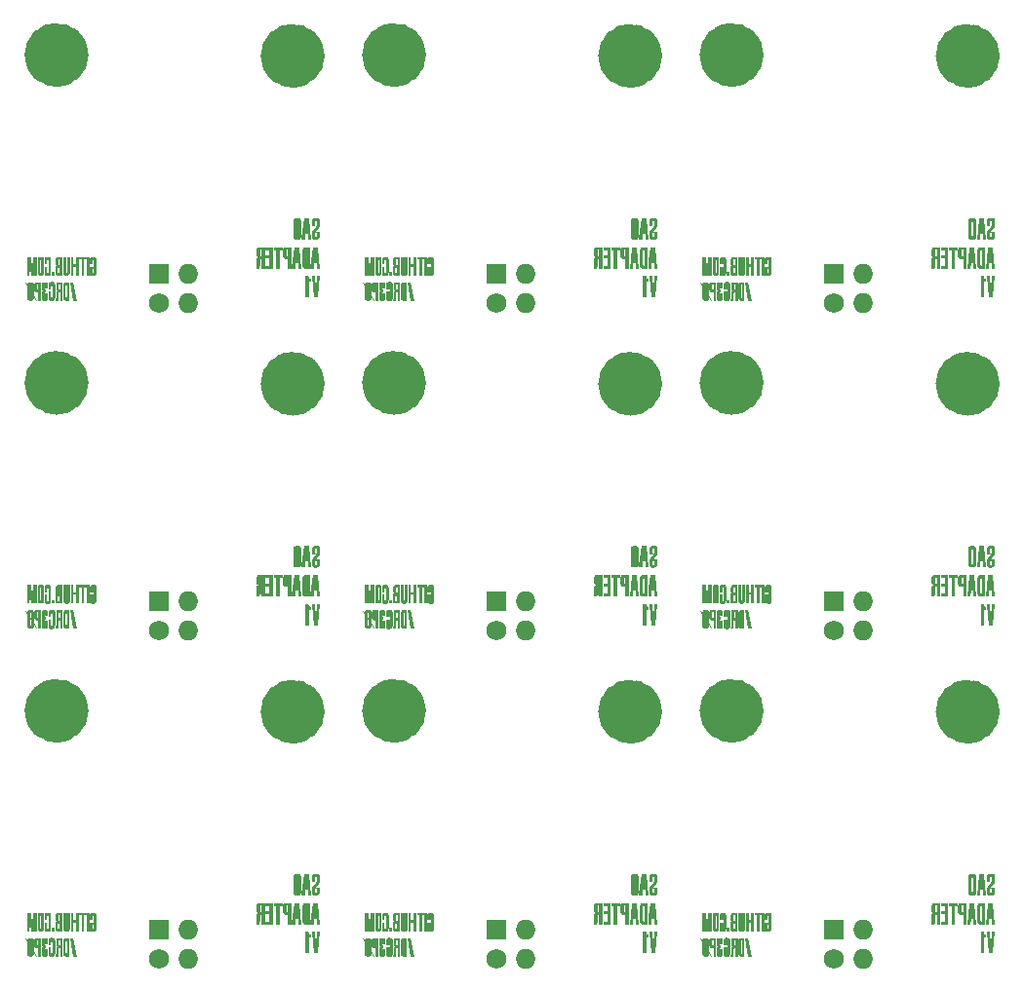
<source format=gbr>
%TF.GenerationSoftware,KiCad,Pcbnew,7.0.2-0*%
%TF.CreationDate,2024-04-23T15:27:55-05:00*%
%TF.ProjectId,saopowerbrdvcut,73616f70-6f77-4657-9262-726476637574,rev?*%
%TF.SameCoordinates,Original*%
%TF.FileFunction,Soldermask,Bot*%
%TF.FilePolarity,Negative*%
%FSLAX46Y46*%
G04 Gerber Fmt 4.6, Leading zero omitted, Abs format (unit mm)*
G04 Created by KiCad (PCBNEW 7.0.2-0) date 2024-04-23 15:27:55*
%MOMM*%
%LPD*%
G01*
G04 APERTURE LIST*
%ADD10C,0.300000*%
%ADD11C,2.764001*%
%ADD12C,0.100000*%
%ADD13R,1.727200X1.727200*%
%ADD14C,1.727200*%
%ADD15O,1.727200X1.727200*%
G04 APERTURE END LIST*
D10*
G36*
X112385671Y-69124207D02*
G01*
X112397510Y-69130923D01*
X112408628Y-69138688D01*
X112419025Y-69147503D01*
X112428700Y-69157367D01*
X112437655Y-69168281D01*
X112440479Y-69172152D01*
X112448461Y-69183943D01*
X112455701Y-69195980D01*
X112462200Y-69208263D01*
X112467956Y-69220791D01*
X112472971Y-69233565D01*
X112474478Y-69237877D01*
X112477855Y-69251189D01*
X112480145Y-69265432D01*
X112481622Y-69278212D01*
X112482893Y-69292788D01*
X112483957Y-69309162D01*
X112484816Y-69327333D01*
X112485274Y-69340445D01*
X112485640Y-69354357D01*
X112485915Y-69369067D01*
X112486098Y-69384575D01*
X112486190Y-69400883D01*
X112486201Y-69409336D01*
X112486201Y-70441262D01*
X112485265Y-70455952D01*
X112484287Y-70470017D01*
X112483268Y-70483457D01*
X112482208Y-70496271D01*
X112480540Y-70514322D01*
X112478780Y-70530965D01*
X112476927Y-70546202D01*
X112474981Y-70560033D01*
X112472243Y-70576285D01*
X112469339Y-70590038D01*
X112466271Y-70601290D01*
X112462205Y-70613321D01*
X112457232Y-70626775D01*
X112452155Y-70639159D01*
X112446103Y-70652251D01*
X112439910Y-70663885D01*
X112439014Y-70665428D01*
X112432043Y-70676094D01*
X112423698Y-70686699D01*
X112415452Y-70695741D01*
X112406195Y-70704738D01*
X112395929Y-70713690D01*
X112385409Y-70721876D01*
X112374047Y-70729846D01*
X112363666Y-70736115D01*
X112351762Y-70741674D01*
X112348155Y-70742902D01*
X112336056Y-70746681D01*
X112324673Y-70750461D01*
X112317381Y-70753062D01*
X112305870Y-70756344D01*
X112293670Y-70759013D01*
X112280350Y-70761543D01*
X112266969Y-70763858D01*
X112255085Y-70765610D01*
X112241126Y-70767098D01*
X112227498Y-70767917D01*
X112214199Y-70768066D01*
X112201229Y-70767545D01*
X112194868Y-70767033D01*
X112182366Y-70765772D01*
X112170359Y-70764131D01*
X112156975Y-70761737D01*
X112144264Y-70758826D01*
X112133905Y-70755920D01*
X112122655Y-70752082D01*
X112111138Y-70746804D01*
X112099888Y-70739727D01*
X112091407Y-70732424D01*
X112081887Y-70722836D01*
X112073112Y-70713125D01*
X112065080Y-70703289D01*
X112063563Y-70701307D01*
X112055870Y-70691310D01*
X112048176Y-70681562D01*
X112039713Y-70671125D01*
X112038944Y-70670191D01*
X112038944Y-70729249D01*
X111915259Y-70729249D01*
X111915259Y-69940222D01*
X112223591Y-69940222D01*
X112223591Y-70131367D01*
X112144164Y-70131367D01*
X112144164Y-70428561D01*
X112144576Y-70443214D01*
X112145812Y-70456215D01*
X112148297Y-70469294D01*
X112152510Y-70481489D01*
X112155887Y-70487619D01*
X112165550Y-70496642D01*
X112176907Y-70501137D01*
X112189490Y-70503084D01*
X112202239Y-70503278D01*
X112204540Y-70503177D01*
X112217369Y-70501994D01*
X112229757Y-70499429D01*
X112241604Y-70494255D01*
X112249383Y-70486032D01*
X112253557Y-70473579D01*
X112255782Y-70459688D01*
X112256802Y-70446977D01*
X112257266Y-70432302D01*
X112257297Y-70426974D01*
X112257297Y-69459186D01*
X112257114Y-69443692D01*
X112256564Y-69429915D01*
X112255362Y-69415107D01*
X112253164Y-69400879D01*
X112248951Y-69387915D01*
X112245573Y-69383300D01*
X112235124Y-69377153D01*
X112223019Y-69374022D01*
X112209573Y-69372673D01*
X112201903Y-69372504D01*
X112188737Y-69372975D01*
X112175992Y-69374667D01*
X112164588Y-69378041D01*
X112157060Y-69382347D01*
X112150259Y-69394576D01*
X112147388Y-69407748D01*
X112145687Y-69422067D01*
X112144781Y-69435711D01*
X112144277Y-69451299D01*
X112144164Y-69464266D01*
X112144164Y-69732249D01*
X111915259Y-69732249D01*
X111915259Y-69362979D01*
X111915329Y-69350275D01*
X111915638Y-69334380D01*
X111916194Y-69319675D01*
X111916998Y-69306161D01*
X111918350Y-69290942D01*
X111920089Y-69277584D01*
X111922686Y-69264010D01*
X111923173Y-69262009D01*
X111926887Y-69248816D01*
X111931751Y-69235451D01*
X111937274Y-69223911D01*
X111944275Y-69213111D01*
X111952392Y-69202352D01*
X111960624Y-69191902D01*
X111968970Y-69181763D01*
X111970653Y-69179772D01*
X111979652Y-69169775D01*
X111988730Y-69160990D01*
X111998735Y-69152406D01*
X112003480Y-69148655D01*
X112014013Y-69141194D01*
X112024642Y-69134925D01*
X112036589Y-69128900D01*
X112047878Y-69123929D01*
X112055943Y-69120714D01*
X112068950Y-69116175D01*
X112080687Y-69112733D01*
X112093239Y-69109601D01*
X112106607Y-69106779D01*
X112120791Y-69104268D01*
X112132725Y-69102482D01*
X112138888Y-69101663D01*
X112151143Y-69100254D01*
X112162995Y-69099202D01*
X112177243Y-69098390D01*
X112190861Y-69098136D01*
X112203850Y-69098440D01*
X112216209Y-69099302D01*
X112225643Y-69100393D01*
X112237384Y-69101796D01*
X112249525Y-69103029D01*
X112262068Y-69104091D01*
X112275011Y-69104982D01*
X112288354Y-69105703D01*
X112302099Y-69106253D01*
X112307709Y-69106426D01*
X112321513Y-69107195D01*
X112334717Y-69108708D01*
X112347319Y-69110965D01*
X112359320Y-69113967D01*
X112370720Y-69117713D01*
X112383607Y-69123190D01*
X112385671Y-69124207D01*
G37*
G36*
X111868365Y-70728614D02*
G01*
X111662614Y-70728614D01*
X111662614Y-69114681D01*
X111868365Y-69114681D01*
X111868365Y-70728614D01*
G37*
G36*
X111616306Y-69335990D02*
G01*
X111429314Y-69335990D01*
X111429314Y-70727661D01*
X111195720Y-70727661D01*
X111195720Y-69335990D01*
X111008434Y-69335990D01*
X111008434Y-69113094D01*
X111616306Y-69113094D01*
X111616306Y-69335990D01*
G37*
G36*
X110962126Y-70727661D02*
G01*
X110729411Y-70727661D01*
X110729411Y-69973244D01*
X110496111Y-69974831D01*
X110496111Y-70729249D01*
X110271603Y-70729249D01*
X110271603Y-69115634D01*
X110496111Y-69115634D01*
X110496111Y-69748443D01*
X110729411Y-69749395D01*
X110729411Y-69113729D01*
X110962126Y-69113729D01*
X110962126Y-70727661D01*
G37*
G36*
X109592217Y-69113729D02*
G01*
X109592217Y-70105965D01*
X109592224Y-70120462D01*
X109592248Y-70134699D01*
X109592286Y-70148678D01*
X109592340Y-70162399D01*
X109592410Y-70175861D01*
X109592495Y-70189064D01*
X109592595Y-70202009D01*
X109592843Y-70227122D01*
X109593152Y-70251201D01*
X109593523Y-70274246D01*
X109593955Y-70296256D01*
X109594450Y-70317232D01*
X109595006Y-70337173D01*
X109595625Y-70356081D01*
X109596305Y-70373953D01*
X109597047Y-70390791D01*
X109597850Y-70406595D01*
X109598716Y-70421365D01*
X109599643Y-70435100D01*
X109600130Y-70441579D01*
X109601848Y-70460222D01*
X109604035Y-70478167D01*
X109606691Y-70495414D01*
X109609816Y-70511964D01*
X109613409Y-70527816D01*
X109617472Y-70542970D01*
X109622003Y-70557426D01*
X109627003Y-70571185D01*
X109632472Y-70584247D01*
X109638409Y-70596610D01*
X109642628Y-70604465D01*
X109649352Y-70615872D01*
X109656662Y-70626995D01*
X109664560Y-70637833D01*
X109673046Y-70648386D01*
X109682118Y-70658655D01*
X109691778Y-70668639D01*
X109702026Y-70678339D01*
X109712860Y-70687753D01*
X109724282Y-70696883D01*
X109736292Y-70705729D01*
X109744624Y-70711468D01*
X109757481Y-70719582D01*
X109770662Y-70726898D01*
X109784168Y-70733416D01*
X109797999Y-70739136D01*
X109812154Y-70744058D01*
X109826634Y-70748182D01*
X109841438Y-70751507D01*
X109856567Y-70754035D01*
X109872020Y-70755764D01*
X109887798Y-70756695D01*
X109898497Y-70756872D01*
X109910352Y-70756683D01*
X109927805Y-70755686D01*
X109944861Y-70753836D01*
X109961520Y-70751132D01*
X109977782Y-70747574D01*
X109993647Y-70743162D01*
X110009116Y-70737896D01*
X110024188Y-70731776D01*
X110038864Y-70724802D01*
X110053143Y-70716974D01*
X110067025Y-70708293D01*
X110080329Y-70698873D01*
X110092984Y-70688951D01*
X110104990Y-70678527D01*
X110116346Y-70667601D01*
X110127054Y-70656172D01*
X110137112Y-70644241D01*
X110146522Y-70631808D01*
X110155282Y-70618872D01*
X110163393Y-70605434D01*
X110170855Y-70591494D01*
X110175469Y-70581921D01*
X110181918Y-70567328D01*
X110187857Y-70552601D01*
X110193287Y-70537740D01*
X110198206Y-70522744D01*
X110202615Y-70507615D01*
X110206514Y-70492352D01*
X110209904Y-70476955D01*
X110212783Y-70461424D01*
X110215152Y-70445759D01*
X110217011Y-70429960D01*
X110217967Y-70419353D01*
X110219171Y-70401720D01*
X110219909Y-70388166D01*
X110220593Y-70373173D01*
X110221225Y-70356742D01*
X110221805Y-70338872D01*
X110222331Y-70319563D01*
X110222805Y-70298815D01*
X110223227Y-70276629D01*
X110223595Y-70253004D01*
X110223911Y-70227940D01*
X110224050Y-70214868D01*
X110224175Y-70201437D01*
X110224287Y-70187646D01*
X110224385Y-70173496D01*
X110224471Y-70158985D01*
X110224543Y-70144116D01*
X110224603Y-70128886D01*
X110224649Y-70113297D01*
X110224682Y-70097348D01*
X110224701Y-70081039D01*
X110224708Y-70064371D01*
X110224708Y-69113729D01*
X109976166Y-69113729D01*
X109976166Y-70291712D01*
X109976425Y-70306132D01*
X109976615Y-70319862D01*
X109976737Y-70332902D01*
X109976790Y-70351170D01*
X109976688Y-70367886D01*
X109976433Y-70383050D01*
X109976022Y-70396663D01*
X109975234Y-70412400D01*
X109974172Y-70425379D01*
X109972063Y-70439674D01*
X109966800Y-70451925D01*
X109958605Y-70461361D01*
X109947009Y-70469815D01*
X109934749Y-70476109D01*
X109923240Y-70480654D01*
X109910221Y-70484762D01*
X109896313Y-70480678D01*
X109884044Y-70476208D01*
X109871014Y-70470077D01*
X109860545Y-70463340D01*
X109851364Y-70454459D01*
X109845316Y-70442996D01*
X109844861Y-70441262D01*
X109842570Y-70427517D01*
X109841307Y-70414856D01*
X109840253Y-70399397D01*
X109839602Y-70385966D01*
X109839068Y-70370962D01*
X109838654Y-70354384D01*
X109838357Y-70336231D01*
X109838226Y-70323255D01*
X109838147Y-70309580D01*
X109838120Y-70295205D01*
X109838120Y-69113729D01*
X109592217Y-69113729D01*
G37*
G36*
X109545908Y-70731154D02*
G01*
X109207388Y-70731154D01*
X109190310Y-70730686D01*
X109174470Y-70730235D01*
X109159866Y-70729800D01*
X109146498Y-70729383D01*
X109134367Y-70728982D01*
X109120115Y-70728473D01*
X109108062Y-70727994D01*
X109096086Y-70727438D01*
X109088979Y-70727026D01*
X109076321Y-70725915D01*
X109064193Y-70724161D01*
X109051084Y-70721678D01*
X109039066Y-70718969D01*
X109030653Y-70716866D01*
X109018385Y-70713286D01*
X109005843Y-70708489D01*
X108995208Y-70703024D01*
X108985389Y-70695959D01*
X108981414Y-70692099D01*
X108973217Y-70682918D01*
X108965113Y-70673234D01*
X108957102Y-70663048D01*
X108952691Y-70657173D01*
X108945694Y-70646913D01*
X108939062Y-70635185D01*
X108933561Y-70623718D01*
X108928339Y-70611127D01*
X108926899Y-70607323D01*
X108922915Y-70594236D01*
X108920224Y-70581165D01*
X108918106Y-70566125D01*
X108916824Y-70552675D01*
X108915908Y-70537965D01*
X108915359Y-70521995D01*
X108915187Y-70509191D01*
X108915175Y-70504765D01*
X108912538Y-70485397D01*
X108912538Y-70466981D01*
X109135580Y-70466981D01*
X109138711Y-70480177D01*
X109145416Y-70493394D01*
X109155335Y-70503753D01*
X109166057Y-70510202D01*
X109179012Y-70514668D01*
X109190982Y-70516811D01*
X109194198Y-70517148D01*
X109207351Y-70518150D01*
X109220723Y-70518934D01*
X109234315Y-70519500D01*
X109248127Y-70519847D01*
X109262159Y-70519976D01*
X109276411Y-70519887D01*
X109290882Y-70519579D01*
X109305573Y-70519053D01*
X109305573Y-70043415D01*
X109223801Y-70043415D01*
X109210451Y-70043445D01*
X109197358Y-70043554D01*
X109185387Y-70043772D01*
X109177199Y-70044050D01*
X109165138Y-70046672D01*
X109154842Y-70052807D01*
X109151114Y-70056115D01*
X109143297Y-70066474D01*
X109138231Y-70079108D01*
X109135580Y-70091677D01*
X109135580Y-70466981D01*
X108912538Y-70466981D01*
X108912538Y-70392047D01*
X108912538Y-70177089D01*
X108912550Y-70159435D01*
X108912589Y-70142909D01*
X108912654Y-70127510D01*
X108912744Y-70113238D01*
X108912860Y-70100094D01*
X108913054Y-70084323D01*
X108913295Y-70070555D01*
X108913660Y-70056165D01*
X108914003Y-70046907D01*
X108914690Y-70033568D01*
X108915872Y-70018554D01*
X108917234Y-70004764D01*
X108918940Y-69989810D01*
X108920552Y-69977011D01*
X108922384Y-69963466D01*
X108923382Y-69956415D01*
X108926670Y-69942127D01*
X108932431Y-69927998D01*
X108940665Y-69914027D01*
X108948464Y-69903653D01*
X108957653Y-69893369D01*
X108968234Y-69883173D01*
X108980205Y-69873068D01*
X108993568Y-69863051D01*
X109008321Y-69853124D01*
X109018930Y-69846555D01*
X109007756Y-69839356D01*
X108997827Y-69831255D01*
X108989144Y-69822250D01*
X108981707Y-69812343D01*
X108975516Y-69801532D01*
X108970570Y-69789819D01*
X108966869Y-69777203D01*
X108964415Y-69763683D01*
X108964415Y-69731297D01*
X109180130Y-69731297D01*
X109182266Y-69743994D01*
X109186198Y-69756648D01*
X109192147Y-69766859D01*
X109201116Y-69775044D01*
X109212370Y-69778924D01*
X109224920Y-69779358D01*
X109237320Y-69779519D01*
X109249300Y-69779559D01*
X109313780Y-69779559D01*
X109313780Y-69303603D01*
X109299514Y-69303071D01*
X109285478Y-69302865D01*
X109271671Y-69302985D01*
X109258092Y-69303429D01*
X109244743Y-69304200D01*
X109231623Y-69305296D01*
X109226439Y-69305826D01*
X109214334Y-69308131D01*
X109202189Y-69313579D01*
X109192641Y-69321951D01*
X109185689Y-69333247D01*
X109181334Y-69347468D01*
X109180130Y-69355676D01*
X109180130Y-69731297D01*
X108964415Y-69731297D01*
X108964415Y-69468711D01*
X108964415Y-69368376D01*
X108964415Y-69341705D01*
X108964528Y-69328034D01*
X108964868Y-69315123D01*
X108965674Y-69299088D01*
X108966883Y-69284403D01*
X108968495Y-69271068D01*
X108971077Y-69256296D01*
X108974288Y-69243632D01*
X108977311Y-69235020D01*
X108982116Y-69223396D01*
X108987644Y-69210850D01*
X108993087Y-69199398D01*
X108999206Y-69187650D01*
X109002224Y-69182312D01*
X109009377Y-69171052D01*
X109017319Y-69160846D01*
X109026049Y-69151696D01*
X109031240Y-69147068D01*
X109042077Y-69139304D01*
X109053851Y-69133162D01*
X109065806Y-69128374D01*
X109077281Y-69124705D01*
X109081358Y-69123572D01*
X109094561Y-69120550D01*
X109106760Y-69118510D01*
X109120046Y-69116904D01*
X109134420Y-69115732D01*
X109146703Y-69115107D01*
X109159681Y-69114759D01*
X109169872Y-69114681D01*
X109545908Y-69114681D01*
X109545908Y-70731154D01*
G37*
G36*
X108867108Y-70437134D02*
G01*
X108867108Y-70726709D01*
X108596292Y-70726709D01*
X108596292Y-70437134D01*
X108867108Y-70437134D01*
G37*
G36*
X108450039Y-69124207D02*
G01*
X108461879Y-69130923D01*
X108472997Y-69138688D01*
X108483393Y-69147503D01*
X108493069Y-69157367D01*
X108502023Y-69168281D01*
X108504847Y-69172152D01*
X108512830Y-69183943D01*
X108520070Y-69195980D01*
X108526568Y-69208263D01*
X108532325Y-69220791D01*
X108537339Y-69233565D01*
X108538846Y-69237877D01*
X108542223Y-69251189D01*
X108544513Y-69265432D01*
X108545990Y-69278212D01*
X108547261Y-69292788D01*
X108548326Y-69309162D01*
X108549184Y-69327333D01*
X108549642Y-69340445D01*
X108550009Y-69354357D01*
X108550283Y-69369067D01*
X108550467Y-69384575D01*
X108550558Y-69400883D01*
X108550570Y-69409336D01*
X108550570Y-70441262D01*
X108549633Y-70455952D01*
X108548655Y-70470017D01*
X108547637Y-70483457D01*
X108546576Y-70496271D01*
X108544909Y-70514322D01*
X108543149Y-70530965D01*
X108541296Y-70546202D01*
X108539350Y-70560033D01*
X108536611Y-70576285D01*
X108533708Y-70590038D01*
X108530640Y-70601290D01*
X108526574Y-70613321D01*
X108521600Y-70626775D01*
X108516524Y-70639159D01*
X108510471Y-70652251D01*
X108504278Y-70663885D01*
X108503382Y-70665428D01*
X108496412Y-70676094D01*
X108488067Y-70686699D01*
X108479820Y-70695741D01*
X108470564Y-70704738D01*
X108460298Y-70713690D01*
X108449777Y-70721876D01*
X108438415Y-70729846D01*
X108428035Y-70736115D01*
X108416131Y-70741674D01*
X108412524Y-70742902D01*
X108400424Y-70746681D01*
X108389042Y-70750461D01*
X108381749Y-70753062D01*
X108370273Y-70756344D01*
X108358142Y-70759013D01*
X108344912Y-70761543D01*
X108331630Y-70763858D01*
X108319187Y-70765711D01*
X108305670Y-70767300D01*
X108291080Y-70768625D01*
X108278635Y-70769496D01*
X108265503Y-70770198D01*
X108251684Y-70770731D01*
X108237179Y-70771096D01*
X108233445Y-70771161D01*
X108218648Y-70771195D01*
X108204301Y-70770823D01*
X108190402Y-70770044D01*
X108176951Y-70768859D01*
X108163950Y-70767266D01*
X108151398Y-70765267D01*
X108139294Y-70762861D01*
X108127639Y-70760048D01*
X108114138Y-70756207D01*
X108102211Y-70752228D01*
X108089977Y-70747268D01*
X108078568Y-70741227D01*
X108068434Y-70733059D01*
X108059579Y-70723713D01*
X108050874Y-70714931D01*
X108041475Y-70705797D01*
X108037074Y-70701625D01*
X108028024Y-70691345D01*
X108020166Y-70679551D01*
X108013476Y-70667361D01*
X108007932Y-70655736D01*
X108002416Y-70642778D01*
X108001316Y-70640027D01*
X107997131Y-70628100D01*
X107993366Y-70614705D01*
X107990023Y-70599841D01*
X107987101Y-70583509D01*
X107985187Y-70570296D01*
X107983509Y-70556257D01*
X107982068Y-70541392D01*
X107980864Y-70525701D01*
X107979897Y-70509184D01*
X107979628Y-70503495D01*
X107979628Y-69940222D01*
X108206773Y-69940222D01*
X108208532Y-70428561D01*
X108208944Y-70443214D01*
X108210181Y-70456215D01*
X108212665Y-70469294D01*
X108216878Y-70481489D01*
X108220256Y-70487619D01*
X108229919Y-70496642D01*
X108241276Y-70501137D01*
X108253858Y-70503084D01*
X108266608Y-70503278D01*
X108268909Y-70503177D01*
X108281737Y-70501994D01*
X108294125Y-70499429D01*
X108305972Y-70494255D01*
X108313752Y-70486032D01*
X108317925Y-70473579D01*
X108320151Y-70459688D01*
X108321171Y-70446977D01*
X108321634Y-70432302D01*
X108321665Y-70426974D01*
X108321665Y-69459186D01*
X108321482Y-69443692D01*
X108320933Y-69429915D01*
X108319730Y-69415107D01*
X108317532Y-69400879D01*
X108313319Y-69387915D01*
X108309942Y-69383300D01*
X108299492Y-69377153D01*
X108287387Y-69374022D01*
X108273942Y-69372673D01*
X108266271Y-69372504D01*
X108253106Y-69372975D01*
X108240361Y-69374667D01*
X108228957Y-69378041D01*
X108221428Y-69382347D01*
X108214627Y-69394576D01*
X108211756Y-69407748D01*
X108210056Y-69422067D01*
X108209149Y-69435711D01*
X108208645Y-69451299D01*
X108208532Y-69464266D01*
X108208532Y-69732249D01*
X107979628Y-69732249D01*
X107979628Y-69362979D01*
X107979697Y-69350275D01*
X107980006Y-69334380D01*
X107980563Y-69319675D01*
X107981366Y-69306161D01*
X107982719Y-69290942D01*
X107984458Y-69277584D01*
X107987054Y-69264010D01*
X107987541Y-69262009D01*
X107991256Y-69248816D01*
X107996119Y-69235451D01*
X108001642Y-69223911D01*
X108008644Y-69213111D01*
X108016761Y-69202352D01*
X108024993Y-69191902D01*
X108033339Y-69181763D01*
X108035022Y-69179772D01*
X108044021Y-69169775D01*
X108053099Y-69160990D01*
X108063104Y-69152406D01*
X108067848Y-69148655D01*
X108078381Y-69141194D01*
X108089010Y-69134925D01*
X108100957Y-69128900D01*
X108112247Y-69123929D01*
X108120312Y-69120714D01*
X108133319Y-69116175D01*
X108145055Y-69112733D01*
X108157607Y-69109601D01*
X108170975Y-69106779D01*
X108185159Y-69104268D01*
X108197093Y-69102482D01*
X108203256Y-69101663D01*
X108215511Y-69100254D01*
X108227363Y-69099202D01*
X108241611Y-69098390D01*
X108255230Y-69098136D01*
X108268219Y-69098440D01*
X108280578Y-69099302D01*
X108290011Y-69100393D01*
X108301752Y-69101796D01*
X108313894Y-69103029D01*
X108326436Y-69104091D01*
X108339379Y-69104982D01*
X108352723Y-69105703D01*
X108366467Y-69106253D01*
X108372077Y-69106426D01*
X108385882Y-69107195D01*
X108399085Y-69108708D01*
X108411687Y-69110965D01*
X108423689Y-69113967D01*
X108435089Y-69117713D01*
X108447976Y-69123190D01*
X108450039Y-69124207D01*
G37*
G36*
X107686161Y-69111406D02*
G01*
X107706210Y-69112057D01*
X107725288Y-69113142D01*
X107743396Y-69114661D01*
X107760533Y-69116615D01*
X107776698Y-69119002D01*
X107791893Y-69121824D01*
X107806118Y-69125080D01*
X107819371Y-69128770D01*
X107831653Y-69132894D01*
X107842965Y-69137452D01*
X107858111Y-69145103D01*
X107871074Y-69153731D01*
X107881852Y-69163335D01*
X107884959Y-69166754D01*
X107893497Y-69178517D01*
X107901195Y-69193087D01*
X107908053Y-69210464D01*
X107912159Y-69223609D01*
X107915891Y-69238001D01*
X107919250Y-69253641D01*
X107922236Y-69270529D01*
X107924848Y-69288665D01*
X107927088Y-69308048D01*
X107928954Y-69328679D01*
X107930447Y-69350558D01*
X107931567Y-69373684D01*
X107932313Y-69398059D01*
X107932686Y-69423681D01*
X107932733Y-69436960D01*
X107932733Y-70405383D01*
X107932687Y-70418527D01*
X107932548Y-70431368D01*
X107931991Y-70456140D01*
X107931064Y-70479700D01*
X107929765Y-70502046D01*
X107928096Y-70523180D01*
X107926056Y-70543100D01*
X107923645Y-70561807D01*
X107920863Y-70579302D01*
X107917710Y-70595583D01*
X107914186Y-70610652D01*
X107910291Y-70624507D01*
X107906025Y-70637149D01*
X107898931Y-70653838D01*
X107891002Y-70667798D01*
X107885252Y-70675588D01*
X107875119Y-70685519D01*
X107862745Y-70694472D01*
X107848129Y-70702449D01*
X107837141Y-70707224D01*
X107825156Y-70711565D01*
X107812175Y-70715472D01*
X107798199Y-70718945D01*
X107783226Y-70721983D01*
X107767257Y-70724588D01*
X107750292Y-70726758D01*
X107732331Y-70728495D01*
X107713374Y-70729797D01*
X107693421Y-70730665D01*
X107672472Y-70731099D01*
X107661623Y-70731154D01*
X107641165Y-70730937D01*
X107621630Y-70730286D01*
X107603018Y-70729200D01*
X107585328Y-70727681D01*
X107568561Y-70725727D01*
X107552717Y-70723340D01*
X107537796Y-70720518D01*
X107523797Y-70717262D01*
X107510721Y-70713573D01*
X107498568Y-70709449D01*
X107487338Y-70704890D01*
X107472223Y-70697239D01*
X107459184Y-70688612D01*
X107448222Y-70679007D01*
X107445029Y-70675588D01*
X107436177Y-70663017D01*
X107428196Y-70647805D01*
X107423358Y-70636197D01*
X107418908Y-70623415D01*
X107414845Y-70609461D01*
X107411169Y-70594333D01*
X107407880Y-70578032D01*
X107404977Y-70560557D01*
X107402462Y-70541909D01*
X107400334Y-70522088D01*
X107398592Y-70501094D01*
X107397238Y-70478926D01*
X107396270Y-70455585D01*
X107396014Y-70444755D01*
X107621177Y-70444755D01*
X107621570Y-70458416D01*
X107622980Y-70471424D01*
X107626186Y-70483777D01*
X107629383Y-70489842D01*
X107639481Y-70497439D01*
X107651508Y-70500423D01*
X107661037Y-70500955D01*
X107673871Y-70499583D01*
X107686401Y-70494314D01*
X107695798Y-70485094D01*
X107702063Y-70471922D01*
X107704891Y-70457926D01*
X107705587Y-70444755D01*
X107705587Y-69399493D01*
X107704964Y-69385874D01*
X107702434Y-69371405D01*
X107696829Y-69357786D01*
X107688421Y-69348253D01*
X107677210Y-69342806D01*
X107665727Y-69341387D01*
X107652893Y-69342806D01*
X107640363Y-69348253D01*
X107630966Y-69357786D01*
X107624701Y-69371405D01*
X107621873Y-69385874D01*
X107621177Y-69399493D01*
X107621177Y-70444755D01*
X107396014Y-70444755D01*
X107395690Y-70431070D01*
X107395496Y-70405383D01*
X107395496Y-69436960D01*
X107395543Y-69423971D01*
X107395916Y-69398888D01*
X107396663Y-69374995D01*
X107397783Y-69352292D01*
X107399275Y-69330780D01*
X107401142Y-69310459D01*
X107403381Y-69291329D01*
X107405994Y-69273390D01*
X107408980Y-69256641D01*
X107412339Y-69241082D01*
X107416071Y-69226715D01*
X107420177Y-69213538D01*
X107424655Y-69201552D01*
X107432073Y-69185805D01*
X107440331Y-69172737D01*
X107443270Y-69168976D01*
X107453338Y-69158649D01*
X107465627Y-69149338D01*
X107480135Y-69141042D01*
X107491042Y-69136076D01*
X107502935Y-69131561D01*
X107515815Y-69127498D01*
X107529682Y-69123886D01*
X107544535Y-69120726D01*
X107560376Y-69118017D01*
X107577204Y-69115760D01*
X107595018Y-69113954D01*
X107613819Y-69112599D01*
X107633608Y-69111697D01*
X107654383Y-69111245D01*
X107665141Y-69111189D01*
X107686161Y-69111406D01*
G37*
G36*
X107348016Y-70728614D02*
G01*
X107348895Y-69113729D01*
X107010961Y-69113729D01*
X106910430Y-70145020D01*
X106833640Y-69113729D01*
X106492482Y-69113729D01*
X106492482Y-70726709D01*
X106690318Y-70726709D01*
X106680940Y-69487445D01*
X106798762Y-70727661D01*
X107045252Y-70726709D01*
X107160730Y-69497288D01*
X107151351Y-70728614D01*
X107348016Y-70728614D01*
G37*
G36*
X110479405Y-72912614D02*
G01*
X110768393Y-72912614D01*
X110460061Y-71298681D01*
X110171366Y-71298681D01*
X110479405Y-72912614D01*
G37*
G36*
X110140298Y-72910709D02*
G01*
X109853068Y-72910709D01*
X109838298Y-72910555D01*
X109824214Y-72910095D01*
X109810814Y-72909327D01*
X109798100Y-72908253D01*
X109786071Y-72906871D01*
X109771098Y-72904552D01*
X109757343Y-72901687D01*
X109744807Y-72898276D01*
X109730849Y-72893245D01*
X109723167Y-72889748D01*
X109710901Y-72882926D01*
X109699307Y-72874864D01*
X109688387Y-72865562D01*
X109678138Y-72855019D01*
X109668563Y-72843236D01*
X109661387Y-72832917D01*
X109656263Y-72824555D01*
X109649904Y-72812582D01*
X109644086Y-72799665D01*
X109638808Y-72785806D01*
X109634070Y-72771004D01*
X109629873Y-72755260D01*
X109627080Y-72742833D01*
X109624591Y-72729876D01*
X109622405Y-72716389D01*
X109621738Y-72711665D01*
X109619864Y-72695820D01*
X109618180Y-72677463D01*
X109617163Y-72663829D01*
X109616231Y-72649080D01*
X109615384Y-72633214D01*
X109614622Y-72616232D01*
X109613944Y-72598134D01*
X109613351Y-72578919D01*
X109612842Y-72558588D01*
X109612419Y-72537141D01*
X109612080Y-72514577D01*
X109611826Y-72490898D01*
X109611656Y-72466102D01*
X109611603Y-72453285D01*
X109611572Y-72440189D01*
X109611568Y-72434752D01*
X109823759Y-72434752D01*
X109823775Y-72445767D01*
X109823898Y-72466963D01*
X109824146Y-72487051D01*
X109824517Y-72506030D01*
X109825011Y-72523900D01*
X109825629Y-72540662D01*
X109826371Y-72556314D01*
X109827237Y-72570858D01*
X109828226Y-72584293D01*
X109829942Y-72602366D01*
X109831935Y-72617944D01*
X109835027Y-72634835D01*
X109839586Y-72649711D01*
X109844253Y-72658194D01*
X109853914Y-72668799D01*
X109864406Y-72675692D01*
X109877116Y-72680817D01*
X109888881Y-72683645D01*
X109902065Y-72685342D01*
X109916669Y-72685907D01*
X109916669Y-71520942D01*
X109913874Y-71520956D01*
X109900681Y-71521433D01*
X109888790Y-71522593D01*
X109876240Y-71524885D01*
X109863968Y-71528801D01*
X109853068Y-71534913D01*
X109843584Y-71544075D01*
X109836943Y-71554707D01*
X109831988Y-71567680D01*
X109829035Y-71580953D01*
X109828092Y-71587753D01*
X109826727Y-71602584D01*
X109825820Y-71617596D01*
X109825248Y-71630692D01*
X109824769Y-71645361D01*
X109824383Y-71661605D01*
X109824089Y-71679422D01*
X109823945Y-71692175D01*
X109823842Y-71705627D01*
X109823780Y-71719779D01*
X109823759Y-71734630D01*
X109823759Y-72434752D01*
X109611568Y-72434752D01*
X109611561Y-72426815D01*
X109611561Y-71868939D01*
X109611569Y-71854876D01*
X109611591Y-71841104D01*
X109611628Y-71827622D01*
X109611680Y-71814431D01*
X109611829Y-71788922D01*
X109612037Y-71764576D01*
X109612305Y-71741394D01*
X109612633Y-71719375D01*
X109613020Y-71698519D01*
X109613466Y-71678827D01*
X109613972Y-71660298D01*
X109614538Y-71642933D01*
X109615163Y-71626731D01*
X109615848Y-71611692D01*
X109616592Y-71597817D01*
X109617820Y-71579186D01*
X109619181Y-71563172D01*
X109620187Y-71553419D01*
X109622029Y-71538981D01*
X109624274Y-71524772D01*
X109626920Y-71510792D01*
X109629969Y-71497041D01*
X109633419Y-71483518D01*
X109637271Y-71470224D01*
X109641525Y-71457159D01*
X109646180Y-71444323D01*
X109651238Y-71431716D01*
X109656697Y-71419337D01*
X109660582Y-71411267D01*
X109666825Y-71399705D01*
X109673568Y-71388796D01*
X109680811Y-71378541D01*
X109688554Y-71368938D01*
X109699655Y-71357150D01*
X109711644Y-71346523D01*
X109724521Y-71337057D01*
X109734763Y-71330720D01*
X109745504Y-71325035D01*
X109749269Y-71323257D01*
X109761775Y-71318263D01*
X109776100Y-71313777D01*
X109792244Y-71309798D01*
X109804017Y-71307428D01*
X109816598Y-71305283D01*
X109829987Y-71303365D01*
X109844185Y-71301672D01*
X109859191Y-71300204D01*
X109875006Y-71298963D01*
X109891628Y-71297947D01*
X109909059Y-71297157D01*
X109927298Y-71296593D01*
X109946346Y-71296254D01*
X109966202Y-71296141D01*
X110140298Y-71296141D01*
X110140298Y-72910709D01*
G37*
G36*
X109564666Y-72910709D02*
G01*
X109331659Y-72910709D01*
X109331659Y-72186138D01*
X109319463Y-72185701D01*
X109304412Y-72185615D01*
X109290745Y-72186093D01*
X109278460Y-72187138D01*
X109265049Y-72189238D01*
X109251809Y-72192926D01*
X109241680Y-72197886D01*
X109231550Y-72207312D01*
X109224820Y-72219044D01*
X109220636Y-72231687D01*
X109217916Y-72246720D01*
X109216767Y-72261071D01*
X109216767Y-72439198D01*
X109216536Y-72461134D01*
X109216282Y-72482092D01*
X109216004Y-72502073D01*
X109215704Y-72521077D01*
X109215382Y-72539104D01*
X109215036Y-72556153D01*
X109214667Y-72572224D01*
X109214276Y-72587319D01*
X109213861Y-72601436D01*
X109213424Y-72614575D01*
X109212725Y-72632452D01*
X109211974Y-72648130D01*
X109211172Y-72661609D01*
X109210319Y-72672889D01*
X109209073Y-72686587D01*
X109207828Y-72700533D01*
X109206582Y-72714727D01*
X109205336Y-72729169D01*
X109204091Y-72743859D01*
X109202845Y-72758797D01*
X109201599Y-72773983D01*
X109200354Y-72789418D01*
X109198930Y-72804465D01*
X109197295Y-72818490D01*
X109195449Y-72831493D01*
X109192846Y-72846310D01*
X109189914Y-72859530D01*
X109185960Y-72873286D01*
X109183061Y-72881180D01*
X109176961Y-72892685D01*
X109168237Y-72902375D01*
X109157644Y-72908373D01*
X109145183Y-72910680D01*
X109143494Y-72910709D01*
X108967053Y-72910709D01*
X108955252Y-72910139D01*
X108943577Y-72907150D01*
X108941261Y-72894515D01*
X108946888Y-72883359D01*
X108951313Y-72870528D01*
X108954268Y-72857548D01*
X108955036Y-72852921D01*
X108956978Y-72839645D01*
X108958978Y-72827084D01*
X108961258Y-72813642D01*
X108963818Y-72799318D01*
X108965001Y-72792910D01*
X108967512Y-72778741D01*
X108969934Y-72764929D01*
X108972091Y-72752427D01*
X108973501Y-72744013D01*
X108975163Y-72731049D01*
X108976738Y-72717176D01*
X108978121Y-72704069D01*
X108978484Y-72700513D01*
X108979738Y-72687080D01*
X108980936Y-72672340D01*
X108981918Y-72658666D01*
X108982859Y-72644031D01*
X108983612Y-72631103D01*
X108983759Y-72628437D01*
X108983759Y-72604623D01*
X108983759Y-72581445D01*
X108983759Y-72245513D01*
X108983759Y-72175342D01*
X108986805Y-72161839D01*
X108990835Y-72148380D01*
X108996069Y-72135752D01*
X109001345Y-72126762D01*
X109008939Y-72116110D01*
X109016810Y-72105984D01*
X109024206Y-72097233D01*
X109032779Y-72088491D01*
X109042843Y-72080923D01*
X109050877Y-72076595D01*
X109062401Y-72071387D01*
X109073634Y-72066598D01*
X109078721Y-72064529D01*
X109090066Y-72060143D01*
X109101654Y-72056095D01*
X109108909Y-72053734D01*
X109116417Y-72052318D01*
X109114344Y-72052013D01*
X109101392Y-72049342D01*
X109089728Y-72046097D01*
X109077432Y-72041446D01*
X109071980Y-72038810D01*
X109060219Y-72032236D01*
X109049300Y-72025570D01*
X109039222Y-72018813D01*
X109028734Y-72010980D01*
X109025085Y-72008011D01*
X109015944Y-71999518D01*
X109007866Y-71990230D01*
X109000048Y-71978833D01*
X108994897Y-71969274D01*
X108990557Y-71955659D01*
X108988110Y-71941338D01*
X108986544Y-71927124D01*
X108985679Y-71915297D01*
X109226439Y-71915297D01*
X109228152Y-71928276D01*
X109231316Y-71941070D01*
X109236111Y-71951176D01*
X109244725Y-71960207D01*
X109251938Y-71962924D01*
X109264297Y-71963420D01*
X109276173Y-71963549D01*
X109281247Y-71963559D01*
X109331659Y-71963559D01*
X109331659Y-71487286D01*
X109318452Y-71486794D01*
X109305432Y-71486750D01*
X109292596Y-71487152D01*
X109279946Y-71488000D01*
X109267482Y-71489295D01*
X109263368Y-71489826D01*
X109250381Y-71493622D01*
X109240143Y-71501399D01*
X109232654Y-71513157D01*
X109228422Y-71526403D01*
X109226439Y-71539676D01*
X109226439Y-71915297D01*
X108985679Y-71915297D01*
X108985325Y-71910460D01*
X108984640Y-71896353D01*
X108984151Y-71880867D01*
X108983857Y-71864003D01*
X108983759Y-71845761D01*
X108983759Y-71637788D01*
X108983759Y-71539041D01*
X108983759Y-71521260D01*
X108983867Y-71508273D01*
X108984348Y-71492042D01*
X108985214Y-71477052D01*
X108986464Y-71463302D01*
X108988568Y-71447859D01*
X108991273Y-71434354D01*
X108995312Y-71420706D01*
X108996069Y-71418702D01*
X109001326Y-71405373D01*
X109006584Y-71393168D01*
X109012592Y-71380597D01*
X109018601Y-71369493D01*
X109020103Y-71366947D01*
X109027233Y-71355918D01*
X109035105Y-71345693D01*
X109043719Y-71336272D01*
X109048826Y-71331385D01*
X109059379Y-71323237D01*
X109070979Y-71317005D01*
X109082842Y-71312334D01*
X109094283Y-71308911D01*
X109098358Y-71307889D01*
X109110572Y-71305039D01*
X109122373Y-71302680D01*
X109135621Y-71300549D01*
X109148307Y-71299086D01*
X109158735Y-71298364D01*
X109171113Y-71297932D01*
X109184892Y-71297641D01*
X109198182Y-71297452D01*
X109213487Y-71297303D01*
X109226288Y-71297218D01*
X109240222Y-71297154D01*
X109255290Y-71297114D01*
X109271491Y-71297095D01*
X109277144Y-71297094D01*
X109336055Y-71297094D01*
X109564666Y-71297094D01*
X109564666Y-72910709D01*
G37*
G36*
X108798232Y-71308207D02*
G01*
X108810072Y-71314923D01*
X108821190Y-71322688D01*
X108831586Y-71331503D01*
X108841262Y-71341367D01*
X108850216Y-71352281D01*
X108853040Y-71356152D01*
X108861023Y-71367943D01*
X108868263Y-71379980D01*
X108874761Y-71392263D01*
X108880518Y-71404791D01*
X108885532Y-71417565D01*
X108887039Y-71421877D01*
X108890417Y-71435189D01*
X108892706Y-71449432D01*
X108894183Y-71462212D01*
X108895454Y-71476788D01*
X108896519Y-71493162D01*
X108897377Y-71511333D01*
X108897835Y-71524445D01*
X108898202Y-71538357D01*
X108898477Y-71553067D01*
X108898660Y-71568575D01*
X108898751Y-71584883D01*
X108898763Y-71593336D01*
X108898763Y-72625262D01*
X108897826Y-72639952D01*
X108896849Y-72654017D01*
X108895830Y-72667457D01*
X108894769Y-72680271D01*
X108893102Y-72698322D01*
X108891342Y-72714965D01*
X108889489Y-72730202D01*
X108887543Y-72744033D01*
X108884804Y-72760285D01*
X108881901Y-72774038D01*
X108878833Y-72785290D01*
X108874767Y-72797321D01*
X108869793Y-72810775D01*
X108864717Y-72823159D01*
X108858664Y-72836251D01*
X108852471Y-72847885D01*
X108851575Y-72849428D01*
X108844605Y-72860094D01*
X108836260Y-72870699D01*
X108828013Y-72879741D01*
X108818757Y-72888738D01*
X108808491Y-72897690D01*
X108797970Y-72905876D01*
X108786608Y-72913846D01*
X108776228Y-72920115D01*
X108764324Y-72925674D01*
X108760717Y-72926902D01*
X108748617Y-72930681D01*
X108737235Y-72934461D01*
X108729942Y-72937062D01*
X108718466Y-72940344D01*
X108706335Y-72943013D01*
X108693105Y-72945543D01*
X108679823Y-72947858D01*
X108667380Y-72949711D01*
X108653863Y-72951300D01*
X108639273Y-72952625D01*
X108626828Y-72953496D01*
X108613696Y-72954198D01*
X108599877Y-72954731D01*
X108585372Y-72955096D01*
X108581638Y-72955161D01*
X108566841Y-72955195D01*
X108552494Y-72954823D01*
X108538595Y-72954044D01*
X108525144Y-72952859D01*
X108512143Y-72951266D01*
X108499591Y-72949267D01*
X108487487Y-72946861D01*
X108475832Y-72944048D01*
X108462331Y-72940207D01*
X108450404Y-72936228D01*
X108438170Y-72931268D01*
X108426761Y-72925227D01*
X108416627Y-72917059D01*
X108407772Y-72907713D01*
X108399067Y-72898931D01*
X108389668Y-72889797D01*
X108385267Y-72885625D01*
X108376217Y-72875345D01*
X108368359Y-72863551D01*
X108361669Y-72851361D01*
X108356125Y-72839736D01*
X108350609Y-72826778D01*
X108349509Y-72824027D01*
X108345324Y-72812100D01*
X108341559Y-72798705D01*
X108338216Y-72783841D01*
X108335295Y-72767509D01*
X108333380Y-72754296D01*
X108331702Y-72740257D01*
X108330261Y-72725392D01*
X108329057Y-72709701D01*
X108328090Y-72693184D01*
X108327821Y-72687495D01*
X108327821Y-72124222D01*
X108554967Y-72124222D01*
X108556725Y-72612561D01*
X108557137Y-72627214D01*
X108558374Y-72640215D01*
X108560858Y-72653294D01*
X108565071Y-72665489D01*
X108568449Y-72671619D01*
X108578112Y-72680642D01*
X108589469Y-72685137D01*
X108602051Y-72687084D01*
X108614801Y-72687278D01*
X108617102Y-72687177D01*
X108629930Y-72685994D01*
X108642318Y-72683429D01*
X108654165Y-72678255D01*
X108661945Y-72670032D01*
X108666118Y-72657579D01*
X108668344Y-72643688D01*
X108669364Y-72630977D01*
X108669827Y-72616302D01*
X108669858Y-72610974D01*
X108669858Y-71643186D01*
X108669675Y-71627692D01*
X108669126Y-71613915D01*
X108667923Y-71599107D01*
X108665725Y-71584879D01*
X108661512Y-71571915D01*
X108658135Y-71567300D01*
X108647685Y-71561153D01*
X108635580Y-71558022D01*
X108622135Y-71556673D01*
X108614464Y-71556504D01*
X108601299Y-71556975D01*
X108588554Y-71558667D01*
X108577150Y-71562041D01*
X108569621Y-71566347D01*
X108562820Y-71578576D01*
X108559949Y-71591748D01*
X108558249Y-71606067D01*
X108557342Y-71619711D01*
X108556838Y-71635299D01*
X108556725Y-71648266D01*
X108556725Y-71916249D01*
X108327821Y-71916249D01*
X108327821Y-71546979D01*
X108327890Y-71534275D01*
X108328199Y-71518380D01*
X108328756Y-71503675D01*
X108329559Y-71490161D01*
X108330912Y-71474942D01*
X108332651Y-71461584D01*
X108335247Y-71448010D01*
X108335734Y-71446009D01*
X108339449Y-71432816D01*
X108344312Y-71419451D01*
X108349835Y-71407911D01*
X108356837Y-71397111D01*
X108364954Y-71386352D01*
X108373186Y-71375902D01*
X108381532Y-71365763D01*
X108383215Y-71363772D01*
X108392214Y-71353775D01*
X108401292Y-71344990D01*
X108411297Y-71336406D01*
X108416041Y-71332655D01*
X108426574Y-71325194D01*
X108437203Y-71318925D01*
X108449150Y-71312900D01*
X108460440Y-71307929D01*
X108468505Y-71304714D01*
X108481512Y-71300175D01*
X108493248Y-71296733D01*
X108505800Y-71293601D01*
X108519168Y-71290779D01*
X108533352Y-71288268D01*
X108545286Y-71286482D01*
X108551449Y-71285663D01*
X108563704Y-71284254D01*
X108575556Y-71283202D01*
X108589804Y-71282390D01*
X108603423Y-71282136D01*
X108616412Y-71282440D01*
X108628771Y-71283302D01*
X108638204Y-71284393D01*
X108649945Y-71285796D01*
X108662087Y-71287029D01*
X108674629Y-71288091D01*
X108687572Y-71288982D01*
X108700916Y-71289703D01*
X108714660Y-71290253D01*
X108720270Y-71290426D01*
X108734075Y-71291195D01*
X108747278Y-71292708D01*
X108759880Y-71294965D01*
X108771882Y-71297967D01*
X108783282Y-71301713D01*
X108796169Y-71307190D01*
X108798232Y-71308207D01*
G37*
G36*
X108013920Y-71920060D02*
G01*
X108106244Y-71920060D01*
X108106244Y-72168674D01*
X108013920Y-72168674D01*
X108000672Y-72170661D01*
X107990166Y-72176622D01*
X107982400Y-72186557D01*
X107977375Y-72200466D01*
X107975281Y-72215092D01*
X107974939Y-72225192D01*
X107974939Y-72628755D01*
X107975233Y-72642648D01*
X107976291Y-72655810D01*
X107979002Y-72669177D01*
X107981094Y-72674159D01*
X107990429Y-72682889D01*
X108001024Y-72684955D01*
X108012959Y-72682583D01*
X108022126Y-72674159D01*
X108026301Y-72661305D01*
X108027945Y-72647923D01*
X108028518Y-72634981D01*
X108028574Y-72628755D01*
X108028574Y-72246148D01*
X108280926Y-72246148D01*
X108280926Y-72592240D01*
X108280875Y-72605133D01*
X108280470Y-72630045D01*
X108279660Y-72653795D01*
X108278444Y-72676380D01*
X108276822Y-72697803D01*
X108274796Y-72718062D01*
X108272364Y-72737157D01*
X108269527Y-72755090D01*
X108266285Y-72771858D01*
X108262637Y-72787464D01*
X108258584Y-72801906D01*
X108254126Y-72815184D01*
X108249263Y-72827300D01*
X108241208Y-72843291D01*
X108232241Y-72856665D01*
X108229049Y-72860541D01*
X108218662Y-72870471D01*
X108205968Y-72879425D01*
X108190965Y-72887401D01*
X108179681Y-72892176D01*
X108167371Y-72896517D01*
X108154036Y-72900424D01*
X108139674Y-72903897D01*
X108124287Y-72906936D01*
X108107874Y-72909540D01*
X108090435Y-72911711D01*
X108071970Y-72913447D01*
X108052480Y-72914750D01*
X108031963Y-72915618D01*
X108010421Y-72916052D01*
X107999265Y-72916106D01*
X107978437Y-72915890D01*
X107958525Y-72915243D01*
X107939530Y-72914164D01*
X107921449Y-72912653D01*
X107904285Y-72910711D01*
X107888037Y-72908337D01*
X107872705Y-72905532D01*
X107858288Y-72902294D01*
X107844788Y-72898626D01*
X107832203Y-72894525D01*
X107820534Y-72889993D01*
X107804749Y-72882386D01*
X107791024Y-72873807D01*
X107779360Y-72864258D01*
X107775930Y-72860859D01*
X107766397Y-72849110D01*
X107757801Y-72834582D01*
X107750144Y-72817274D01*
X107745560Y-72804191D01*
X107741392Y-72789873D01*
X107737642Y-72774320D01*
X107734308Y-72757531D01*
X107731391Y-72739507D01*
X107728890Y-72720248D01*
X107726806Y-72699753D01*
X107725139Y-72678023D01*
X107723889Y-72655058D01*
X107723056Y-72630857D01*
X107722639Y-72605421D01*
X107722587Y-72592240D01*
X107722587Y-72295363D01*
X107722678Y-72279348D01*
X107722953Y-72264008D01*
X107723411Y-72249343D01*
X107724052Y-72235353D01*
X107724877Y-72222037D01*
X107726165Y-72206341D01*
X107727739Y-72191699D01*
X107728449Y-72186138D01*
X107730474Y-72172702D01*
X107732885Y-72159980D01*
X107736289Y-72145654D01*
X107740249Y-72132356D01*
X107744766Y-72120084D01*
X107748086Y-72112474D01*
X107754447Y-72100132D01*
X107761734Y-72088946D01*
X107769947Y-72078913D01*
X107779085Y-72070036D01*
X107784722Y-72065482D01*
X107795219Y-72057703D01*
X107805299Y-72050658D01*
X107813738Y-72045796D01*
X107802569Y-72040369D01*
X107791371Y-72032148D01*
X107781750Y-72022875D01*
X107773717Y-72013579D01*
X107765670Y-72002857D01*
X107762447Y-71998168D01*
X107754788Y-71985279D01*
X107749238Y-71973694D01*
X107744200Y-71960979D01*
X107739676Y-71947132D01*
X107735664Y-71932154D01*
X107732165Y-71916045D01*
X107729878Y-71903221D01*
X107727879Y-71889761D01*
X107727276Y-71885133D01*
X107722587Y-71825440D01*
X107722587Y-71795911D01*
X107722587Y-71624452D01*
X107722639Y-71611618D01*
X107723056Y-71586817D01*
X107723889Y-71563172D01*
X107725139Y-71540683D01*
X107726806Y-71519350D01*
X107728890Y-71499173D01*
X107731391Y-71480152D01*
X107734308Y-71462287D01*
X107737642Y-71445578D01*
X107741392Y-71430024D01*
X107745560Y-71415627D01*
X107750144Y-71402386D01*
X107755145Y-71390300D01*
X107763427Y-71374339D01*
X107772648Y-71360979D01*
X107775930Y-71357104D01*
X107786558Y-71346493D01*
X107799320Y-71336926D01*
X107814214Y-71328402D01*
X107825329Y-71323300D01*
X107837391Y-71318661D01*
X107850402Y-71314486D01*
X107864360Y-71310775D01*
X107879267Y-71307528D01*
X107895121Y-71304745D01*
X107911923Y-71302425D01*
X107929674Y-71300570D01*
X107948372Y-71299178D01*
X107968018Y-71298251D01*
X107988613Y-71297787D01*
X107999265Y-71297729D01*
X108020907Y-71297946D01*
X108041576Y-71298597D01*
X108061271Y-71299682D01*
X108079994Y-71301202D01*
X108097743Y-71303155D01*
X108114519Y-71305543D01*
X108130322Y-71308364D01*
X108145151Y-71311620D01*
X108159008Y-71315310D01*
X108171891Y-71319434D01*
X108183802Y-71323992D01*
X108194739Y-71328984D01*
X108209320Y-71337286D01*
X108221711Y-71346565D01*
X108228756Y-71353294D01*
X108238079Y-71365119D01*
X108246486Y-71379757D01*
X108253975Y-71397208D01*
X108258458Y-71410405D01*
X108262534Y-71424852D01*
X108266202Y-71440549D01*
X108269463Y-71457496D01*
X108272316Y-71475694D01*
X108274761Y-71495142D01*
X108276799Y-71515840D01*
X108278430Y-71537788D01*
X108279652Y-71560986D01*
X108280468Y-71585435D01*
X108280875Y-71611134D01*
X108280926Y-71624452D01*
X108280926Y-71835283D01*
X108028574Y-71835283D01*
X108028574Y-71586986D01*
X108028167Y-71573367D01*
X108026511Y-71558897D01*
X108022843Y-71545279D01*
X108016245Y-71534555D01*
X108005648Y-71529107D01*
X108002489Y-71528880D01*
X107990436Y-71532512D01*
X107981826Y-71543407D01*
X107977629Y-71556344D01*
X107975611Y-71570246D01*
X107974966Y-71583411D01*
X107974939Y-71586986D01*
X107976697Y-71883228D01*
X107979099Y-71896745D01*
X107983860Y-71908848D01*
X107986955Y-71912757D01*
X107998361Y-71918455D01*
X108010396Y-71919995D01*
X108013920Y-71920060D01*
G37*
G36*
X107677158Y-72910709D02*
G01*
X107444150Y-72910709D01*
X107444150Y-72186455D01*
X107289398Y-72185503D01*
X107276451Y-72186474D01*
X107263988Y-72186530D01*
X107252010Y-72185670D01*
X107236792Y-72183100D01*
X107222435Y-72178903D01*
X107208939Y-72173079D01*
X107196304Y-72165627D01*
X107184530Y-72156548D01*
X107176264Y-72148671D01*
X107165873Y-72137548D01*
X107156243Y-72126405D01*
X107147372Y-72115242D01*
X107139262Y-72104060D01*
X107131912Y-72092858D01*
X107125322Y-72081635D01*
X107119492Y-72070393D01*
X107114422Y-72059131D01*
X107109025Y-72045290D01*
X107104559Y-72031944D01*
X107101023Y-72019095D01*
X107098007Y-72004330D01*
X107096331Y-71990280D01*
X107095957Y-71979117D01*
X107096057Y-71963787D01*
X107096112Y-71951087D01*
X107096158Y-71936402D01*
X107096194Y-71919732D01*
X107096201Y-71915297D01*
X107338930Y-71915297D01*
X107340643Y-71928276D01*
X107343807Y-71941070D01*
X107348602Y-71951176D01*
X107357216Y-71960207D01*
X107364429Y-71962924D01*
X107376788Y-71963420D01*
X107388664Y-71963549D01*
X107393738Y-71963559D01*
X107444150Y-71963559D01*
X107444150Y-71487286D01*
X107430944Y-71486794D01*
X107417923Y-71486750D01*
X107405088Y-71487152D01*
X107392438Y-71488000D01*
X107379973Y-71489295D01*
X107375860Y-71489826D01*
X107362873Y-71493622D01*
X107352635Y-71501399D01*
X107345145Y-71513157D01*
X107340914Y-71526403D01*
X107338930Y-71539676D01*
X107338930Y-71915297D01*
X107096201Y-71915297D01*
X107096216Y-71905928D01*
X107096232Y-71891007D01*
X107096243Y-71874970D01*
X107096249Y-71857817D01*
X107096251Y-71845761D01*
X107096251Y-71637788D01*
X107096251Y-71539041D01*
X107096251Y-71521260D01*
X107096359Y-71508273D01*
X107096840Y-71492042D01*
X107097705Y-71477052D01*
X107098955Y-71463302D01*
X107101059Y-71447859D01*
X107103764Y-71434354D01*
X107107803Y-71420706D01*
X107108560Y-71418702D01*
X107113818Y-71405373D01*
X107119075Y-71393168D01*
X107125083Y-71380597D01*
X107131092Y-71369493D01*
X107132594Y-71366947D01*
X107139724Y-71355918D01*
X107147596Y-71345693D01*
X107156211Y-71336272D01*
X107161317Y-71331385D01*
X107171871Y-71323237D01*
X107183471Y-71317005D01*
X107195334Y-71312334D01*
X107206775Y-71308911D01*
X107210849Y-71307889D01*
X107223063Y-71305039D01*
X107234864Y-71302680D01*
X107248112Y-71300549D01*
X107260798Y-71299086D01*
X107271226Y-71298364D01*
X107283605Y-71297932D01*
X107297383Y-71297641D01*
X107310673Y-71297452D01*
X107325978Y-71297303D01*
X107338779Y-71297218D01*
X107352714Y-71297154D01*
X107367781Y-71297114D01*
X107383983Y-71297095D01*
X107389635Y-71297094D01*
X107448546Y-71297094D01*
X107677158Y-71297094D01*
X107677158Y-72910709D01*
G37*
G36*
X106793136Y-71297946D02*
G01*
X106813770Y-71298597D01*
X106833408Y-71299682D01*
X106852050Y-71301202D01*
X106869697Y-71303155D01*
X106886347Y-71305543D01*
X106902001Y-71308364D01*
X106916659Y-71311620D01*
X106930321Y-71315310D01*
X106942987Y-71319434D01*
X106954656Y-71323992D01*
X106970294Y-71331643D01*
X106983690Y-71340271D01*
X106994845Y-71349875D01*
X106998065Y-71353294D01*
X107007336Y-71365119D01*
X107015695Y-71379757D01*
X107023142Y-71397208D01*
X107027600Y-71410405D01*
X107031653Y-71424852D01*
X107035301Y-71440549D01*
X107038543Y-71457496D01*
X107041380Y-71475694D01*
X107043812Y-71495142D01*
X107045839Y-71515840D01*
X107047460Y-71537788D01*
X107048676Y-71560986D01*
X107049486Y-71585435D01*
X107049891Y-71611134D01*
X107049942Y-71624452D01*
X107049942Y-72592240D01*
X107049893Y-72605229D01*
X107049499Y-72630315D01*
X107048711Y-72654213D01*
X107047530Y-72676923D01*
X107045954Y-72698445D01*
X107043985Y-72718778D01*
X107041622Y-72737923D01*
X107038865Y-72755880D01*
X107035715Y-72772649D01*
X107032170Y-72788230D01*
X107028232Y-72802622D01*
X107023899Y-72815826D01*
X107019173Y-72827842D01*
X107011346Y-72843638D01*
X107002632Y-72856761D01*
X106999530Y-72860541D01*
X106989128Y-72870471D01*
X106976388Y-72879425D01*
X106961308Y-72887401D01*
X106949955Y-72892176D01*
X106937563Y-72896517D01*
X106924131Y-72900424D01*
X106909660Y-72903897D01*
X106894149Y-72906936D01*
X106877598Y-72909540D01*
X106860008Y-72911711D01*
X106841378Y-72913447D01*
X106821709Y-72914750D01*
X106801000Y-72915618D01*
X106779252Y-72916052D01*
X106767988Y-72916106D01*
X106746776Y-72915890D01*
X106726516Y-72915243D01*
X106707208Y-72914164D01*
X106688853Y-72912653D01*
X106671451Y-72910711D01*
X106655001Y-72908337D01*
X106639504Y-72905532D01*
X106624960Y-72902294D01*
X106611367Y-72898626D01*
X106598728Y-72894525D01*
X106587041Y-72889993D01*
X106571296Y-72882386D01*
X106557695Y-72873807D01*
X106546237Y-72864258D01*
X106542894Y-72860859D01*
X106533675Y-72849056D01*
X106525363Y-72834485D01*
X106517958Y-72817146D01*
X106513525Y-72804048D01*
X106509495Y-72789720D01*
X106505868Y-72774162D01*
X106502644Y-72757373D01*
X106499823Y-72739354D01*
X106497405Y-72720105D01*
X106495390Y-72699625D01*
X106493778Y-72677915D01*
X106492569Y-72654974D01*
X106491763Y-72630804D01*
X106491730Y-72628755D01*
X106743955Y-72628755D01*
X106744221Y-72642757D01*
X106745178Y-72655968D01*
X106747631Y-72669274D01*
X106749523Y-72674159D01*
X106758519Y-72682889D01*
X106769747Y-72684955D01*
X106782569Y-72681442D01*
X106791729Y-72670905D01*
X106796194Y-72658391D01*
X106798340Y-72644945D01*
X106799027Y-72632212D01*
X106799056Y-72628755D01*
X106799056Y-71586986D01*
X106798648Y-71573367D01*
X106796992Y-71558897D01*
X106793324Y-71545279D01*
X106786727Y-71534555D01*
X106776129Y-71529107D01*
X106772971Y-71528880D01*
X106760276Y-71532512D01*
X106751209Y-71543407D01*
X106746788Y-71556344D01*
X106744663Y-71570246D01*
X106743983Y-71583411D01*
X106743955Y-71586986D01*
X106743955Y-72628755D01*
X106491730Y-72628755D01*
X106491360Y-72605402D01*
X106491310Y-72592240D01*
X106491310Y-71624452D01*
X106491360Y-71611520D01*
X106491758Y-71586531D01*
X106492555Y-71562707D01*
X106493750Y-71540050D01*
X106495344Y-71518558D01*
X106497336Y-71498232D01*
X106499727Y-71479072D01*
X106502515Y-71461078D01*
X106505703Y-71444249D01*
X106509289Y-71428587D01*
X106513273Y-71414090D01*
X106517655Y-71400759D01*
X106522437Y-71388595D01*
X106530355Y-71372533D01*
X106539170Y-71359095D01*
X106542308Y-71355199D01*
X106552888Y-71344929D01*
X106565725Y-71335668D01*
X106580819Y-71327418D01*
X106592135Y-71322479D01*
X106604454Y-71317989D01*
X106617776Y-71313948D01*
X106632101Y-71310356D01*
X106647429Y-71307214D01*
X106663759Y-71304520D01*
X106681093Y-71302275D01*
X106699429Y-71300479D01*
X106718769Y-71299132D01*
X106739111Y-71298234D01*
X106760457Y-71297785D01*
X106771505Y-71297729D01*
X106793136Y-71297946D01*
G37*
G36*
X170989669Y-97615262D02*
G01*
X171001508Y-97621978D01*
X171012626Y-97629743D01*
X171023023Y-97638558D01*
X171032698Y-97648422D01*
X171041653Y-97659336D01*
X171044477Y-97663207D01*
X171052459Y-97674998D01*
X171059699Y-97687035D01*
X171066198Y-97699318D01*
X171071954Y-97711846D01*
X171076969Y-97724620D01*
X171078476Y-97728932D01*
X171081853Y-97742244D01*
X171084143Y-97756487D01*
X171085620Y-97769267D01*
X171086891Y-97783843D01*
X171087955Y-97800217D01*
X171088814Y-97818388D01*
X171089272Y-97831500D01*
X171089638Y-97845412D01*
X171089913Y-97860122D01*
X171090096Y-97875630D01*
X171090188Y-97891938D01*
X171090199Y-97900391D01*
X171090199Y-98932317D01*
X171089263Y-98947007D01*
X171088285Y-98961072D01*
X171087266Y-98974512D01*
X171086206Y-98987326D01*
X171084538Y-99005377D01*
X171082778Y-99022020D01*
X171080925Y-99037257D01*
X171078979Y-99051088D01*
X171076241Y-99067340D01*
X171073337Y-99081093D01*
X171070269Y-99092345D01*
X171066203Y-99104376D01*
X171061230Y-99117830D01*
X171056153Y-99130214D01*
X171050101Y-99143306D01*
X171043908Y-99154940D01*
X171043012Y-99156483D01*
X171036041Y-99167149D01*
X171027696Y-99177754D01*
X171019450Y-99186796D01*
X171010193Y-99195793D01*
X170999927Y-99204745D01*
X170989407Y-99212931D01*
X170978045Y-99220901D01*
X170967664Y-99227170D01*
X170955760Y-99232729D01*
X170952153Y-99233957D01*
X170940054Y-99237736D01*
X170928671Y-99241516D01*
X170921379Y-99244117D01*
X170909868Y-99247399D01*
X170897668Y-99250068D01*
X170884348Y-99252598D01*
X170870967Y-99254913D01*
X170859083Y-99256665D01*
X170845124Y-99258153D01*
X170831496Y-99258972D01*
X170818197Y-99259121D01*
X170805227Y-99258600D01*
X170798866Y-99258088D01*
X170786364Y-99256827D01*
X170774357Y-99255186D01*
X170760973Y-99252792D01*
X170748262Y-99249881D01*
X170737903Y-99246975D01*
X170726653Y-99243137D01*
X170715136Y-99237859D01*
X170703886Y-99230782D01*
X170695405Y-99223479D01*
X170685885Y-99213891D01*
X170677110Y-99204180D01*
X170669078Y-99194344D01*
X170667561Y-99192362D01*
X170659868Y-99182365D01*
X170652174Y-99172617D01*
X170643711Y-99162180D01*
X170642942Y-99161246D01*
X170642942Y-99220304D01*
X170519257Y-99220304D01*
X170519257Y-98431277D01*
X170827589Y-98431277D01*
X170827589Y-98622422D01*
X170748162Y-98622422D01*
X170748162Y-98919616D01*
X170748574Y-98934269D01*
X170749810Y-98947270D01*
X170752295Y-98960349D01*
X170756508Y-98972544D01*
X170759885Y-98978674D01*
X170769548Y-98987697D01*
X170780905Y-98992192D01*
X170793488Y-98994139D01*
X170806237Y-98994333D01*
X170808538Y-98994232D01*
X170821367Y-98993049D01*
X170833755Y-98990484D01*
X170845602Y-98985310D01*
X170853381Y-98977087D01*
X170857555Y-98964634D01*
X170859780Y-98950743D01*
X170860800Y-98938032D01*
X170861264Y-98923357D01*
X170861295Y-98918029D01*
X170861295Y-97950241D01*
X170861112Y-97934747D01*
X170860562Y-97920970D01*
X170859360Y-97906162D01*
X170857162Y-97891934D01*
X170852949Y-97878970D01*
X170849571Y-97874355D01*
X170839122Y-97868208D01*
X170827017Y-97865077D01*
X170813571Y-97863728D01*
X170805901Y-97863559D01*
X170792735Y-97864030D01*
X170779990Y-97865722D01*
X170768586Y-97869096D01*
X170761058Y-97873402D01*
X170754257Y-97885631D01*
X170751386Y-97898803D01*
X170749685Y-97913122D01*
X170748779Y-97926766D01*
X170748275Y-97942354D01*
X170748162Y-97955321D01*
X170748162Y-98223304D01*
X170519257Y-98223304D01*
X170519257Y-97854034D01*
X170519327Y-97841330D01*
X170519636Y-97825435D01*
X170520192Y-97810730D01*
X170520996Y-97797216D01*
X170522348Y-97781997D01*
X170524087Y-97768639D01*
X170526684Y-97755065D01*
X170527171Y-97753064D01*
X170530885Y-97739871D01*
X170535749Y-97726506D01*
X170541272Y-97714966D01*
X170548273Y-97704166D01*
X170556390Y-97693407D01*
X170564622Y-97682957D01*
X170572968Y-97672818D01*
X170574651Y-97670827D01*
X170583650Y-97660830D01*
X170592728Y-97652045D01*
X170602733Y-97643461D01*
X170607478Y-97639710D01*
X170618011Y-97632249D01*
X170628640Y-97625980D01*
X170640587Y-97619955D01*
X170651876Y-97614984D01*
X170659941Y-97611769D01*
X170672948Y-97607230D01*
X170684685Y-97603788D01*
X170697237Y-97600656D01*
X170710605Y-97597834D01*
X170724789Y-97595323D01*
X170736723Y-97593537D01*
X170742886Y-97592718D01*
X170755141Y-97591309D01*
X170766993Y-97590257D01*
X170781241Y-97589445D01*
X170794859Y-97589191D01*
X170807848Y-97589495D01*
X170820207Y-97590357D01*
X170829641Y-97591448D01*
X170841382Y-97592851D01*
X170853523Y-97594084D01*
X170866066Y-97595146D01*
X170879009Y-97596037D01*
X170892352Y-97596758D01*
X170906097Y-97597308D01*
X170911707Y-97597481D01*
X170925511Y-97598250D01*
X170938715Y-97599763D01*
X170951317Y-97602020D01*
X170963318Y-97605022D01*
X170974718Y-97608768D01*
X170987605Y-97614245D01*
X170989669Y-97615262D01*
G37*
G36*
X170472363Y-99219669D02*
G01*
X170266612Y-99219669D01*
X170266612Y-97605736D01*
X170472363Y-97605736D01*
X170472363Y-99219669D01*
G37*
G36*
X170220304Y-97827045D02*
G01*
X170033312Y-97827045D01*
X170033312Y-99218716D01*
X169799718Y-99218716D01*
X169799718Y-97827045D01*
X169612432Y-97827045D01*
X169612432Y-97604149D01*
X170220304Y-97604149D01*
X170220304Y-97827045D01*
G37*
G36*
X169566124Y-99218716D02*
G01*
X169333409Y-99218716D01*
X169333409Y-98464299D01*
X169100109Y-98465886D01*
X169100109Y-99220304D01*
X168875601Y-99220304D01*
X168875601Y-97606689D01*
X169100109Y-97606689D01*
X169100109Y-98239498D01*
X169333409Y-98240450D01*
X169333409Y-97604784D01*
X169566124Y-97604784D01*
X169566124Y-99218716D01*
G37*
G36*
X168196215Y-97604784D02*
G01*
X168196215Y-98597020D01*
X168196222Y-98611517D01*
X168196246Y-98625754D01*
X168196284Y-98639733D01*
X168196338Y-98653454D01*
X168196408Y-98666916D01*
X168196493Y-98680119D01*
X168196593Y-98693064D01*
X168196841Y-98718177D01*
X168197150Y-98742256D01*
X168197521Y-98765301D01*
X168197953Y-98787311D01*
X168198448Y-98808287D01*
X168199004Y-98828228D01*
X168199623Y-98847136D01*
X168200303Y-98865008D01*
X168201045Y-98881846D01*
X168201848Y-98897650D01*
X168202714Y-98912420D01*
X168203641Y-98926155D01*
X168204128Y-98932634D01*
X168205846Y-98951277D01*
X168208033Y-98969222D01*
X168210689Y-98986469D01*
X168213814Y-99003019D01*
X168217407Y-99018871D01*
X168221470Y-99034025D01*
X168226001Y-99048481D01*
X168231001Y-99062240D01*
X168236470Y-99075302D01*
X168242407Y-99087665D01*
X168246626Y-99095520D01*
X168253350Y-99106927D01*
X168260660Y-99118050D01*
X168268558Y-99128888D01*
X168277044Y-99139441D01*
X168286116Y-99149710D01*
X168295776Y-99159694D01*
X168306024Y-99169394D01*
X168316858Y-99178808D01*
X168328280Y-99187938D01*
X168340290Y-99196784D01*
X168348622Y-99202523D01*
X168361479Y-99210637D01*
X168374660Y-99217953D01*
X168388166Y-99224471D01*
X168401997Y-99230191D01*
X168416152Y-99235113D01*
X168430632Y-99239237D01*
X168445436Y-99242562D01*
X168460565Y-99245090D01*
X168476018Y-99246819D01*
X168491796Y-99247750D01*
X168502495Y-99247927D01*
X168514350Y-99247738D01*
X168531803Y-99246741D01*
X168548859Y-99244891D01*
X168565518Y-99242187D01*
X168581780Y-99238629D01*
X168597645Y-99234217D01*
X168613114Y-99228951D01*
X168628186Y-99222831D01*
X168642862Y-99215857D01*
X168657141Y-99208029D01*
X168671023Y-99199348D01*
X168684327Y-99189928D01*
X168696982Y-99180006D01*
X168708988Y-99169582D01*
X168720344Y-99158656D01*
X168731052Y-99147227D01*
X168741110Y-99135296D01*
X168750520Y-99122863D01*
X168759280Y-99109927D01*
X168767391Y-99096489D01*
X168774853Y-99082549D01*
X168779467Y-99072976D01*
X168785916Y-99058383D01*
X168791855Y-99043656D01*
X168797285Y-99028795D01*
X168802204Y-99013799D01*
X168806613Y-98998670D01*
X168810512Y-98983407D01*
X168813902Y-98968010D01*
X168816781Y-98952479D01*
X168819150Y-98936814D01*
X168821009Y-98921015D01*
X168821965Y-98910408D01*
X168823169Y-98892775D01*
X168823907Y-98879221D01*
X168824591Y-98864228D01*
X168825223Y-98847797D01*
X168825803Y-98829927D01*
X168826329Y-98810618D01*
X168826803Y-98789870D01*
X168827225Y-98767684D01*
X168827593Y-98744059D01*
X168827909Y-98718995D01*
X168828048Y-98705923D01*
X168828173Y-98692492D01*
X168828285Y-98678701D01*
X168828383Y-98664551D01*
X168828469Y-98650040D01*
X168828541Y-98635171D01*
X168828601Y-98619941D01*
X168828647Y-98604352D01*
X168828680Y-98588403D01*
X168828699Y-98572094D01*
X168828706Y-98555426D01*
X168828706Y-97604784D01*
X168580164Y-97604784D01*
X168580164Y-98782767D01*
X168580423Y-98797187D01*
X168580613Y-98810917D01*
X168580735Y-98823957D01*
X168580788Y-98842225D01*
X168580686Y-98858941D01*
X168580431Y-98874105D01*
X168580020Y-98887718D01*
X168579232Y-98903455D01*
X168578170Y-98916434D01*
X168576061Y-98930729D01*
X168570798Y-98942980D01*
X168562603Y-98952416D01*
X168551007Y-98960870D01*
X168538747Y-98967164D01*
X168527238Y-98971709D01*
X168514219Y-98975817D01*
X168500311Y-98971733D01*
X168488042Y-98967263D01*
X168475012Y-98961132D01*
X168464543Y-98954395D01*
X168455362Y-98945514D01*
X168449314Y-98934051D01*
X168448859Y-98932317D01*
X168446568Y-98918572D01*
X168445305Y-98905911D01*
X168444251Y-98890452D01*
X168443600Y-98877021D01*
X168443066Y-98862017D01*
X168442652Y-98845439D01*
X168442355Y-98827286D01*
X168442224Y-98814310D01*
X168442145Y-98800635D01*
X168442118Y-98786260D01*
X168442118Y-97604784D01*
X168196215Y-97604784D01*
G37*
G36*
X168149906Y-99222209D02*
G01*
X167811386Y-99222209D01*
X167794308Y-99221741D01*
X167778468Y-99221290D01*
X167763864Y-99220855D01*
X167750496Y-99220438D01*
X167738365Y-99220037D01*
X167724113Y-99219528D01*
X167712060Y-99219049D01*
X167700084Y-99218493D01*
X167692977Y-99218081D01*
X167680319Y-99216970D01*
X167668191Y-99215216D01*
X167655082Y-99212733D01*
X167643064Y-99210024D01*
X167634651Y-99207921D01*
X167622383Y-99204341D01*
X167609841Y-99199544D01*
X167599206Y-99194079D01*
X167589387Y-99187014D01*
X167585412Y-99183154D01*
X167577215Y-99173973D01*
X167569111Y-99164289D01*
X167561100Y-99154103D01*
X167556689Y-99148228D01*
X167549692Y-99137968D01*
X167543060Y-99126240D01*
X167537559Y-99114773D01*
X167532337Y-99102182D01*
X167530897Y-99098378D01*
X167526913Y-99085291D01*
X167524222Y-99072220D01*
X167522104Y-99057180D01*
X167520822Y-99043730D01*
X167519906Y-99029020D01*
X167519357Y-99013050D01*
X167519185Y-99000246D01*
X167519173Y-98995820D01*
X167516536Y-98976452D01*
X167516536Y-98958036D01*
X167739578Y-98958036D01*
X167742709Y-98971232D01*
X167749414Y-98984449D01*
X167759333Y-98994808D01*
X167770055Y-99001257D01*
X167783010Y-99005723D01*
X167794980Y-99007866D01*
X167798196Y-99008203D01*
X167811349Y-99009205D01*
X167824721Y-99009989D01*
X167838313Y-99010555D01*
X167852125Y-99010902D01*
X167866157Y-99011031D01*
X167880409Y-99010942D01*
X167894880Y-99010634D01*
X167909571Y-99010108D01*
X167909571Y-98534470D01*
X167827799Y-98534470D01*
X167814449Y-98534500D01*
X167801356Y-98534609D01*
X167789385Y-98534827D01*
X167781197Y-98535105D01*
X167769136Y-98537727D01*
X167758840Y-98543862D01*
X167755112Y-98547170D01*
X167747295Y-98557529D01*
X167742229Y-98570163D01*
X167739578Y-98582732D01*
X167739578Y-98958036D01*
X167516536Y-98958036D01*
X167516536Y-98883102D01*
X167516536Y-98668144D01*
X167516548Y-98650490D01*
X167516587Y-98633964D01*
X167516652Y-98618565D01*
X167516742Y-98604293D01*
X167516858Y-98591149D01*
X167517052Y-98575378D01*
X167517293Y-98561610D01*
X167517658Y-98547220D01*
X167518001Y-98537962D01*
X167518688Y-98524623D01*
X167519870Y-98509609D01*
X167521232Y-98495819D01*
X167522938Y-98480865D01*
X167524550Y-98468066D01*
X167526382Y-98454521D01*
X167527380Y-98447470D01*
X167530668Y-98433182D01*
X167536429Y-98419053D01*
X167544663Y-98405082D01*
X167552462Y-98394708D01*
X167561651Y-98384424D01*
X167572232Y-98374228D01*
X167584203Y-98364123D01*
X167597566Y-98354106D01*
X167612319Y-98344179D01*
X167622928Y-98337610D01*
X167611754Y-98330411D01*
X167601825Y-98322310D01*
X167593142Y-98313305D01*
X167585705Y-98303398D01*
X167579514Y-98292587D01*
X167574568Y-98280874D01*
X167570867Y-98268258D01*
X167568413Y-98254738D01*
X167568413Y-98222352D01*
X167784128Y-98222352D01*
X167786264Y-98235049D01*
X167790196Y-98247703D01*
X167796145Y-98257914D01*
X167805114Y-98266099D01*
X167816368Y-98269979D01*
X167828918Y-98270413D01*
X167841318Y-98270574D01*
X167853298Y-98270614D01*
X167917778Y-98270614D01*
X167917778Y-97794658D01*
X167903512Y-97794126D01*
X167889476Y-97793920D01*
X167875669Y-97794040D01*
X167862090Y-97794484D01*
X167848741Y-97795255D01*
X167835621Y-97796351D01*
X167830437Y-97796881D01*
X167818332Y-97799186D01*
X167806187Y-97804634D01*
X167796639Y-97813006D01*
X167789687Y-97824302D01*
X167785332Y-97838523D01*
X167784128Y-97846731D01*
X167784128Y-98222352D01*
X167568413Y-98222352D01*
X167568413Y-97959766D01*
X167568413Y-97859431D01*
X167568413Y-97832760D01*
X167568526Y-97819089D01*
X167568866Y-97806178D01*
X167569672Y-97790143D01*
X167570881Y-97775458D01*
X167572493Y-97762123D01*
X167575075Y-97747351D01*
X167578286Y-97734687D01*
X167581309Y-97726075D01*
X167586114Y-97714451D01*
X167591642Y-97701905D01*
X167597085Y-97690453D01*
X167603204Y-97678705D01*
X167606222Y-97673367D01*
X167613375Y-97662107D01*
X167621317Y-97651901D01*
X167630047Y-97642751D01*
X167635238Y-97638123D01*
X167646075Y-97630359D01*
X167657849Y-97624217D01*
X167669804Y-97619429D01*
X167681279Y-97615760D01*
X167685356Y-97614627D01*
X167698559Y-97611605D01*
X167710758Y-97609565D01*
X167724044Y-97607959D01*
X167738418Y-97606787D01*
X167750701Y-97606162D01*
X167763679Y-97605814D01*
X167773870Y-97605736D01*
X168149906Y-97605736D01*
X168149906Y-99222209D01*
G37*
G36*
X167471106Y-98928189D02*
G01*
X167471106Y-99217764D01*
X167200290Y-99217764D01*
X167200290Y-98928189D01*
X167471106Y-98928189D01*
G37*
G36*
X167054037Y-97615262D02*
G01*
X167065877Y-97621978D01*
X167076995Y-97629743D01*
X167087391Y-97638558D01*
X167097067Y-97648422D01*
X167106021Y-97659336D01*
X167108845Y-97663207D01*
X167116828Y-97674998D01*
X167124068Y-97687035D01*
X167130566Y-97699318D01*
X167136323Y-97711846D01*
X167141337Y-97724620D01*
X167142844Y-97728932D01*
X167146221Y-97742244D01*
X167148511Y-97756487D01*
X167149988Y-97769267D01*
X167151259Y-97783843D01*
X167152324Y-97800217D01*
X167153182Y-97818388D01*
X167153640Y-97831500D01*
X167154007Y-97845412D01*
X167154281Y-97860122D01*
X167154465Y-97875630D01*
X167154556Y-97891938D01*
X167154568Y-97900391D01*
X167154568Y-98932317D01*
X167153631Y-98947007D01*
X167152653Y-98961072D01*
X167151635Y-98974512D01*
X167150574Y-98987326D01*
X167148907Y-99005377D01*
X167147147Y-99022020D01*
X167145294Y-99037257D01*
X167143348Y-99051088D01*
X167140609Y-99067340D01*
X167137706Y-99081093D01*
X167134638Y-99092345D01*
X167130572Y-99104376D01*
X167125598Y-99117830D01*
X167120522Y-99130214D01*
X167114469Y-99143306D01*
X167108276Y-99154940D01*
X167107380Y-99156483D01*
X167100410Y-99167149D01*
X167092065Y-99177754D01*
X167083818Y-99186796D01*
X167074562Y-99195793D01*
X167064296Y-99204745D01*
X167053775Y-99212931D01*
X167042413Y-99220901D01*
X167032033Y-99227170D01*
X167020129Y-99232729D01*
X167016522Y-99233957D01*
X167004422Y-99237736D01*
X166993040Y-99241516D01*
X166985747Y-99244117D01*
X166974271Y-99247399D01*
X166962140Y-99250068D01*
X166948910Y-99252598D01*
X166935628Y-99254913D01*
X166923185Y-99256766D01*
X166909668Y-99258355D01*
X166895078Y-99259680D01*
X166882633Y-99260551D01*
X166869501Y-99261253D01*
X166855682Y-99261786D01*
X166841177Y-99262151D01*
X166837443Y-99262216D01*
X166822646Y-99262250D01*
X166808299Y-99261878D01*
X166794400Y-99261099D01*
X166780949Y-99259914D01*
X166767948Y-99258321D01*
X166755396Y-99256322D01*
X166743292Y-99253916D01*
X166731637Y-99251103D01*
X166718136Y-99247262D01*
X166706209Y-99243283D01*
X166693975Y-99238323D01*
X166682566Y-99232282D01*
X166672432Y-99224114D01*
X166663577Y-99214768D01*
X166654872Y-99205986D01*
X166645473Y-99196852D01*
X166641072Y-99192680D01*
X166632022Y-99182400D01*
X166624164Y-99170606D01*
X166617474Y-99158416D01*
X166611930Y-99146791D01*
X166606414Y-99133833D01*
X166605314Y-99131082D01*
X166601129Y-99119155D01*
X166597364Y-99105760D01*
X166594021Y-99090896D01*
X166591099Y-99074564D01*
X166589185Y-99061351D01*
X166587507Y-99047312D01*
X166586066Y-99032447D01*
X166584862Y-99016756D01*
X166583895Y-99000239D01*
X166583626Y-98994550D01*
X166583626Y-98431277D01*
X166810771Y-98431277D01*
X166812530Y-98919616D01*
X166812942Y-98934269D01*
X166814179Y-98947270D01*
X166816663Y-98960349D01*
X166820876Y-98972544D01*
X166824254Y-98978674D01*
X166833917Y-98987697D01*
X166845274Y-98992192D01*
X166857856Y-98994139D01*
X166870606Y-98994333D01*
X166872907Y-98994232D01*
X166885735Y-98993049D01*
X166898123Y-98990484D01*
X166909970Y-98985310D01*
X166917750Y-98977087D01*
X166921923Y-98964634D01*
X166924149Y-98950743D01*
X166925169Y-98938032D01*
X166925632Y-98923357D01*
X166925663Y-98918029D01*
X166925663Y-97950241D01*
X166925480Y-97934747D01*
X166924931Y-97920970D01*
X166923728Y-97906162D01*
X166921530Y-97891934D01*
X166917317Y-97878970D01*
X166913940Y-97874355D01*
X166903490Y-97868208D01*
X166891385Y-97865077D01*
X166877940Y-97863728D01*
X166870269Y-97863559D01*
X166857104Y-97864030D01*
X166844359Y-97865722D01*
X166832955Y-97869096D01*
X166825426Y-97873402D01*
X166818625Y-97885631D01*
X166815754Y-97898803D01*
X166814054Y-97913122D01*
X166813147Y-97926766D01*
X166812643Y-97942354D01*
X166812530Y-97955321D01*
X166812530Y-98223304D01*
X166583626Y-98223304D01*
X166583626Y-97854034D01*
X166583695Y-97841330D01*
X166584004Y-97825435D01*
X166584561Y-97810730D01*
X166585364Y-97797216D01*
X166586717Y-97781997D01*
X166588456Y-97768639D01*
X166591052Y-97755065D01*
X166591539Y-97753064D01*
X166595254Y-97739871D01*
X166600117Y-97726506D01*
X166605640Y-97714966D01*
X166612642Y-97704166D01*
X166620759Y-97693407D01*
X166628991Y-97682957D01*
X166637337Y-97672818D01*
X166639020Y-97670827D01*
X166648019Y-97660830D01*
X166657097Y-97652045D01*
X166667102Y-97643461D01*
X166671846Y-97639710D01*
X166682379Y-97632249D01*
X166693008Y-97625980D01*
X166704955Y-97619955D01*
X166716245Y-97614984D01*
X166724310Y-97611769D01*
X166737317Y-97607230D01*
X166749053Y-97603788D01*
X166761605Y-97600656D01*
X166774973Y-97597834D01*
X166789157Y-97595323D01*
X166801091Y-97593537D01*
X166807254Y-97592718D01*
X166819509Y-97591309D01*
X166831361Y-97590257D01*
X166845609Y-97589445D01*
X166859228Y-97589191D01*
X166872217Y-97589495D01*
X166884576Y-97590357D01*
X166894009Y-97591448D01*
X166905750Y-97592851D01*
X166917892Y-97594084D01*
X166930434Y-97595146D01*
X166943377Y-97596037D01*
X166956721Y-97596758D01*
X166970465Y-97597308D01*
X166976075Y-97597481D01*
X166989880Y-97598250D01*
X167003083Y-97599763D01*
X167015685Y-97602020D01*
X167027687Y-97605022D01*
X167039087Y-97608768D01*
X167051974Y-97614245D01*
X167054037Y-97615262D01*
G37*
G36*
X166290159Y-97602461D02*
G01*
X166310208Y-97603112D01*
X166329286Y-97604197D01*
X166347394Y-97605716D01*
X166364531Y-97607670D01*
X166380696Y-97610057D01*
X166395891Y-97612879D01*
X166410116Y-97616135D01*
X166423369Y-97619825D01*
X166435651Y-97623949D01*
X166446963Y-97628507D01*
X166462109Y-97636158D01*
X166475072Y-97644786D01*
X166485850Y-97654390D01*
X166488957Y-97657809D01*
X166497495Y-97669572D01*
X166505193Y-97684142D01*
X166512051Y-97701519D01*
X166516157Y-97714664D01*
X166519889Y-97729056D01*
X166523248Y-97744696D01*
X166526234Y-97761584D01*
X166528846Y-97779720D01*
X166531086Y-97799103D01*
X166532952Y-97819734D01*
X166534445Y-97841613D01*
X166535565Y-97864739D01*
X166536311Y-97889114D01*
X166536684Y-97914736D01*
X166536731Y-97928015D01*
X166536731Y-98896438D01*
X166536685Y-98909582D01*
X166536546Y-98922423D01*
X166535989Y-98947195D01*
X166535062Y-98970755D01*
X166533763Y-98993101D01*
X166532094Y-99014235D01*
X166530054Y-99034155D01*
X166527643Y-99052862D01*
X166524861Y-99070357D01*
X166521708Y-99086638D01*
X166518184Y-99101707D01*
X166514289Y-99115562D01*
X166510023Y-99128204D01*
X166502929Y-99144893D01*
X166495000Y-99158853D01*
X166489250Y-99166643D01*
X166479117Y-99176574D01*
X166466743Y-99185527D01*
X166452127Y-99193504D01*
X166441139Y-99198279D01*
X166429154Y-99202620D01*
X166416173Y-99206527D01*
X166402197Y-99210000D01*
X166387224Y-99213038D01*
X166371255Y-99215643D01*
X166354290Y-99217813D01*
X166336329Y-99219550D01*
X166317372Y-99220852D01*
X166297419Y-99221720D01*
X166276470Y-99222154D01*
X166265621Y-99222209D01*
X166245163Y-99221992D01*
X166225628Y-99221341D01*
X166207016Y-99220255D01*
X166189326Y-99218736D01*
X166172559Y-99216782D01*
X166156715Y-99214395D01*
X166141794Y-99211573D01*
X166127795Y-99208317D01*
X166114719Y-99204628D01*
X166102566Y-99200504D01*
X166091336Y-99195945D01*
X166076221Y-99188294D01*
X166063182Y-99179667D01*
X166052220Y-99170062D01*
X166049027Y-99166643D01*
X166040175Y-99154072D01*
X166032194Y-99138860D01*
X166027356Y-99127252D01*
X166022906Y-99114470D01*
X166018843Y-99100516D01*
X166015167Y-99085388D01*
X166011878Y-99069087D01*
X166008975Y-99051612D01*
X166006460Y-99032964D01*
X166004332Y-99013143D01*
X166002590Y-98992149D01*
X166001236Y-98969981D01*
X166000268Y-98946640D01*
X166000012Y-98935810D01*
X166225175Y-98935810D01*
X166225568Y-98949471D01*
X166226978Y-98962479D01*
X166230184Y-98974832D01*
X166233381Y-98980897D01*
X166243479Y-98988494D01*
X166255506Y-98991478D01*
X166265035Y-98992010D01*
X166277869Y-98990638D01*
X166290399Y-98985369D01*
X166299796Y-98976149D01*
X166306061Y-98962977D01*
X166308889Y-98948981D01*
X166309585Y-98935810D01*
X166309585Y-97890548D01*
X166308962Y-97876929D01*
X166306432Y-97862460D01*
X166300827Y-97848841D01*
X166292419Y-97839308D01*
X166281208Y-97833861D01*
X166269725Y-97832442D01*
X166256891Y-97833861D01*
X166244361Y-97839308D01*
X166234964Y-97848841D01*
X166228699Y-97862460D01*
X166225871Y-97876929D01*
X166225175Y-97890548D01*
X166225175Y-98935810D01*
X166000012Y-98935810D01*
X165999688Y-98922125D01*
X165999494Y-98896438D01*
X165999494Y-97928015D01*
X165999541Y-97915026D01*
X165999914Y-97889943D01*
X166000661Y-97866050D01*
X166001781Y-97843347D01*
X166003273Y-97821835D01*
X166005140Y-97801514D01*
X166007379Y-97782384D01*
X166009992Y-97764445D01*
X166012978Y-97747696D01*
X166016337Y-97732137D01*
X166020069Y-97717770D01*
X166024175Y-97704593D01*
X166028653Y-97692607D01*
X166036071Y-97676860D01*
X166044329Y-97663792D01*
X166047268Y-97660031D01*
X166057336Y-97649704D01*
X166069625Y-97640393D01*
X166084133Y-97632097D01*
X166095040Y-97627131D01*
X166106933Y-97622616D01*
X166119813Y-97618553D01*
X166133680Y-97614941D01*
X166148533Y-97611781D01*
X166164374Y-97609072D01*
X166181202Y-97606815D01*
X166199016Y-97605009D01*
X166217817Y-97603654D01*
X166237606Y-97602752D01*
X166258381Y-97602300D01*
X166269139Y-97602244D01*
X166290159Y-97602461D01*
G37*
G36*
X165952014Y-99219669D02*
G01*
X165952893Y-97604784D01*
X165614959Y-97604784D01*
X165514428Y-98636075D01*
X165437638Y-97604784D01*
X165096480Y-97604784D01*
X165096480Y-99217764D01*
X165294316Y-99217764D01*
X165284938Y-97978500D01*
X165402760Y-99218716D01*
X165649250Y-99217764D01*
X165764728Y-97988343D01*
X165755349Y-99219669D01*
X165952014Y-99219669D01*
G37*
G36*
X169083403Y-101403669D02*
G01*
X169372391Y-101403669D01*
X169064059Y-99789736D01*
X168775364Y-99789736D01*
X169083403Y-101403669D01*
G37*
G36*
X168744296Y-101401764D02*
G01*
X168457066Y-101401764D01*
X168442296Y-101401610D01*
X168428212Y-101401150D01*
X168414812Y-101400382D01*
X168402098Y-101399308D01*
X168390069Y-101397926D01*
X168375096Y-101395607D01*
X168361341Y-101392742D01*
X168348805Y-101389331D01*
X168334847Y-101384300D01*
X168327165Y-101380803D01*
X168314899Y-101373981D01*
X168303305Y-101365919D01*
X168292385Y-101356617D01*
X168282136Y-101346074D01*
X168272561Y-101334291D01*
X168265385Y-101323972D01*
X168260261Y-101315610D01*
X168253902Y-101303637D01*
X168248084Y-101290720D01*
X168242806Y-101276861D01*
X168238068Y-101262059D01*
X168233871Y-101246315D01*
X168231078Y-101233888D01*
X168228589Y-101220931D01*
X168226403Y-101207444D01*
X168225736Y-101202720D01*
X168223862Y-101186875D01*
X168222178Y-101168518D01*
X168221161Y-101154884D01*
X168220229Y-101140135D01*
X168219382Y-101124269D01*
X168218620Y-101107287D01*
X168217942Y-101089189D01*
X168217349Y-101069974D01*
X168216840Y-101049643D01*
X168216417Y-101028196D01*
X168216078Y-101005632D01*
X168215824Y-100981953D01*
X168215654Y-100957157D01*
X168215601Y-100944340D01*
X168215570Y-100931244D01*
X168215566Y-100925807D01*
X168427757Y-100925807D01*
X168427773Y-100936822D01*
X168427896Y-100958018D01*
X168428144Y-100978106D01*
X168428515Y-100997085D01*
X168429009Y-101014955D01*
X168429627Y-101031717D01*
X168430369Y-101047369D01*
X168431235Y-101061913D01*
X168432224Y-101075348D01*
X168433940Y-101093421D01*
X168435933Y-101108999D01*
X168439025Y-101125890D01*
X168443584Y-101140766D01*
X168448251Y-101149249D01*
X168457912Y-101159854D01*
X168468404Y-101166747D01*
X168481114Y-101171872D01*
X168492879Y-101174700D01*
X168506063Y-101176397D01*
X168520667Y-101176962D01*
X168520667Y-100011997D01*
X168517872Y-100012011D01*
X168504679Y-100012488D01*
X168492788Y-100013648D01*
X168480238Y-100015940D01*
X168467966Y-100019856D01*
X168457066Y-100025968D01*
X168447582Y-100035130D01*
X168440941Y-100045762D01*
X168435986Y-100058735D01*
X168433033Y-100072008D01*
X168432090Y-100078808D01*
X168430725Y-100093639D01*
X168429818Y-100108651D01*
X168429246Y-100121747D01*
X168428767Y-100136416D01*
X168428381Y-100152660D01*
X168428087Y-100170477D01*
X168427943Y-100183230D01*
X168427840Y-100196682D01*
X168427778Y-100210834D01*
X168427757Y-100225685D01*
X168427757Y-100925807D01*
X168215566Y-100925807D01*
X168215559Y-100917870D01*
X168215559Y-100359994D01*
X168215567Y-100345931D01*
X168215589Y-100332159D01*
X168215626Y-100318677D01*
X168215678Y-100305486D01*
X168215827Y-100279977D01*
X168216035Y-100255631D01*
X168216303Y-100232449D01*
X168216631Y-100210430D01*
X168217018Y-100189574D01*
X168217464Y-100169882D01*
X168217970Y-100151353D01*
X168218536Y-100133988D01*
X168219161Y-100117786D01*
X168219846Y-100102747D01*
X168220590Y-100088872D01*
X168221818Y-100070241D01*
X168223179Y-100054227D01*
X168224185Y-100044474D01*
X168226027Y-100030036D01*
X168228272Y-100015827D01*
X168230918Y-100001847D01*
X168233967Y-99988096D01*
X168237417Y-99974573D01*
X168241269Y-99961279D01*
X168245523Y-99948214D01*
X168250178Y-99935378D01*
X168255236Y-99922771D01*
X168260695Y-99910392D01*
X168264580Y-99902322D01*
X168270823Y-99890760D01*
X168277566Y-99879851D01*
X168284809Y-99869596D01*
X168292552Y-99859993D01*
X168303653Y-99848205D01*
X168315642Y-99837578D01*
X168328519Y-99828112D01*
X168338761Y-99821775D01*
X168349502Y-99816090D01*
X168353267Y-99814312D01*
X168365773Y-99809318D01*
X168380098Y-99804832D01*
X168396242Y-99800853D01*
X168408015Y-99798483D01*
X168420596Y-99796338D01*
X168433985Y-99794420D01*
X168448183Y-99792727D01*
X168463189Y-99791259D01*
X168479004Y-99790018D01*
X168495626Y-99789002D01*
X168513057Y-99788212D01*
X168531296Y-99787648D01*
X168550344Y-99787309D01*
X168570200Y-99787196D01*
X168744296Y-99787196D01*
X168744296Y-101401764D01*
G37*
G36*
X168168664Y-101401764D02*
G01*
X167935657Y-101401764D01*
X167935657Y-100677193D01*
X167923461Y-100676756D01*
X167908410Y-100676670D01*
X167894743Y-100677148D01*
X167882458Y-100678193D01*
X167869047Y-100680293D01*
X167855807Y-100683981D01*
X167845678Y-100688941D01*
X167835548Y-100698367D01*
X167828818Y-100710099D01*
X167824634Y-100722742D01*
X167821914Y-100737775D01*
X167820765Y-100752126D01*
X167820765Y-100930253D01*
X167820534Y-100952189D01*
X167820280Y-100973147D01*
X167820002Y-100993128D01*
X167819702Y-101012132D01*
X167819380Y-101030159D01*
X167819034Y-101047208D01*
X167818665Y-101063279D01*
X167818274Y-101078374D01*
X167817859Y-101092491D01*
X167817422Y-101105630D01*
X167816723Y-101123507D01*
X167815972Y-101139185D01*
X167815170Y-101152664D01*
X167814317Y-101163944D01*
X167813071Y-101177642D01*
X167811826Y-101191588D01*
X167810580Y-101205782D01*
X167809334Y-101220224D01*
X167808089Y-101234914D01*
X167806843Y-101249852D01*
X167805597Y-101265038D01*
X167804352Y-101280473D01*
X167802928Y-101295520D01*
X167801293Y-101309545D01*
X167799447Y-101322548D01*
X167796844Y-101337365D01*
X167793912Y-101350585D01*
X167789958Y-101364341D01*
X167787059Y-101372235D01*
X167780959Y-101383740D01*
X167772235Y-101393430D01*
X167761642Y-101399428D01*
X167749181Y-101401735D01*
X167747492Y-101401764D01*
X167571051Y-101401764D01*
X167559250Y-101401194D01*
X167547575Y-101398205D01*
X167545259Y-101385570D01*
X167550886Y-101374414D01*
X167555311Y-101361583D01*
X167558266Y-101348603D01*
X167559034Y-101343976D01*
X167560976Y-101330700D01*
X167562976Y-101318139D01*
X167565256Y-101304697D01*
X167567816Y-101290373D01*
X167568999Y-101283965D01*
X167571510Y-101269796D01*
X167573932Y-101255984D01*
X167576089Y-101243482D01*
X167577499Y-101235068D01*
X167579161Y-101222104D01*
X167580736Y-101208231D01*
X167582119Y-101195124D01*
X167582482Y-101191568D01*
X167583736Y-101178135D01*
X167584934Y-101163395D01*
X167585916Y-101149721D01*
X167586857Y-101135086D01*
X167587610Y-101122158D01*
X167587757Y-101119492D01*
X167587757Y-101095678D01*
X167587757Y-101072500D01*
X167587757Y-100736568D01*
X167587757Y-100666397D01*
X167590803Y-100652894D01*
X167594833Y-100639435D01*
X167600067Y-100626807D01*
X167605343Y-100617817D01*
X167612937Y-100607165D01*
X167620808Y-100597039D01*
X167628204Y-100588288D01*
X167636777Y-100579546D01*
X167646841Y-100571978D01*
X167654875Y-100567650D01*
X167666399Y-100562442D01*
X167677632Y-100557653D01*
X167682719Y-100555584D01*
X167694064Y-100551198D01*
X167705652Y-100547150D01*
X167712907Y-100544789D01*
X167720415Y-100543373D01*
X167718342Y-100543068D01*
X167705390Y-100540397D01*
X167693726Y-100537152D01*
X167681430Y-100532501D01*
X167675978Y-100529865D01*
X167664217Y-100523291D01*
X167653298Y-100516625D01*
X167643220Y-100509868D01*
X167632732Y-100502035D01*
X167629083Y-100499066D01*
X167619942Y-100490573D01*
X167611864Y-100481285D01*
X167604046Y-100469888D01*
X167598895Y-100460329D01*
X167594555Y-100446714D01*
X167592108Y-100432393D01*
X167590542Y-100418179D01*
X167589677Y-100406352D01*
X167830437Y-100406352D01*
X167832150Y-100419331D01*
X167835314Y-100432125D01*
X167840109Y-100442231D01*
X167848723Y-100451262D01*
X167855936Y-100453979D01*
X167868295Y-100454475D01*
X167880171Y-100454604D01*
X167885245Y-100454614D01*
X167935657Y-100454614D01*
X167935657Y-99978341D01*
X167922450Y-99977849D01*
X167909430Y-99977805D01*
X167896594Y-99978207D01*
X167883944Y-99979055D01*
X167871480Y-99980350D01*
X167867366Y-99980881D01*
X167854379Y-99984677D01*
X167844141Y-99992454D01*
X167836652Y-100004212D01*
X167832420Y-100017458D01*
X167830437Y-100030731D01*
X167830437Y-100406352D01*
X167589677Y-100406352D01*
X167589323Y-100401515D01*
X167588638Y-100387408D01*
X167588149Y-100371922D01*
X167587855Y-100355058D01*
X167587757Y-100336816D01*
X167587757Y-100128843D01*
X167587757Y-100030096D01*
X167587757Y-100012315D01*
X167587865Y-99999328D01*
X167588346Y-99983097D01*
X167589212Y-99968107D01*
X167590462Y-99954357D01*
X167592566Y-99938914D01*
X167595271Y-99925409D01*
X167599310Y-99911761D01*
X167600067Y-99909757D01*
X167605324Y-99896428D01*
X167610582Y-99884223D01*
X167616590Y-99871652D01*
X167622599Y-99860548D01*
X167624101Y-99858002D01*
X167631231Y-99846973D01*
X167639103Y-99836748D01*
X167647717Y-99827327D01*
X167652824Y-99822440D01*
X167663377Y-99814292D01*
X167674977Y-99808060D01*
X167686840Y-99803389D01*
X167698281Y-99799966D01*
X167702356Y-99798944D01*
X167714570Y-99796094D01*
X167726371Y-99793735D01*
X167739619Y-99791604D01*
X167752305Y-99790141D01*
X167762733Y-99789419D01*
X167775111Y-99788987D01*
X167788890Y-99788696D01*
X167802180Y-99788507D01*
X167817485Y-99788358D01*
X167830286Y-99788273D01*
X167844220Y-99788209D01*
X167859288Y-99788169D01*
X167875489Y-99788150D01*
X167881142Y-99788149D01*
X167940053Y-99788149D01*
X168168664Y-99788149D01*
X168168664Y-101401764D01*
G37*
G36*
X167402230Y-99799262D02*
G01*
X167414070Y-99805978D01*
X167425188Y-99813743D01*
X167435584Y-99822558D01*
X167445260Y-99832422D01*
X167454214Y-99843336D01*
X167457038Y-99847207D01*
X167465021Y-99858998D01*
X167472261Y-99871035D01*
X167478759Y-99883318D01*
X167484516Y-99895846D01*
X167489530Y-99908620D01*
X167491037Y-99912932D01*
X167494415Y-99926244D01*
X167496704Y-99940487D01*
X167498181Y-99953267D01*
X167499452Y-99967843D01*
X167500517Y-99984217D01*
X167501375Y-100002388D01*
X167501833Y-100015500D01*
X167502200Y-100029412D01*
X167502475Y-100044122D01*
X167502658Y-100059630D01*
X167502749Y-100075938D01*
X167502761Y-100084391D01*
X167502761Y-101116317D01*
X167501824Y-101131007D01*
X167500847Y-101145072D01*
X167499828Y-101158512D01*
X167498767Y-101171326D01*
X167497100Y-101189377D01*
X167495340Y-101206020D01*
X167493487Y-101221257D01*
X167491541Y-101235088D01*
X167488802Y-101251340D01*
X167485899Y-101265093D01*
X167482831Y-101276345D01*
X167478765Y-101288376D01*
X167473791Y-101301830D01*
X167468715Y-101314214D01*
X167462662Y-101327306D01*
X167456469Y-101338940D01*
X167455573Y-101340483D01*
X167448603Y-101351149D01*
X167440258Y-101361754D01*
X167432011Y-101370796D01*
X167422755Y-101379793D01*
X167412489Y-101388745D01*
X167401968Y-101396931D01*
X167390606Y-101404901D01*
X167380226Y-101411170D01*
X167368322Y-101416729D01*
X167364715Y-101417957D01*
X167352615Y-101421736D01*
X167341233Y-101425516D01*
X167333940Y-101428117D01*
X167322464Y-101431399D01*
X167310333Y-101434068D01*
X167297103Y-101436598D01*
X167283821Y-101438913D01*
X167271378Y-101440766D01*
X167257861Y-101442355D01*
X167243271Y-101443680D01*
X167230826Y-101444551D01*
X167217694Y-101445253D01*
X167203875Y-101445786D01*
X167189370Y-101446151D01*
X167185636Y-101446216D01*
X167170839Y-101446250D01*
X167156492Y-101445878D01*
X167142593Y-101445099D01*
X167129142Y-101443914D01*
X167116141Y-101442321D01*
X167103589Y-101440322D01*
X167091485Y-101437916D01*
X167079830Y-101435103D01*
X167066329Y-101431262D01*
X167054402Y-101427283D01*
X167042168Y-101422323D01*
X167030759Y-101416282D01*
X167020625Y-101408114D01*
X167011770Y-101398768D01*
X167003065Y-101389986D01*
X166993666Y-101380852D01*
X166989265Y-101376680D01*
X166980215Y-101366400D01*
X166972357Y-101354606D01*
X166965667Y-101342416D01*
X166960123Y-101330791D01*
X166954607Y-101317833D01*
X166953507Y-101315082D01*
X166949322Y-101303155D01*
X166945557Y-101289760D01*
X166942214Y-101274896D01*
X166939293Y-101258564D01*
X166937378Y-101245351D01*
X166935700Y-101231312D01*
X166934259Y-101216447D01*
X166933055Y-101200756D01*
X166932088Y-101184239D01*
X166931819Y-101178550D01*
X166931819Y-100615277D01*
X167158965Y-100615277D01*
X167160723Y-101103616D01*
X167161135Y-101118269D01*
X167162372Y-101131270D01*
X167164856Y-101144349D01*
X167169069Y-101156544D01*
X167172447Y-101162674D01*
X167182110Y-101171697D01*
X167193467Y-101176192D01*
X167206049Y-101178139D01*
X167218799Y-101178333D01*
X167221100Y-101178232D01*
X167233928Y-101177049D01*
X167246316Y-101174484D01*
X167258163Y-101169310D01*
X167265943Y-101161087D01*
X167270116Y-101148634D01*
X167272342Y-101134743D01*
X167273362Y-101122032D01*
X167273825Y-101107357D01*
X167273856Y-101102029D01*
X167273856Y-100134241D01*
X167273673Y-100118747D01*
X167273124Y-100104970D01*
X167271921Y-100090162D01*
X167269723Y-100075934D01*
X167265510Y-100062970D01*
X167262133Y-100058355D01*
X167251683Y-100052208D01*
X167239578Y-100049077D01*
X167226133Y-100047728D01*
X167218462Y-100047559D01*
X167205297Y-100048030D01*
X167192552Y-100049722D01*
X167181148Y-100053096D01*
X167173619Y-100057402D01*
X167166818Y-100069631D01*
X167163947Y-100082803D01*
X167162247Y-100097122D01*
X167161340Y-100110766D01*
X167160836Y-100126354D01*
X167160723Y-100139321D01*
X167160723Y-100407304D01*
X166931819Y-100407304D01*
X166931819Y-100038034D01*
X166931888Y-100025330D01*
X166932197Y-100009435D01*
X166932754Y-99994730D01*
X166933557Y-99981216D01*
X166934910Y-99965997D01*
X166936649Y-99952639D01*
X166939245Y-99939065D01*
X166939732Y-99937064D01*
X166943447Y-99923871D01*
X166948310Y-99910506D01*
X166953833Y-99898966D01*
X166960835Y-99888166D01*
X166968952Y-99877407D01*
X166977184Y-99866957D01*
X166985530Y-99856818D01*
X166987213Y-99854827D01*
X166996212Y-99844830D01*
X167005290Y-99836045D01*
X167015295Y-99827461D01*
X167020039Y-99823710D01*
X167030572Y-99816249D01*
X167041201Y-99809980D01*
X167053148Y-99803955D01*
X167064438Y-99798984D01*
X167072503Y-99795769D01*
X167085510Y-99791230D01*
X167097246Y-99787788D01*
X167109798Y-99784656D01*
X167123166Y-99781834D01*
X167137350Y-99779323D01*
X167149284Y-99777537D01*
X167155447Y-99776718D01*
X167167702Y-99775309D01*
X167179554Y-99774257D01*
X167193802Y-99773445D01*
X167207421Y-99773191D01*
X167220410Y-99773495D01*
X167232769Y-99774357D01*
X167242202Y-99775448D01*
X167253943Y-99776851D01*
X167266085Y-99778084D01*
X167278627Y-99779146D01*
X167291570Y-99780037D01*
X167304914Y-99780758D01*
X167318658Y-99781308D01*
X167324268Y-99781481D01*
X167338073Y-99782250D01*
X167351276Y-99783763D01*
X167363878Y-99786020D01*
X167375880Y-99789022D01*
X167387280Y-99792768D01*
X167400167Y-99798245D01*
X167402230Y-99799262D01*
G37*
G36*
X166617918Y-100411115D02*
G01*
X166710242Y-100411115D01*
X166710242Y-100659729D01*
X166617918Y-100659729D01*
X166604670Y-100661716D01*
X166594164Y-100667677D01*
X166586398Y-100677612D01*
X166581373Y-100691521D01*
X166579279Y-100706147D01*
X166578937Y-100716247D01*
X166578937Y-101119810D01*
X166579231Y-101133703D01*
X166580289Y-101146865D01*
X166583000Y-101160232D01*
X166585092Y-101165214D01*
X166594427Y-101173944D01*
X166605022Y-101176010D01*
X166616957Y-101173638D01*
X166626124Y-101165214D01*
X166630299Y-101152360D01*
X166631943Y-101138978D01*
X166632516Y-101126036D01*
X166632572Y-101119810D01*
X166632572Y-100737203D01*
X166884924Y-100737203D01*
X166884924Y-101083295D01*
X166884873Y-101096188D01*
X166884468Y-101121100D01*
X166883658Y-101144850D01*
X166882442Y-101167435D01*
X166880820Y-101188858D01*
X166878794Y-101209117D01*
X166876362Y-101228212D01*
X166873525Y-101246145D01*
X166870283Y-101262913D01*
X166866635Y-101278519D01*
X166862582Y-101292961D01*
X166858124Y-101306239D01*
X166853261Y-101318355D01*
X166845206Y-101334346D01*
X166836239Y-101347720D01*
X166833047Y-101351596D01*
X166822660Y-101361526D01*
X166809966Y-101370480D01*
X166794963Y-101378456D01*
X166783679Y-101383231D01*
X166771369Y-101387572D01*
X166758034Y-101391479D01*
X166743672Y-101394952D01*
X166728285Y-101397991D01*
X166711872Y-101400595D01*
X166694433Y-101402766D01*
X166675968Y-101404502D01*
X166656478Y-101405805D01*
X166635961Y-101406673D01*
X166614419Y-101407107D01*
X166603263Y-101407161D01*
X166582435Y-101406945D01*
X166562523Y-101406298D01*
X166543528Y-101405219D01*
X166525447Y-101403708D01*
X166508283Y-101401766D01*
X166492035Y-101399392D01*
X166476703Y-101396587D01*
X166462286Y-101393349D01*
X166448786Y-101389681D01*
X166436201Y-101385580D01*
X166424532Y-101381048D01*
X166408747Y-101373441D01*
X166395022Y-101364862D01*
X166383358Y-101355313D01*
X166379928Y-101351914D01*
X166370395Y-101340165D01*
X166361799Y-101325637D01*
X166354142Y-101308329D01*
X166349558Y-101295246D01*
X166345390Y-101280928D01*
X166341640Y-101265375D01*
X166338306Y-101248586D01*
X166335389Y-101230562D01*
X166332888Y-101211303D01*
X166330804Y-101190808D01*
X166329137Y-101169078D01*
X166327887Y-101146113D01*
X166327054Y-101121912D01*
X166326637Y-101096476D01*
X166326585Y-101083295D01*
X166326585Y-100786418D01*
X166326676Y-100770403D01*
X166326951Y-100755063D01*
X166327409Y-100740398D01*
X166328050Y-100726408D01*
X166328875Y-100713092D01*
X166330163Y-100697396D01*
X166331737Y-100682754D01*
X166332447Y-100677193D01*
X166334472Y-100663757D01*
X166336883Y-100651035D01*
X166340287Y-100636709D01*
X166344247Y-100623411D01*
X166348764Y-100611139D01*
X166352084Y-100603529D01*
X166358445Y-100591187D01*
X166365732Y-100580001D01*
X166373945Y-100569968D01*
X166383083Y-100561091D01*
X166388720Y-100556537D01*
X166399217Y-100548758D01*
X166409297Y-100541713D01*
X166417736Y-100536851D01*
X166406567Y-100531424D01*
X166395369Y-100523203D01*
X166385748Y-100513930D01*
X166377715Y-100504634D01*
X166369668Y-100493912D01*
X166366445Y-100489223D01*
X166358786Y-100476334D01*
X166353236Y-100464749D01*
X166348198Y-100452034D01*
X166343674Y-100438187D01*
X166339662Y-100423209D01*
X166336163Y-100407100D01*
X166333876Y-100394276D01*
X166331877Y-100380816D01*
X166331274Y-100376188D01*
X166326585Y-100316495D01*
X166326585Y-100286966D01*
X166326585Y-100115507D01*
X166326637Y-100102673D01*
X166327054Y-100077872D01*
X166327887Y-100054227D01*
X166329137Y-100031738D01*
X166330804Y-100010405D01*
X166332888Y-99990228D01*
X166335389Y-99971207D01*
X166338306Y-99953342D01*
X166341640Y-99936633D01*
X166345390Y-99921079D01*
X166349558Y-99906682D01*
X166354142Y-99893441D01*
X166359143Y-99881355D01*
X166367425Y-99865394D01*
X166376646Y-99852034D01*
X166379928Y-99848159D01*
X166390556Y-99837548D01*
X166403318Y-99827981D01*
X166418212Y-99819457D01*
X166429327Y-99814355D01*
X166441389Y-99809716D01*
X166454400Y-99805541D01*
X166468358Y-99801830D01*
X166483265Y-99798583D01*
X166499119Y-99795800D01*
X166515921Y-99793480D01*
X166533672Y-99791625D01*
X166552370Y-99790233D01*
X166572016Y-99789306D01*
X166592611Y-99788842D01*
X166603263Y-99788784D01*
X166624905Y-99789001D01*
X166645574Y-99789652D01*
X166665269Y-99790737D01*
X166683992Y-99792257D01*
X166701741Y-99794210D01*
X166718517Y-99796598D01*
X166734320Y-99799419D01*
X166749149Y-99802675D01*
X166763006Y-99806365D01*
X166775889Y-99810489D01*
X166787800Y-99815047D01*
X166798737Y-99820039D01*
X166813318Y-99828341D01*
X166825709Y-99837620D01*
X166832754Y-99844349D01*
X166842077Y-99856174D01*
X166850484Y-99870812D01*
X166857973Y-99888263D01*
X166862456Y-99901460D01*
X166866532Y-99915907D01*
X166870200Y-99931604D01*
X166873461Y-99948551D01*
X166876314Y-99966749D01*
X166878759Y-99986197D01*
X166880797Y-100006895D01*
X166882428Y-100028843D01*
X166883650Y-100052041D01*
X166884466Y-100076490D01*
X166884873Y-100102189D01*
X166884924Y-100115507D01*
X166884924Y-100326338D01*
X166632572Y-100326338D01*
X166632572Y-100078041D01*
X166632165Y-100064422D01*
X166630509Y-100049952D01*
X166626841Y-100036334D01*
X166620243Y-100025610D01*
X166609646Y-100020162D01*
X166606487Y-100019935D01*
X166594434Y-100023567D01*
X166585824Y-100034462D01*
X166581627Y-100047399D01*
X166579609Y-100061301D01*
X166578964Y-100074466D01*
X166578937Y-100078041D01*
X166580695Y-100374283D01*
X166583097Y-100387800D01*
X166587858Y-100399903D01*
X166590953Y-100403812D01*
X166602359Y-100409510D01*
X166614394Y-100411050D01*
X166617918Y-100411115D01*
G37*
G36*
X166281156Y-101401764D02*
G01*
X166048148Y-101401764D01*
X166048148Y-100677510D01*
X165893396Y-100676558D01*
X165880449Y-100677529D01*
X165867986Y-100677585D01*
X165856008Y-100676725D01*
X165840790Y-100674155D01*
X165826433Y-100669958D01*
X165812937Y-100664134D01*
X165800302Y-100656682D01*
X165788528Y-100647603D01*
X165780262Y-100639726D01*
X165769871Y-100628603D01*
X165760241Y-100617460D01*
X165751370Y-100606297D01*
X165743260Y-100595115D01*
X165735910Y-100583913D01*
X165729320Y-100572690D01*
X165723490Y-100561448D01*
X165718420Y-100550186D01*
X165713023Y-100536345D01*
X165708557Y-100522999D01*
X165705021Y-100510150D01*
X165702005Y-100495385D01*
X165700329Y-100481335D01*
X165699955Y-100470172D01*
X165700055Y-100454842D01*
X165700110Y-100442142D01*
X165700156Y-100427457D01*
X165700192Y-100410787D01*
X165700199Y-100406352D01*
X165942928Y-100406352D01*
X165944641Y-100419331D01*
X165947805Y-100432125D01*
X165952600Y-100442231D01*
X165961214Y-100451262D01*
X165968427Y-100453979D01*
X165980786Y-100454475D01*
X165992662Y-100454604D01*
X165997736Y-100454614D01*
X166048148Y-100454614D01*
X166048148Y-99978341D01*
X166034942Y-99977849D01*
X166021921Y-99977805D01*
X166009086Y-99978207D01*
X165996436Y-99979055D01*
X165983971Y-99980350D01*
X165979858Y-99980881D01*
X165966871Y-99984677D01*
X165956633Y-99992454D01*
X165949143Y-100004212D01*
X165944912Y-100017458D01*
X165942928Y-100030731D01*
X165942928Y-100406352D01*
X165700199Y-100406352D01*
X165700214Y-100396983D01*
X165700230Y-100382062D01*
X165700241Y-100366025D01*
X165700247Y-100348872D01*
X165700249Y-100336816D01*
X165700249Y-100128843D01*
X165700249Y-100030096D01*
X165700249Y-100012315D01*
X165700357Y-99999328D01*
X165700838Y-99983097D01*
X165701703Y-99968107D01*
X165702953Y-99954357D01*
X165705057Y-99938914D01*
X165707762Y-99925409D01*
X165711801Y-99911761D01*
X165712558Y-99909757D01*
X165717816Y-99896428D01*
X165723073Y-99884223D01*
X165729081Y-99871652D01*
X165735090Y-99860548D01*
X165736592Y-99858002D01*
X165743722Y-99846973D01*
X165751594Y-99836748D01*
X165760209Y-99827327D01*
X165765315Y-99822440D01*
X165775869Y-99814292D01*
X165787469Y-99808060D01*
X165799332Y-99803389D01*
X165810773Y-99799966D01*
X165814847Y-99798944D01*
X165827061Y-99796094D01*
X165838862Y-99793735D01*
X165852110Y-99791604D01*
X165864796Y-99790141D01*
X165875224Y-99789419D01*
X165887603Y-99788987D01*
X165901381Y-99788696D01*
X165914671Y-99788507D01*
X165929976Y-99788358D01*
X165942777Y-99788273D01*
X165956712Y-99788209D01*
X165971779Y-99788169D01*
X165987981Y-99788150D01*
X165993633Y-99788149D01*
X166052544Y-99788149D01*
X166281156Y-99788149D01*
X166281156Y-101401764D01*
G37*
G36*
X165397134Y-99789001D02*
G01*
X165417768Y-99789652D01*
X165437406Y-99790737D01*
X165456048Y-99792257D01*
X165473695Y-99794210D01*
X165490345Y-99796598D01*
X165505999Y-99799419D01*
X165520657Y-99802675D01*
X165534319Y-99806365D01*
X165546985Y-99810489D01*
X165558654Y-99815047D01*
X165574292Y-99822698D01*
X165587688Y-99831326D01*
X165598843Y-99840930D01*
X165602063Y-99844349D01*
X165611334Y-99856174D01*
X165619693Y-99870812D01*
X165627140Y-99888263D01*
X165631598Y-99901460D01*
X165635651Y-99915907D01*
X165639299Y-99931604D01*
X165642541Y-99948551D01*
X165645378Y-99966749D01*
X165647810Y-99986197D01*
X165649837Y-100006895D01*
X165651458Y-100028843D01*
X165652674Y-100052041D01*
X165653484Y-100076490D01*
X165653889Y-100102189D01*
X165653940Y-100115507D01*
X165653940Y-101083295D01*
X165653891Y-101096284D01*
X165653497Y-101121370D01*
X165652709Y-101145268D01*
X165651528Y-101167978D01*
X165649952Y-101189500D01*
X165647983Y-101209833D01*
X165645620Y-101228978D01*
X165642863Y-101246935D01*
X165639713Y-101263704D01*
X165636168Y-101279285D01*
X165632230Y-101293677D01*
X165627897Y-101306881D01*
X165623171Y-101318897D01*
X165615344Y-101334693D01*
X165606630Y-101347816D01*
X165603528Y-101351596D01*
X165593126Y-101361526D01*
X165580386Y-101370480D01*
X165565306Y-101378456D01*
X165553953Y-101383231D01*
X165541561Y-101387572D01*
X165528129Y-101391479D01*
X165513658Y-101394952D01*
X165498147Y-101397991D01*
X165481596Y-101400595D01*
X165464006Y-101402766D01*
X165445376Y-101404502D01*
X165425707Y-101405805D01*
X165404998Y-101406673D01*
X165383250Y-101407107D01*
X165371986Y-101407161D01*
X165350774Y-101406945D01*
X165330514Y-101406298D01*
X165311206Y-101405219D01*
X165292851Y-101403708D01*
X165275449Y-101401766D01*
X165258999Y-101399392D01*
X165243502Y-101396587D01*
X165228958Y-101393349D01*
X165215365Y-101389681D01*
X165202726Y-101385580D01*
X165191039Y-101381048D01*
X165175294Y-101373441D01*
X165161693Y-101364862D01*
X165150235Y-101355313D01*
X165146892Y-101351914D01*
X165137673Y-101340111D01*
X165129361Y-101325540D01*
X165121956Y-101308201D01*
X165117523Y-101295103D01*
X165113493Y-101280775D01*
X165109866Y-101265217D01*
X165106642Y-101248428D01*
X165103821Y-101230409D01*
X165101403Y-101211160D01*
X165099388Y-101190680D01*
X165097776Y-101168970D01*
X165096567Y-101146029D01*
X165095761Y-101121859D01*
X165095728Y-101119810D01*
X165347953Y-101119810D01*
X165348219Y-101133812D01*
X165349176Y-101147023D01*
X165351629Y-101160329D01*
X165353521Y-101165214D01*
X165362517Y-101173944D01*
X165373745Y-101176010D01*
X165386567Y-101172497D01*
X165395727Y-101161960D01*
X165400192Y-101149446D01*
X165402338Y-101136000D01*
X165403025Y-101123267D01*
X165403054Y-101119810D01*
X165403054Y-100078041D01*
X165402646Y-100064422D01*
X165400990Y-100049952D01*
X165397322Y-100036334D01*
X165390725Y-100025610D01*
X165380127Y-100020162D01*
X165376969Y-100019935D01*
X165364274Y-100023567D01*
X165355207Y-100034462D01*
X165350786Y-100047399D01*
X165348661Y-100061301D01*
X165347981Y-100074466D01*
X165347953Y-100078041D01*
X165347953Y-101119810D01*
X165095728Y-101119810D01*
X165095358Y-101096457D01*
X165095308Y-101083295D01*
X165095308Y-100115507D01*
X165095358Y-100102575D01*
X165095756Y-100077586D01*
X165096553Y-100053762D01*
X165097748Y-100031105D01*
X165099342Y-100009613D01*
X165101334Y-99989287D01*
X165103725Y-99970127D01*
X165106513Y-99952133D01*
X165109701Y-99935304D01*
X165113287Y-99919642D01*
X165117271Y-99905145D01*
X165121653Y-99891814D01*
X165126435Y-99879650D01*
X165134353Y-99863588D01*
X165143168Y-99850150D01*
X165146306Y-99846254D01*
X165156886Y-99835984D01*
X165169723Y-99826723D01*
X165184817Y-99818473D01*
X165196133Y-99813534D01*
X165208452Y-99809044D01*
X165221774Y-99805003D01*
X165236099Y-99801411D01*
X165251427Y-99798269D01*
X165267757Y-99795575D01*
X165285091Y-99793330D01*
X165303427Y-99791534D01*
X165322767Y-99790187D01*
X165343109Y-99789289D01*
X165364455Y-99788840D01*
X165375503Y-99788784D01*
X165397134Y-99789001D01*
G37*
G36*
X141687670Y-69124207D02*
G01*
X141699509Y-69130923D01*
X141710627Y-69138688D01*
X141721024Y-69147503D01*
X141730699Y-69157367D01*
X141739654Y-69168281D01*
X141742478Y-69172152D01*
X141750460Y-69183943D01*
X141757700Y-69195980D01*
X141764199Y-69208263D01*
X141769955Y-69220791D01*
X141774970Y-69233565D01*
X141776477Y-69237877D01*
X141779854Y-69251189D01*
X141782144Y-69265432D01*
X141783621Y-69278212D01*
X141784892Y-69292788D01*
X141785956Y-69309162D01*
X141786815Y-69327333D01*
X141787273Y-69340445D01*
X141787639Y-69354357D01*
X141787914Y-69369067D01*
X141788097Y-69384575D01*
X141788189Y-69400883D01*
X141788200Y-69409336D01*
X141788200Y-70441262D01*
X141787264Y-70455952D01*
X141786286Y-70470017D01*
X141785267Y-70483457D01*
X141784207Y-70496271D01*
X141782539Y-70514322D01*
X141780779Y-70530965D01*
X141778926Y-70546202D01*
X141776980Y-70560033D01*
X141774242Y-70576285D01*
X141771338Y-70590038D01*
X141768270Y-70601290D01*
X141764204Y-70613321D01*
X141759231Y-70626775D01*
X141754154Y-70639159D01*
X141748102Y-70652251D01*
X141741909Y-70663885D01*
X141741013Y-70665428D01*
X141734042Y-70676094D01*
X141725697Y-70686699D01*
X141717451Y-70695741D01*
X141708194Y-70704738D01*
X141697928Y-70713690D01*
X141687408Y-70721876D01*
X141676046Y-70729846D01*
X141665665Y-70736115D01*
X141653761Y-70741674D01*
X141650154Y-70742902D01*
X141638055Y-70746681D01*
X141626672Y-70750461D01*
X141619380Y-70753062D01*
X141607869Y-70756344D01*
X141595669Y-70759013D01*
X141582349Y-70761543D01*
X141568968Y-70763858D01*
X141557084Y-70765610D01*
X141543125Y-70767098D01*
X141529497Y-70767917D01*
X141516198Y-70768066D01*
X141503228Y-70767545D01*
X141496867Y-70767033D01*
X141484365Y-70765772D01*
X141472358Y-70764131D01*
X141458974Y-70761737D01*
X141446263Y-70758826D01*
X141435904Y-70755920D01*
X141424654Y-70752082D01*
X141413137Y-70746804D01*
X141401887Y-70739727D01*
X141393406Y-70732424D01*
X141383886Y-70722836D01*
X141375111Y-70713125D01*
X141367079Y-70703289D01*
X141365562Y-70701307D01*
X141357869Y-70691310D01*
X141350175Y-70681562D01*
X141341712Y-70671125D01*
X141340943Y-70670191D01*
X141340943Y-70729249D01*
X141217258Y-70729249D01*
X141217258Y-69940222D01*
X141525590Y-69940222D01*
X141525590Y-70131367D01*
X141446163Y-70131367D01*
X141446163Y-70428561D01*
X141446575Y-70443214D01*
X141447811Y-70456215D01*
X141450296Y-70469294D01*
X141454509Y-70481489D01*
X141457886Y-70487619D01*
X141467549Y-70496642D01*
X141478906Y-70501137D01*
X141491489Y-70503084D01*
X141504238Y-70503278D01*
X141506539Y-70503177D01*
X141519368Y-70501994D01*
X141531756Y-70499429D01*
X141543603Y-70494255D01*
X141551382Y-70486032D01*
X141555556Y-70473579D01*
X141557781Y-70459688D01*
X141558801Y-70446977D01*
X141559265Y-70432302D01*
X141559296Y-70426974D01*
X141559296Y-69459186D01*
X141559113Y-69443692D01*
X141558563Y-69429915D01*
X141557361Y-69415107D01*
X141555163Y-69400879D01*
X141550950Y-69387915D01*
X141547572Y-69383300D01*
X141537123Y-69377153D01*
X141525018Y-69374022D01*
X141511572Y-69372673D01*
X141503902Y-69372504D01*
X141490736Y-69372975D01*
X141477991Y-69374667D01*
X141466587Y-69378041D01*
X141459059Y-69382347D01*
X141452258Y-69394576D01*
X141449387Y-69407748D01*
X141447686Y-69422067D01*
X141446780Y-69435711D01*
X141446276Y-69451299D01*
X141446163Y-69464266D01*
X141446163Y-69732249D01*
X141217258Y-69732249D01*
X141217258Y-69362979D01*
X141217328Y-69350275D01*
X141217637Y-69334380D01*
X141218193Y-69319675D01*
X141218997Y-69306161D01*
X141220349Y-69290942D01*
X141222088Y-69277584D01*
X141224685Y-69264010D01*
X141225172Y-69262009D01*
X141228886Y-69248816D01*
X141233750Y-69235451D01*
X141239273Y-69223911D01*
X141246274Y-69213111D01*
X141254391Y-69202352D01*
X141262623Y-69191902D01*
X141270969Y-69181763D01*
X141272652Y-69179772D01*
X141281651Y-69169775D01*
X141290729Y-69160990D01*
X141300734Y-69152406D01*
X141305479Y-69148655D01*
X141316012Y-69141194D01*
X141326641Y-69134925D01*
X141338588Y-69128900D01*
X141349877Y-69123929D01*
X141357942Y-69120714D01*
X141370949Y-69116175D01*
X141382686Y-69112733D01*
X141395238Y-69109601D01*
X141408606Y-69106779D01*
X141422790Y-69104268D01*
X141434724Y-69102482D01*
X141440887Y-69101663D01*
X141453142Y-69100254D01*
X141464994Y-69099202D01*
X141479242Y-69098390D01*
X141492860Y-69098136D01*
X141505849Y-69098440D01*
X141518208Y-69099302D01*
X141527642Y-69100393D01*
X141539383Y-69101796D01*
X141551524Y-69103029D01*
X141564067Y-69104091D01*
X141577010Y-69104982D01*
X141590353Y-69105703D01*
X141604098Y-69106253D01*
X141609708Y-69106426D01*
X141623512Y-69107195D01*
X141636716Y-69108708D01*
X141649318Y-69110965D01*
X141661319Y-69113967D01*
X141672719Y-69117713D01*
X141685606Y-69123190D01*
X141687670Y-69124207D01*
G37*
G36*
X141170364Y-70728614D02*
G01*
X140964613Y-70728614D01*
X140964613Y-69114681D01*
X141170364Y-69114681D01*
X141170364Y-70728614D01*
G37*
G36*
X140918305Y-69335990D02*
G01*
X140731313Y-69335990D01*
X140731313Y-70727661D01*
X140497719Y-70727661D01*
X140497719Y-69335990D01*
X140310433Y-69335990D01*
X140310433Y-69113094D01*
X140918305Y-69113094D01*
X140918305Y-69335990D01*
G37*
G36*
X140264125Y-70727661D02*
G01*
X140031410Y-70727661D01*
X140031410Y-69973244D01*
X139798110Y-69974831D01*
X139798110Y-70729249D01*
X139573602Y-70729249D01*
X139573602Y-69115634D01*
X139798110Y-69115634D01*
X139798110Y-69748443D01*
X140031410Y-69749395D01*
X140031410Y-69113729D01*
X140264125Y-69113729D01*
X140264125Y-70727661D01*
G37*
G36*
X138894216Y-69113729D02*
G01*
X138894216Y-70105965D01*
X138894223Y-70120462D01*
X138894247Y-70134699D01*
X138894285Y-70148678D01*
X138894339Y-70162399D01*
X138894409Y-70175861D01*
X138894494Y-70189064D01*
X138894594Y-70202009D01*
X138894842Y-70227122D01*
X138895151Y-70251201D01*
X138895522Y-70274246D01*
X138895954Y-70296256D01*
X138896449Y-70317232D01*
X138897005Y-70337173D01*
X138897624Y-70356081D01*
X138898304Y-70373953D01*
X138899046Y-70390791D01*
X138899849Y-70406595D01*
X138900715Y-70421365D01*
X138901642Y-70435100D01*
X138902129Y-70441579D01*
X138903847Y-70460222D01*
X138906034Y-70478167D01*
X138908690Y-70495414D01*
X138911815Y-70511964D01*
X138915408Y-70527816D01*
X138919471Y-70542970D01*
X138924002Y-70557426D01*
X138929002Y-70571185D01*
X138934471Y-70584247D01*
X138940408Y-70596610D01*
X138944627Y-70604465D01*
X138951351Y-70615872D01*
X138958661Y-70626995D01*
X138966559Y-70637833D01*
X138975045Y-70648386D01*
X138984117Y-70658655D01*
X138993777Y-70668639D01*
X139004025Y-70678339D01*
X139014859Y-70687753D01*
X139026281Y-70696883D01*
X139038291Y-70705729D01*
X139046623Y-70711468D01*
X139059480Y-70719582D01*
X139072661Y-70726898D01*
X139086167Y-70733416D01*
X139099998Y-70739136D01*
X139114153Y-70744058D01*
X139128633Y-70748182D01*
X139143437Y-70751507D01*
X139158566Y-70754035D01*
X139174019Y-70755764D01*
X139189797Y-70756695D01*
X139200496Y-70756872D01*
X139212351Y-70756683D01*
X139229804Y-70755686D01*
X139246860Y-70753836D01*
X139263519Y-70751132D01*
X139279781Y-70747574D01*
X139295646Y-70743162D01*
X139311115Y-70737896D01*
X139326187Y-70731776D01*
X139340863Y-70724802D01*
X139355142Y-70716974D01*
X139369024Y-70708293D01*
X139382328Y-70698873D01*
X139394983Y-70688951D01*
X139406989Y-70678527D01*
X139418345Y-70667601D01*
X139429053Y-70656172D01*
X139439111Y-70644241D01*
X139448521Y-70631808D01*
X139457281Y-70618872D01*
X139465392Y-70605434D01*
X139472854Y-70591494D01*
X139477468Y-70581921D01*
X139483917Y-70567328D01*
X139489856Y-70552601D01*
X139495286Y-70537740D01*
X139500205Y-70522744D01*
X139504614Y-70507615D01*
X139508513Y-70492352D01*
X139511903Y-70476955D01*
X139514782Y-70461424D01*
X139517151Y-70445759D01*
X139519010Y-70429960D01*
X139519966Y-70419353D01*
X139521170Y-70401720D01*
X139521908Y-70388166D01*
X139522592Y-70373173D01*
X139523224Y-70356742D01*
X139523804Y-70338872D01*
X139524330Y-70319563D01*
X139524804Y-70298815D01*
X139525226Y-70276629D01*
X139525594Y-70253004D01*
X139525910Y-70227940D01*
X139526049Y-70214868D01*
X139526174Y-70201437D01*
X139526286Y-70187646D01*
X139526384Y-70173496D01*
X139526470Y-70158985D01*
X139526542Y-70144116D01*
X139526602Y-70128886D01*
X139526648Y-70113297D01*
X139526681Y-70097348D01*
X139526700Y-70081039D01*
X139526707Y-70064371D01*
X139526707Y-69113729D01*
X139278165Y-69113729D01*
X139278165Y-70291712D01*
X139278424Y-70306132D01*
X139278614Y-70319862D01*
X139278736Y-70332902D01*
X139278789Y-70351170D01*
X139278687Y-70367886D01*
X139278432Y-70383050D01*
X139278021Y-70396663D01*
X139277233Y-70412400D01*
X139276171Y-70425379D01*
X139274062Y-70439674D01*
X139268799Y-70451925D01*
X139260604Y-70461361D01*
X139249008Y-70469815D01*
X139236748Y-70476109D01*
X139225239Y-70480654D01*
X139212220Y-70484762D01*
X139198312Y-70480678D01*
X139186043Y-70476208D01*
X139173013Y-70470077D01*
X139162544Y-70463340D01*
X139153363Y-70454459D01*
X139147315Y-70442996D01*
X139146860Y-70441262D01*
X139144569Y-70427517D01*
X139143306Y-70414856D01*
X139142252Y-70399397D01*
X139141601Y-70385966D01*
X139141067Y-70370962D01*
X139140653Y-70354384D01*
X139140356Y-70336231D01*
X139140225Y-70323255D01*
X139140146Y-70309580D01*
X139140119Y-70295205D01*
X139140119Y-69113729D01*
X138894216Y-69113729D01*
G37*
G36*
X138847907Y-70731154D02*
G01*
X138509387Y-70731154D01*
X138492309Y-70730686D01*
X138476469Y-70730235D01*
X138461865Y-70729800D01*
X138448497Y-70729383D01*
X138436366Y-70728982D01*
X138422114Y-70728473D01*
X138410061Y-70727994D01*
X138398085Y-70727438D01*
X138390978Y-70727026D01*
X138378320Y-70725915D01*
X138366192Y-70724161D01*
X138353083Y-70721678D01*
X138341065Y-70718969D01*
X138332652Y-70716866D01*
X138320384Y-70713286D01*
X138307842Y-70708489D01*
X138297207Y-70703024D01*
X138287388Y-70695959D01*
X138283413Y-70692099D01*
X138275216Y-70682918D01*
X138267112Y-70673234D01*
X138259101Y-70663048D01*
X138254690Y-70657173D01*
X138247693Y-70646913D01*
X138241061Y-70635185D01*
X138235560Y-70623718D01*
X138230338Y-70611127D01*
X138228898Y-70607323D01*
X138224914Y-70594236D01*
X138222223Y-70581165D01*
X138220105Y-70566125D01*
X138218823Y-70552675D01*
X138217907Y-70537965D01*
X138217358Y-70521995D01*
X138217186Y-70509191D01*
X138217174Y-70504765D01*
X138214537Y-70485397D01*
X138214537Y-70466981D01*
X138437579Y-70466981D01*
X138440710Y-70480177D01*
X138447415Y-70493394D01*
X138457334Y-70503753D01*
X138468056Y-70510202D01*
X138481011Y-70514668D01*
X138492981Y-70516811D01*
X138496197Y-70517148D01*
X138509350Y-70518150D01*
X138522722Y-70518934D01*
X138536314Y-70519500D01*
X138550126Y-70519847D01*
X138564158Y-70519976D01*
X138578410Y-70519887D01*
X138592881Y-70519579D01*
X138607572Y-70519053D01*
X138607572Y-70043415D01*
X138525800Y-70043415D01*
X138512450Y-70043445D01*
X138499357Y-70043554D01*
X138487386Y-70043772D01*
X138479198Y-70044050D01*
X138467137Y-70046672D01*
X138456841Y-70052807D01*
X138453113Y-70056115D01*
X138445296Y-70066474D01*
X138440230Y-70079108D01*
X138437579Y-70091677D01*
X138437579Y-70466981D01*
X138214537Y-70466981D01*
X138214537Y-70392047D01*
X138214537Y-70177089D01*
X138214549Y-70159435D01*
X138214588Y-70142909D01*
X138214653Y-70127510D01*
X138214743Y-70113238D01*
X138214859Y-70100094D01*
X138215053Y-70084323D01*
X138215294Y-70070555D01*
X138215659Y-70056165D01*
X138216002Y-70046907D01*
X138216689Y-70033568D01*
X138217871Y-70018554D01*
X138219233Y-70004764D01*
X138220939Y-69989810D01*
X138222551Y-69977011D01*
X138224383Y-69963466D01*
X138225381Y-69956415D01*
X138228669Y-69942127D01*
X138234430Y-69927998D01*
X138242664Y-69914027D01*
X138250463Y-69903653D01*
X138259652Y-69893369D01*
X138270233Y-69883173D01*
X138282204Y-69873068D01*
X138295567Y-69863051D01*
X138310320Y-69853124D01*
X138320929Y-69846555D01*
X138309755Y-69839356D01*
X138299826Y-69831255D01*
X138291143Y-69822250D01*
X138283706Y-69812343D01*
X138277515Y-69801532D01*
X138272569Y-69789819D01*
X138268868Y-69777203D01*
X138266414Y-69763683D01*
X138266414Y-69731297D01*
X138482129Y-69731297D01*
X138484265Y-69743994D01*
X138488197Y-69756648D01*
X138494146Y-69766859D01*
X138503115Y-69775044D01*
X138514369Y-69778924D01*
X138526919Y-69779358D01*
X138539319Y-69779519D01*
X138551299Y-69779559D01*
X138615779Y-69779559D01*
X138615779Y-69303603D01*
X138601513Y-69303071D01*
X138587477Y-69302865D01*
X138573670Y-69302985D01*
X138560091Y-69303429D01*
X138546742Y-69304200D01*
X138533622Y-69305296D01*
X138528438Y-69305826D01*
X138516333Y-69308131D01*
X138504188Y-69313579D01*
X138494640Y-69321951D01*
X138487688Y-69333247D01*
X138483333Y-69347468D01*
X138482129Y-69355676D01*
X138482129Y-69731297D01*
X138266414Y-69731297D01*
X138266414Y-69468711D01*
X138266414Y-69368376D01*
X138266414Y-69341705D01*
X138266527Y-69328034D01*
X138266867Y-69315123D01*
X138267673Y-69299088D01*
X138268882Y-69284403D01*
X138270494Y-69271068D01*
X138273076Y-69256296D01*
X138276287Y-69243632D01*
X138279310Y-69235020D01*
X138284115Y-69223396D01*
X138289643Y-69210850D01*
X138295086Y-69199398D01*
X138301205Y-69187650D01*
X138304223Y-69182312D01*
X138311376Y-69171052D01*
X138319318Y-69160846D01*
X138328048Y-69151696D01*
X138333239Y-69147068D01*
X138344076Y-69139304D01*
X138355850Y-69133162D01*
X138367805Y-69128374D01*
X138379280Y-69124705D01*
X138383357Y-69123572D01*
X138396560Y-69120550D01*
X138408759Y-69118510D01*
X138422045Y-69116904D01*
X138436419Y-69115732D01*
X138448702Y-69115107D01*
X138461680Y-69114759D01*
X138471871Y-69114681D01*
X138847907Y-69114681D01*
X138847907Y-70731154D01*
G37*
G36*
X138169107Y-70437134D02*
G01*
X138169107Y-70726709D01*
X137898291Y-70726709D01*
X137898291Y-70437134D01*
X138169107Y-70437134D01*
G37*
G36*
X137752038Y-69124207D02*
G01*
X137763878Y-69130923D01*
X137774996Y-69138688D01*
X137785392Y-69147503D01*
X137795068Y-69157367D01*
X137804022Y-69168281D01*
X137806846Y-69172152D01*
X137814829Y-69183943D01*
X137822069Y-69195980D01*
X137828567Y-69208263D01*
X137834324Y-69220791D01*
X137839338Y-69233565D01*
X137840845Y-69237877D01*
X137844222Y-69251189D01*
X137846512Y-69265432D01*
X137847989Y-69278212D01*
X137849260Y-69292788D01*
X137850325Y-69309162D01*
X137851183Y-69327333D01*
X137851641Y-69340445D01*
X137852008Y-69354357D01*
X137852282Y-69369067D01*
X137852466Y-69384575D01*
X137852557Y-69400883D01*
X137852569Y-69409336D01*
X137852569Y-70441262D01*
X137851632Y-70455952D01*
X137850654Y-70470017D01*
X137849636Y-70483457D01*
X137848575Y-70496271D01*
X137846908Y-70514322D01*
X137845148Y-70530965D01*
X137843295Y-70546202D01*
X137841349Y-70560033D01*
X137838610Y-70576285D01*
X137835707Y-70590038D01*
X137832639Y-70601290D01*
X137828573Y-70613321D01*
X137823599Y-70626775D01*
X137818523Y-70639159D01*
X137812470Y-70652251D01*
X137806277Y-70663885D01*
X137805381Y-70665428D01*
X137798411Y-70676094D01*
X137790066Y-70686699D01*
X137781819Y-70695741D01*
X137772563Y-70704738D01*
X137762297Y-70713690D01*
X137751776Y-70721876D01*
X137740414Y-70729846D01*
X137730034Y-70736115D01*
X137718130Y-70741674D01*
X137714523Y-70742902D01*
X137702423Y-70746681D01*
X137691041Y-70750461D01*
X137683748Y-70753062D01*
X137672272Y-70756344D01*
X137660141Y-70759013D01*
X137646911Y-70761543D01*
X137633629Y-70763858D01*
X137621186Y-70765711D01*
X137607669Y-70767300D01*
X137593079Y-70768625D01*
X137580634Y-70769496D01*
X137567502Y-70770198D01*
X137553683Y-70770731D01*
X137539178Y-70771096D01*
X137535444Y-70771161D01*
X137520647Y-70771195D01*
X137506300Y-70770823D01*
X137492401Y-70770044D01*
X137478950Y-70768859D01*
X137465949Y-70767266D01*
X137453397Y-70765267D01*
X137441293Y-70762861D01*
X137429638Y-70760048D01*
X137416137Y-70756207D01*
X137404210Y-70752228D01*
X137391976Y-70747268D01*
X137380567Y-70741227D01*
X137370433Y-70733059D01*
X137361578Y-70723713D01*
X137352873Y-70714931D01*
X137343474Y-70705797D01*
X137339073Y-70701625D01*
X137330023Y-70691345D01*
X137322165Y-70679551D01*
X137315475Y-70667361D01*
X137309931Y-70655736D01*
X137304415Y-70642778D01*
X137303315Y-70640027D01*
X137299130Y-70628100D01*
X137295365Y-70614705D01*
X137292022Y-70599841D01*
X137289100Y-70583509D01*
X137287186Y-70570296D01*
X137285508Y-70556257D01*
X137284067Y-70541392D01*
X137282863Y-70525701D01*
X137281896Y-70509184D01*
X137281627Y-70503495D01*
X137281627Y-69940222D01*
X137508772Y-69940222D01*
X137510531Y-70428561D01*
X137510943Y-70443214D01*
X137512180Y-70456215D01*
X137514664Y-70469294D01*
X137518877Y-70481489D01*
X137522255Y-70487619D01*
X137531918Y-70496642D01*
X137543275Y-70501137D01*
X137555857Y-70503084D01*
X137568607Y-70503278D01*
X137570908Y-70503177D01*
X137583736Y-70501994D01*
X137596124Y-70499429D01*
X137607971Y-70494255D01*
X137615751Y-70486032D01*
X137619924Y-70473579D01*
X137622150Y-70459688D01*
X137623170Y-70446977D01*
X137623633Y-70432302D01*
X137623664Y-70426974D01*
X137623664Y-69459186D01*
X137623481Y-69443692D01*
X137622932Y-69429915D01*
X137621729Y-69415107D01*
X137619531Y-69400879D01*
X137615318Y-69387915D01*
X137611941Y-69383300D01*
X137601491Y-69377153D01*
X137589386Y-69374022D01*
X137575941Y-69372673D01*
X137568270Y-69372504D01*
X137555105Y-69372975D01*
X137542360Y-69374667D01*
X137530956Y-69378041D01*
X137523427Y-69382347D01*
X137516626Y-69394576D01*
X137513755Y-69407748D01*
X137512055Y-69422067D01*
X137511148Y-69435711D01*
X137510644Y-69451299D01*
X137510531Y-69464266D01*
X137510531Y-69732249D01*
X137281627Y-69732249D01*
X137281627Y-69362979D01*
X137281696Y-69350275D01*
X137282005Y-69334380D01*
X137282562Y-69319675D01*
X137283365Y-69306161D01*
X137284718Y-69290942D01*
X137286457Y-69277584D01*
X137289053Y-69264010D01*
X137289540Y-69262009D01*
X137293255Y-69248816D01*
X137298118Y-69235451D01*
X137303641Y-69223911D01*
X137310643Y-69213111D01*
X137318760Y-69202352D01*
X137326992Y-69191902D01*
X137335338Y-69181763D01*
X137337021Y-69179772D01*
X137346020Y-69169775D01*
X137355098Y-69160990D01*
X137365103Y-69152406D01*
X137369847Y-69148655D01*
X137380380Y-69141194D01*
X137391009Y-69134925D01*
X137402956Y-69128900D01*
X137414246Y-69123929D01*
X137422311Y-69120714D01*
X137435318Y-69116175D01*
X137447054Y-69112733D01*
X137459606Y-69109601D01*
X137472974Y-69106779D01*
X137487158Y-69104268D01*
X137499092Y-69102482D01*
X137505255Y-69101663D01*
X137517510Y-69100254D01*
X137529362Y-69099202D01*
X137543610Y-69098390D01*
X137557229Y-69098136D01*
X137570218Y-69098440D01*
X137582577Y-69099302D01*
X137592010Y-69100393D01*
X137603751Y-69101796D01*
X137615893Y-69103029D01*
X137628435Y-69104091D01*
X137641378Y-69104982D01*
X137654722Y-69105703D01*
X137668466Y-69106253D01*
X137674076Y-69106426D01*
X137687881Y-69107195D01*
X137701084Y-69108708D01*
X137713686Y-69110965D01*
X137725688Y-69113967D01*
X137737088Y-69117713D01*
X137749975Y-69123190D01*
X137752038Y-69124207D01*
G37*
G36*
X136988160Y-69111406D02*
G01*
X137008209Y-69112057D01*
X137027287Y-69113142D01*
X137045395Y-69114661D01*
X137062532Y-69116615D01*
X137078697Y-69119002D01*
X137093892Y-69121824D01*
X137108117Y-69125080D01*
X137121370Y-69128770D01*
X137133652Y-69132894D01*
X137144964Y-69137452D01*
X137160110Y-69145103D01*
X137173073Y-69153731D01*
X137183851Y-69163335D01*
X137186958Y-69166754D01*
X137195496Y-69178517D01*
X137203194Y-69193087D01*
X137210052Y-69210464D01*
X137214158Y-69223609D01*
X137217890Y-69238001D01*
X137221249Y-69253641D01*
X137224235Y-69270529D01*
X137226847Y-69288665D01*
X137229087Y-69308048D01*
X137230953Y-69328679D01*
X137232446Y-69350558D01*
X137233566Y-69373684D01*
X137234312Y-69398059D01*
X137234685Y-69423681D01*
X137234732Y-69436960D01*
X137234732Y-70405383D01*
X137234686Y-70418527D01*
X137234547Y-70431368D01*
X137233990Y-70456140D01*
X137233063Y-70479700D01*
X137231764Y-70502046D01*
X137230095Y-70523180D01*
X137228055Y-70543100D01*
X137225644Y-70561807D01*
X137222862Y-70579302D01*
X137219709Y-70595583D01*
X137216185Y-70610652D01*
X137212290Y-70624507D01*
X137208024Y-70637149D01*
X137200930Y-70653838D01*
X137193001Y-70667798D01*
X137187251Y-70675588D01*
X137177118Y-70685519D01*
X137164744Y-70694472D01*
X137150128Y-70702449D01*
X137139140Y-70707224D01*
X137127155Y-70711565D01*
X137114174Y-70715472D01*
X137100198Y-70718945D01*
X137085225Y-70721983D01*
X137069256Y-70724588D01*
X137052291Y-70726758D01*
X137034330Y-70728495D01*
X137015373Y-70729797D01*
X136995420Y-70730665D01*
X136974471Y-70731099D01*
X136963622Y-70731154D01*
X136943164Y-70730937D01*
X136923629Y-70730286D01*
X136905017Y-70729200D01*
X136887327Y-70727681D01*
X136870560Y-70725727D01*
X136854716Y-70723340D01*
X136839795Y-70720518D01*
X136825796Y-70717262D01*
X136812720Y-70713573D01*
X136800567Y-70709449D01*
X136789337Y-70704890D01*
X136774222Y-70697239D01*
X136761183Y-70688612D01*
X136750221Y-70679007D01*
X136747028Y-70675588D01*
X136738176Y-70663017D01*
X136730195Y-70647805D01*
X136725357Y-70636197D01*
X136720907Y-70623415D01*
X136716844Y-70609461D01*
X136713168Y-70594333D01*
X136709879Y-70578032D01*
X136706976Y-70560557D01*
X136704461Y-70541909D01*
X136702333Y-70522088D01*
X136700591Y-70501094D01*
X136699237Y-70478926D01*
X136698269Y-70455585D01*
X136698013Y-70444755D01*
X136923176Y-70444755D01*
X136923569Y-70458416D01*
X136924979Y-70471424D01*
X136928185Y-70483777D01*
X136931382Y-70489842D01*
X136941480Y-70497439D01*
X136953507Y-70500423D01*
X136963036Y-70500955D01*
X136975870Y-70499583D01*
X136988400Y-70494314D01*
X136997797Y-70485094D01*
X137004062Y-70471922D01*
X137006890Y-70457926D01*
X137007586Y-70444755D01*
X137007586Y-69399493D01*
X137006963Y-69385874D01*
X137004433Y-69371405D01*
X136998828Y-69357786D01*
X136990420Y-69348253D01*
X136979209Y-69342806D01*
X136967726Y-69341387D01*
X136954892Y-69342806D01*
X136942362Y-69348253D01*
X136932965Y-69357786D01*
X136926700Y-69371405D01*
X136923872Y-69385874D01*
X136923176Y-69399493D01*
X136923176Y-70444755D01*
X136698013Y-70444755D01*
X136697689Y-70431070D01*
X136697495Y-70405383D01*
X136697495Y-69436960D01*
X136697542Y-69423971D01*
X136697915Y-69398888D01*
X136698662Y-69374995D01*
X136699782Y-69352292D01*
X136701274Y-69330780D01*
X136703141Y-69310459D01*
X136705380Y-69291329D01*
X136707993Y-69273390D01*
X136710979Y-69256641D01*
X136714338Y-69241082D01*
X136718070Y-69226715D01*
X136722176Y-69213538D01*
X136726654Y-69201552D01*
X136734072Y-69185805D01*
X136742330Y-69172737D01*
X136745269Y-69168976D01*
X136755337Y-69158649D01*
X136767626Y-69149338D01*
X136782134Y-69141042D01*
X136793041Y-69136076D01*
X136804934Y-69131561D01*
X136817814Y-69127498D01*
X136831681Y-69123886D01*
X136846534Y-69120726D01*
X136862375Y-69118017D01*
X136879203Y-69115760D01*
X136897017Y-69113954D01*
X136915818Y-69112599D01*
X136935607Y-69111697D01*
X136956382Y-69111245D01*
X136967140Y-69111189D01*
X136988160Y-69111406D01*
G37*
G36*
X136650015Y-70728614D02*
G01*
X136650894Y-69113729D01*
X136312960Y-69113729D01*
X136212429Y-70145020D01*
X136135639Y-69113729D01*
X135794481Y-69113729D01*
X135794481Y-70726709D01*
X135992317Y-70726709D01*
X135982939Y-69487445D01*
X136100761Y-70727661D01*
X136347251Y-70726709D01*
X136462729Y-69497288D01*
X136453350Y-70728614D01*
X136650015Y-70728614D01*
G37*
G36*
X139781404Y-72912614D02*
G01*
X140070392Y-72912614D01*
X139762060Y-71298681D01*
X139473365Y-71298681D01*
X139781404Y-72912614D01*
G37*
G36*
X139442297Y-72910709D02*
G01*
X139155067Y-72910709D01*
X139140297Y-72910555D01*
X139126213Y-72910095D01*
X139112813Y-72909327D01*
X139100099Y-72908253D01*
X139088070Y-72906871D01*
X139073097Y-72904552D01*
X139059342Y-72901687D01*
X139046806Y-72898276D01*
X139032848Y-72893245D01*
X139025166Y-72889748D01*
X139012900Y-72882926D01*
X139001306Y-72874864D01*
X138990386Y-72865562D01*
X138980137Y-72855019D01*
X138970562Y-72843236D01*
X138963386Y-72832917D01*
X138958262Y-72824555D01*
X138951903Y-72812582D01*
X138946085Y-72799665D01*
X138940807Y-72785806D01*
X138936069Y-72771004D01*
X138931872Y-72755260D01*
X138929079Y-72742833D01*
X138926590Y-72729876D01*
X138924404Y-72716389D01*
X138923737Y-72711665D01*
X138921863Y-72695820D01*
X138920179Y-72677463D01*
X138919162Y-72663829D01*
X138918230Y-72649080D01*
X138917383Y-72633214D01*
X138916621Y-72616232D01*
X138915943Y-72598134D01*
X138915350Y-72578919D01*
X138914841Y-72558588D01*
X138914418Y-72537141D01*
X138914079Y-72514577D01*
X138913825Y-72490898D01*
X138913655Y-72466102D01*
X138913602Y-72453285D01*
X138913571Y-72440189D01*
X138913567Y-72434752D01*
X139125758Y-72434752D01*
X139125774Y-72445767D01*
X139125897Y-72466963D01*
X139126145Y-72487051D01*
X139126516Y-72506030D01*
X139127010Y-72523900D01*
X139127628Y-72540662D01*
X139128370Y-72556314D01*
X139129236Y-72570858D01*
X139130225Y-72584293D01*
X139131941Y-72602366D01*
X139133934Y-72617944D01*
X139137026Y-72634835D01*
X139141585Y-72649711D01*
X139146252Y-72658194D01*
X139155913Y-72668799D01*
X139166405Y-72675692D01*
X139179115Y-72680817D01*
X139190880Y-72683645D01*
X139204064Y-72685342D01*
X139218668Y-72685907D01*
X139218668Y-71520942D01*
X139215873Y-71520956D01*
X139202680Y-71521433D01*
X139190789Y-71522593D01*
X139178239Y-71524885D01*
X139165967Y-71528801D01*
X139155067Y-71534913D01*
X139145583Y-71544075D01*
X139138942Y-71554707D01*
X139133987Y-71567680D01*
X139131034Y-71580953D01*
X139130091Y-71587753D01*
X139128726Y-71602584D01*
X139127819Y-71617596D01*
X139127247Y-71630692D01*
X139126768Y-71645361D01*
X139126382Y-71661605D01*
X139126088Y-71679422D01*
X139125944Y-71692175D01*
X139125841Y-71705627D01*
X139125779Y-71719779D01*
X139125758Y-71734630D01*
X139125758Y-72434752D01*
X138913567Y-72434752D01*
X138913560Y-72426815D01*
X138913560Y-71868939D01*
X138913568Y-71854876D01*
X138913590Y-71841104D01*
X138913627Y-71827622D01*
X138913679Y-71814431D01*
X138913828Y-71788922D01*
X138914036Y-71764576D01*
X138914304Y-71741394D01*
X138914632Y-71719375D01*
X138915019Y-71698519D01*
X138915465Y-71678827D01*
X138915971Y-71660298D01*
X138916537Y-71642933D01*
X138917162Y-71626731D01*
X138917847Y-71611692D01*
X138918591Y-71597817D01*
X138919819Y-71579186D01*
X138921180Y-71563172D01*
X138922186Y-71553419D01*
X138924028Y-71538981D01*
X138926273Y-71524772D01*
X138928919Y-71510792D01*
X138931968Y-71497041D01*
X138935418Y-71483518D01*
X138939270Y-71470224D01*
X138943524Y-71457159D01*
X138948179Y-71444323D01*
X138953237Y-71431716D01*
X138958696Y-71419337D01*
X138962581Y-71411267D01*
X138968824Y-71399705D01*
X138975567Y-71388796D01*
X138982810Y-71378541D01*
X138990553Y-71368938D01*
X139001654Y-71357150D01*
X139013643Y-71346523D01*
X139026520Y-71337057D01*
X139036762Y-71330720D01*
X139047503Y-71325035D01*
X139051268Y-71323257D01*
X139063774Y-71318263D01*
X139078099Y-71313777D01*
X139094243Y-71309798D01*
X139106016Y-71307428D01*
X139118597Y-71305283D01*
X139131986Y-71303365D01*
X139146184Y-71301672D01*
X139161190Y-71300204D01*
X139177005Y-71298963D01*
X139193627Y-71297947D01*
X139211058Y-71297157D01*
X139229297Y-71296593D01*
X139248345Y-71296254D01*
X139268201Y-71296141D01*
X139442297Y-71296141D01*
X139442297Y-72910709D01*
G37*
G36*
X138866665Y-72910709D02*
G01*
X138633658Y-72910709D01*
X138633658Y-72186138D01*
X138621462Y-72185701D01*
X138606411Y-72185615D01*
X138592744Y-72186093D01*
X138580459Y-72187138D01*
X138567048Y-72189238D01*
X138553808Y-72192926D01*
X138543679Y-72197886D01*
X138533549Y-72207312D01*
X138526819Y-72219044D01*
X138522635Y-72231687D01*
X138519915Y-72246720D01*
X138518766Y-72261071D01*
X138518766Y-72439198D01*
X138518535Y-72461134D01*
X138518281Y-72482092D01*
X138518003Y-72502073D01*
X138517703Y-72521077D01*
X138517381Y-72539104D01*
X138517035Y-72556153D01*
X138516666Y-72572224D01*
X138516275Y-72587319D01*
X138515860Y-72601436D01*
X138515423Y-72614575D01*
X138514724Y-72632452D01*
X138513973Y-72648130D01*
X138513171Y-72661609D01*
X138512318Y-72672889D01*
X138511072Y-72686587D01*
X138509827Y-72700533D01*
X138508581Y-72714727D01*
X138507335Y-72729169D01*
X138506090Y-72743859D01*
X138504844Y-72758797D01*
X138503598Y-72773983D01*
X138502353Y-72789418D01*
X138500929Y-72804465D01*
X138499294Y-72818490D01*
X138497448Y-72831493D01*
X138494845Y-72846310D01*
X138491913Y-72859530D01*
X138487959Y-72873286D01*
X138485060Y-72881180D01*
X138478960Y-72892685D01*
X138470236Y-72902375D01*
X138459643Y-72908373D01*
X138447182Y-72910680D01*
X138445493Y-72910709D01*
X138269052Y-72910709D01*
X138257251Y-72910139D01*
X138245576Y-72907150D01*
X138243260Y-72894515D01*
X138248887Y-72883359D01*
X138253312Y-72870528D01*
X138256267Y-72857548D01*
X138257035Y-72852921D01*
X138258977Y-72839645D01*
X138260977Y-72827084D01*
X138263257Y-72813642D01*
X138265817Y-72799318D01*
X138267000Y-72792910D01*
X138269511Y-72778741D01*
X138271933Y-72764929D01*
X138274090Y-72752427D01*
X138275500Y-72744013D01*
X138277162Y-72731049D01*
X138278737Y-72717176D01*
X138280120Y-72704069D01*
X138280483Y-72700513D01*
X138281737Y-72687080D01*
X138282935Y-72672340D01*
X138283917Y-72658666D01*
X138284858Y-72644031D01*
X138285611Y-72631103D01*
X138285758Y-72628437D01*
X138285758Y-72604623D01*
X138285758Y-72581445D01*
X138285758Y-72245513D01*
X138285758Y-72175342D01*
X138288804Y-72161839D01*
X138292834Y-72148380D01*
X138298068Y-72135752D01*
X138303344Y-72126762D01*
X138310938Y-72116110D01*
X138318809Y-72105984D01*
X138326205Y-72097233D01*
X138334778Y-72088491D01*
X138344842Y-72080923D01*
X138352876Y-72076595D01*
X138364400Y-72071387D01*
X138375633Y-72066598D01*
X138380720Y-72064529D01*
X138392065Y-72060143D01*
X138403653Y-72056095D01*
X138410908Y-72053734D01*
X138418416Y-72052318D01*
X138416343Y-72052013D01*
X138403391Y-72049342D01*
X138391727Y-72046097D01*
X138379431Y-72041446D01*
X138373979Y-72038810D01*
X138362218Y-72032236D01*
X138351299Y-72025570D01*
X138341221Y-72018813D01*
X138330733Y-72010980D01*
X138327084Y-72008011D01*
X138317943Y-71999518D01*
X138309865Y-71990230D01*
X138302047Y-71978833D01*
X138296896Y-71969274D01*
X138292556Y-71955659D01*
X138290109Y-71941338D01*
X138288543Y-71927124D01*
X138287678Y-71915297D01*
X138528438Y-71915297D01*
X138530151Y-71928276D01*
X138533315Y-71941070D01*
X138538110Y-71951176D01*
X138546724Y-71960207D01*
X138553937Y-71962924D01*
X138566296Y-71963420D01*
X138578172Y-71963549D01*
X138583246Y-71963559D01*
X138633658Y-71963559D01*
X138633658Y-71487286D01*
X138620451Y-71486794D01*
X138607431Y-71486750D01*
X138594595Y-71487152D01*
X138581945Y-71488000D01*
X138569481Y-71489295D01*
X138565367Y-71489826D01*
X138552380Y-71493622D01*
X138542142Y-71501399D01*
X138534653Y-71513157D01*
X138530421Y-71526403D01*
X138528438Y-71539676D01*
X138528438Y-71915297D01*
X138287678Y-71915297D01*
X138287324Y-71910460D01*
X138286639Y-71896353D01*
X138286150Y-71880867D01*
X138285856Y-71864003D01*
X138285758Y-71845761D01*
X138285758Y-71637788D01*
X138285758Y-71539041D01*
X138285758Y-71521260D01*
X138285866Y-71508273D01*
X138286347Y-71492042D01*
X138287213Y-71477052D01*
X138288463Y-71463302D01*
X138290567Y-71447859D01*
X138293272Y-71434354D01*
X138297311Y-71420706D01*
X138298068Y-71418702D01*
X138303325Y-71405373D01*
X138308583Y-71393168D01*
X138314591Y-71380597D01*
X138320600Y-71369493D01*
X138322102Y-71366947D01*
X138329232Y-71355918D01*
X138337104Y-71345693D01*
X138345718Y-71336272D01*
X138350825Y-71331385D01*
X138361378Y-71323237D01*
X138372978Y-71317005D01*
X138384841Y-71312334D01*
X138396282Y-71308911D01*
X138400357Y-71307889D01*
X138412571Y-71305039D01*
X138424372Y-71302680D01*
X138437620Y-71300549D01*
X138450306Y-71299086D01*
X138460734Y-71298364D01*
X138473112Y-71297932D01*
X138486891Y-71297641D01*
X138500181Y-71297452D01*
X138515486Y-71297303D01*
X138528287Y-71297218D01*
X138542221Y-71297154D01*
X138557289Y-71297114D01*
X138573490Y-71297095D01*
X138579143Y-71297094D01*
X138638054Y-71297094D01*
X138866665Y-71297094D01*
X138866665Y-72910709D01*
G37*
G36*
X138100231Y-71308207D02*
G01*
X138112071Y-71314923D01*
X138123189Y-71322688D01*
X138133585Y-71331503D01*
X138143261Y-71341367D01*
X138152215Y-71352281D01*
X138155039Y-71356152D01*
X138163022Y-71367943D01*
X138170262Y-71379980D01*
X138176760Y-71392263D01*
X138182517Y-71404791D01*
X138187531Y-71417565D01*
X138189038Y-71421877D01*
X138192416Y-71435189D01*
X138194705Y-71449432D01*
X138196182Y-71462212D01*
X138197453Y-71476788D01*
X138198518Y-71493162D01*
X138199376Y-71511333D01*
X138199834Y-71524445D01*
X138200201Y-71538357D01*
X138200476Y-71553067D01*
X138200659Y-71568575D01*
X138200750Y-71584883D01*
X138200762Y-71593336D01*
X138200762Y-72625262D01*
X138199825Y-72639952D01*
X138198848Y-72654017D01*
X138197829Y-72667457D01*
X138196768Y-72680271D01*
X138195101Y-72698322D01*
X138193341Y-72714965D01*
X138191488Y-72730202D01*
X138189542Y-72744033D01*
X138186803Y-72760285D01*
X138183900Y-72774038D01*
X138180832Y-72785290D01*
X138176766Y-72797321D01*
X138171792Y-72810775D01*
X138166716Y-72823159D01*
X138160663Y-72836251D01*
X138154470Y-72847885D01*
X138153574Y-72849428D01*
X138146604Y-72860094D01*
X138138259Y-72870699D01*
X138130012Y-72879741D01*
X138120756Y-72888738D01*
X138110490Y-72897690D01*
X138099969Y-72905876D01*
X138088607Y-72913846D01*
X138078227Y-72920115D01*
X138066323Y-72925674D01*
X138062716Y-72926902D01*
X138050616Y-72930681D01*
X138039234Y-72934461D01*
X138031941Y-72937062D01*
X138020465Y-72940344D01*
X138008334Y-72943013D01*
X137995104Y-72945543D01*
X137981822Y-72947858D01*
X137969379Y-72949711D01*
X137955862Y-72951300D01*
X137941272Y-72952625D01*
X137928827Y-72953496D01*
X137915695Y-72954198D01*
X137901876Y-72954731D01*
X137887371Y-72955096D01*
X137883637Y-72955161D01*
X137868840Y-72955195D01*
X137854493Y-72954823D01*
X137840594Y-72954044D01*
X137827143Y-72952859D01*
X137814142Y-72951266D01*
X137801590Y-72949267D01*
X137789486Y-72946861D01*
X137777831Y-72944048D01*
X137764330Y-72940207D01*
X137752403Y-72936228D01*
X137740169Y-72931268D01*
X137728760Y-72925227D01*
X137718626Y-72917059D01*
X137709771Y-72907713D01*
X137701066Y-72898931D01*
X137691667Y-72889797D01*
X137687266Y-72885625D01*
X137678216Y-72875345D01*
X137670358Y-72863551D01*
X137663668Y-72851361D01*
X137658124Y-72839736D01*
X137652608Y-72826778D01*
X137651508Y-72824027D01*
X137647323Y-72812100D01*
X137643558Y-72798705D01*
X137640215Y-72783841D01*
X137637294Y-72767509D01*
X137635379Y-72754296D01*
X137633701Y-72740257D01*
X137632260Y-72725392D01*
X137631056Y-72709701D01*
X137630089Y-72693184D01*
X137629820Y-72687495D01*
X137629820Y-72124222D01*
X137856966Y-72124222D01*
X137858724Y-72612561D01*
X137859136Y-72627214D01*
X137860373Y-72640215D01*
X137862857Y-72653294D01*
X137867070Y-72665489D01*
X137870448Y-72671619D01*
X137880111Y-72680642D01*
X137891468Y-72685137D01*
X137904050Y-72687084D01*
X137916800Y-72687278D01*
X137919101Y-72687177D01*
X137931929Y-72685994D01*
X137944317Y-72683429D01*
X137956164Y-72678255D01*
X137963944Y-72670032D01*
X137968117Y-72657579D01*
X137970343Y-72643688D01*
X137971363Y-72630977D01*
X137971826Y-72616302D01*
X137971857Y-72610974D01*
X137971857Y-71643186D01*
X137971674Y-71627692D01*
X137971125Y-71613915D01*
X137969922Y-71599107D01*
X137967724Y-71584879D01*
X137963511Y-71571915D01*
X137960134Y-71567300D01*
X137949684Y-71561153D01*
X137937579Y-71558022D01*
X137924134Y-71556673D01*
X137916463Y-71556504D01*
X137903298Y-71556975D01*
X137890553Y-71558667D01*
X137879149Y-71562041D01*
X137871620Y-71566347D01*
X137864819Y-71578576D01*
X137861948Y-71591748D01*
X137860248Y-71606067D01*
X137859341Y-71619711D01*
X137858837Y-71635299D01*
X137858724Y-71648266D01*
X137858724Y-71916249D01*
X137629820Y-71916249D01*
X137629820Y-71546979D01*
X137629889Y-71534275D01*
X137630198Y-71518380D01*
X137630755Y-71503675D01*
X137631558Y-71490161D01*
X137632911Y-71474942D01*
X137634650Y-71461584D01*
X137637246Y-71448010D01*
X137637733Y-71446009D01*
X137641448Y-71432816D01*
X137646311Y-71419451D01*
X137651834Y-71407911D01*
X137658836Y-71397111D01*
X137666953Y-71386352D01*
X137675185Y-71375902D01*
X137683531Y-71365763D01*
X137685214Y-71363772D01*
X137694213Y-71353775D01*
X137703291Y-71344990D01*
X137713296Y-71336406D01*
X137718040Y-71332655D01*
X137728573Y-71325194D01*
X137739202Y-71318925D01*
X137751149Y-71312900D01*
X137762439Y-71307929D01*
X137770504Y-71304714D01*
X137783511Y-71300175D01*
X137795247Y-71296733D01*
X137807799Y-71293601D01*
X137821167Y-71290779D01*
X137835351Y-71288268D01*
X137847285Y-71286482D01*
X137853448Y-71285663D01*
X137865703Y-71284254D01*
X137877555Y-71283202D01*
X137891803Y-71282390D01*
X137905422Y-71282136D01*
X137918411Y-71282440D01*
X137930770Y-71283302D01*
X137940203Y-71284393D01*
X137951944Y-71285796D01*
X137964086Y-71287029D01*
X137976628Y-71288091D01*
X137989571Y-71288982D01*
X138002915Y-71289703D01*
X138016659Y-71290253D01*
X138022269Y-71290426D01*
X138036074Y-71291195D01*
X138049277Y-71292708D01*
X138061879Y-71294965D01*
X138073881Y-71297967D01*
X138085281Y-71301713D01*
X138098168Y-71307190D01*
X138100231Y-71308207D01*
G37*
G36*
X137315919Y-71920060D02*
G01*
X137408243Y-71920060D01*
X137408243Y-72168674D01*
X137315919Y-72168674D01*
X137302671Y-72170661D01*
X137292165Y-72176622D01*
X137284399Y-72186557D01*
X137279374Y-72200466D01*
X137277280Y-72215092D01*
X137276938Y-72225192D01*
X137276938Y-72628755D01*
X137277232Y-72642648D01*
X137278290Y-72655810D01*
X137281001Y-72669177D01*
X137283093Y-72674159D01*
X137292428Y-72682889D01*
X137303023Y-72684955D01*
X137314958Y-72682583D01*
X137324125Y-72674159D01*
X137328300Y-72661305D01*
X137329944Y-72647923D01*
X137330517Y-72634981D01*
X137330573Y-72628755D01*
X137330573Y-72246148D01*
X137582925Y-72246148D01*
X137582925Y-72592240D01*
X137582874Y-72605133D01*
X137582469Y-72630045D01*
X137581659Y-72653795D01*
X137580443Y-72676380D01*
X137578821Y-72697803D01*
X137576795Y-72718062D01*
X137574363Y-72737157D01*
X137571526Y-72755090D01*
X137568284Y-72771858D01*
X137564636Y-72787464D01*
X137560583Y-72801906D01*
X137556125Y-72815184D01*
X137551262Y-72827300D01*
X137543207Y-72843291D01*
X137534240Y-72856665D01*
X137531048Y-72860541D01*
X137520661Y-72870471D01*
X137507967Y-72879425D01*
X137492964Y-72887401D01*
X137481680Y-72892176D01*
X137469370Y-72896517D01*
X137456035Y-72900424D01*
X137441673Y-72903897D01*
X137426286Y-72906936D01*
X137409873Y-72909540D01*
X137392434Y-72911711D01*
X137373969Y-72913447D01*
X137354479Y-72914750D01*
X137333962Y-72915618D01*
X137312420Y-72916052D01*
X137301264Y-72916106D01*
X137280436Y-72915890D01*
X137260524Y-72915243D01*
X137241529Y-72914164D01*
X137223448Y-72912653D01*
X137206284Y-72910711D01*
X137190036Y-72908337D01*
X137174704Y-72905532D01*
X137160287Y-72902294D01*
X137146787Y-72898626D01*
X137134202Y-72894525D01*
X137122533Y-72889993D01*
X137106748Y-72882386D01*
X137093023Y-72873807D01*
X137081359Y-72864258D01*
X137077929Y-72860859D01*
X137068396Y-72849110D01*
X137059800Y-72834582D01*
X137052143Y-72817274D01*
X137047559Y-72804191D01*
X137043391Y-72789873D01*
X137039641Y-72774320D01*
X137036307Y-72757531D01*
X137033390Y-72739507D01*
X137030889Y-72720248D01*
X137028805Y-72699753D01*
X137027138Y-72678023D01*
X137025888Y-72655058D01*
X137025055Y-72630857D01*
X137024638Y-72605421D01*
X137024586Y-72592240D01*
X137024586Y-72295363D01*
X137024677Y-72279348D01*
X137024952Y-72264008D01*
X137025410Y-72249343D01*
X137026051Y-72235353D01*
X137026876Y-72222037D01*
X137028164Y-72206341D01*
X137029738Y-72191699D01*
X137030448Y-72186138D01*
X137032473Y-72172702D01*
X137034884Y-72159980D01*
X137038288Y-72145654D01*
X137042248Y-72132356D01*
X137046765Y-72120084D01*
X137050085Y-72112474D01*
X137056446Y-72100132D01*
X137063733Y-72088946D01*
X137071946Y-72078913D01*
X137081084Y-72070036D01*
X137086721Y-72065482D01*
X137097218Y-72057703D01*
X137107298Y-72050658D01*
X137115737Y-72045796D01*
X137104568Y-72040369D01*
X137093370Y-72032148D01*
X137083749Y-72022875D01*
X137075716Y-72013579D01*
X137067669Y-72002857D01*
X137064446Y-71998168D01*
X137056787Y-71985279D01*
X137051237Y-71973694D01*
X137046199Y-71960979D01*
X137041675Y-71947132D01*
X137037663Y-71932154D01*
X137034164Y-71916045D01*
X137031877Y-71903221D01*
X137029878Y-71889761D01*
X137029275Y-71885133D01*
X137024586Y-71825440D01*
X137024586Y-71795911D01*
X137024586Y-71624452D01*
X137024638Y-71611618D01*
X137025055Y-71586817D01*
X137025888Y-71563172D01*
X137027138Y-71540683D01*
X137028805Y-71519350D01*
X137030889Y-71499173D01*
X137033390Y-71480152D01*
X137036307Y-71462287D01*
X137039641Y-71445578D01*
X137043391Y-71430024D01*
X137047559Y-71415627D01*
X137052143Y-71402386D01*
X137057144Y-71390300D01*
X137065426Y-71374339D01*
X137074647Y-71360979D01*
X137077929Y-71357104D01*
X137088557Y-71346493D01*
X137101319Y-71336926D01*
X137116213Y-71328402D01*
X137127328Y-71323300D01*
X137139390Y-71318661D01*
X137152401Y-71314486D01*
X137166359Y-71310775D01*
X137181266Y-71307528D01*
X137197120Y-71304745D01*
X137213922Y-71302425D01*
X137231673Y-71300570D01*
X137250371Y-71299178D01*
X137270017Y-71298251D01*
X137290612Y-71297787D01*
X137301264Y-71297729D01*
X137322906Y-71297946D01*
X137343575Y-71298597D01*
X137363270Y-71299682D01*
X137381993Y-71301202D01*
X137399742Y-71303155D01*
X137416518Y-71305543D01*
X137432321Y-71308364D01*
X137447150Y-71311620D01*
X137461007Y-71315310D01*
X137473890Y-71319434D01*
X137485801Y-71323992D01*
X137496738Y-71328984D01*
X137511319Y-71337286D01*
X137523710Y-71346565D01*
X137530755Y-71353294D01*
X137540078Y-71365119D01*
X137548485Y-71379757D01*
X137555974Y-71397208D01*
X137560457Y-71410405D01*
X137564533Y-71424852D01*
X137568201Y-71440549D01*
X137571462Y-71457496D01*
X137574315Y-71475694D01*
X137576760Y-71495142D01*
X137578798Y-71515840D01*
X137580429Y-71537788D01*
X137581651Y-71560986D01*
X137582467Y-71585435D01*
X137582874Y-71611134D01*
X137582925Y-71624452D01*
X137582925Y-71835283D01*
X137330573Y-71835283D01*
X137330573Y-71586986D01*
X137330166Y-71573367D01*
X137328510Y-71558897D01*
X137324842Y-71545279D01*
X137318244Y-71534555D01*
X137307647Y-71529107D01*
X137304488Y-71528880D01*
X137292435Y-71532512D01*
X137283825Y-71543407D01*
X137279628Y-71556344D01*
X137277610Y-71570246D01*
X137276965Y-71583411D01*
X137276938Y-71586986D01*
X137278696Y-71883228D01*
X137281098Y-71896745D01*
X137285859Y-71908848D01*
X137288954Y-71912757D01*
X137300360Y-71918455D01*
X137312395Y-71919995D01*
X137315919Y-71920060D01*
G37*
G36*
X136979157Y-72910709D02*
G01*
X136746149Y-72910709D01*
X136746149Y-72186455D01*
X136591397Y-72185503D01*
X136578450Y-72186474D01*
X136565987Y-72186530D01*
X136554009Y-72185670D01*
X136538791Y-72183100D01*
X136524434Y-72178903D01*
X136510938Y-72173079D01*
X136498303Y-72165627D01*
X136486529Y-72156548D01*
X136478263Y-72148671D01*
X136467872Y-72137548D01*
X136458242Y-72126405D01*
X136449371Y-72115242D01*
X136441261Y-72104060D01*
X136433911Y-72092858D01*
X136427321Y-72081635D01*
X136421491Y-72070393D01*
X136416421Y-72059131D01*
X136411024Y-72045290D01*
X136406558Y-72031944D01*
X136403022Y-72019095D01*
X136400006Y-72004330D01*
X136398330Y-71990280D01*
X136397956Y-71979117D01*
X136398056Y-71963787D01*
X136398111Y-71951087D01*
X136398157Y-71936402D01*
X136398193Y-71919732D01*
X136398200Y-71915297D01*
X136640929Y-71915297D01*
X136642642Y-71928276D01*
X136645806Y-71941070D01*
X136650601Y-71951176D01*
X136659215Y-71960207D01*
X136666428Y-71962924D01*
X136678787Y-71963420D01*
X136690663Y-71963549D01*
X136695737Y-71963559D01*
X136746149Y-71963559D01*
X136746149Y-71487286D01*
X136732943Y-71486794D01*
X136719922Y-71486750D01*
X136707087Y-71487152D01*
X136694437Y-71488000D01*
X136681972Y-71489295D01*
X136677859Y-71489826D01*
X136664872Y-71493622D01*
X136654634Y-71501399D01*
X136647144Y-71513157D01*
X136642913Y-71526403D01*
X136640929Y-71539676D01*
X136640929Y-71915297D01*
X136398200Y-71915297D01*
X136398215Y-71905928D01*
X136398231Y-71891007D01*
X136398242Y-71874970D01*
X136398248Y-71857817D01*
X136398250Y-71845761D01*
X136398250Y-71637788D01*
X136398250Y-71539041D01*
X136398250Y-71521260D01*
X136398358Y-71508273D01*
X136398839Y-71492042D01*
X136399704Y-71477052D01*
X136400954Y-71463302D01*
X136403058Y-71447859D01*
X136405763Y-71434354D01*
X136409802Y-71420706D01*
X136410559Y-71418702D01*
X136415817Y-71405373D01*
X136421074Y-71393168D01*
X136427082Y-71380597D01*
X136433091Y-71369493D01*
X136434593Y-71366947D01*
X136441723Y-71355918D01*
X136449595Y-71345693D01*
X136458210Y-71336272D01*
X136463316Y-71331385D01*
X136473870Y-71323237D01*
X136485470Y-71317005D01*
X136497333Y-71312334D01*
X136508774Y-71308911D01*
X136512848Y-71307889D01*
X136525062Y-71305039D01*
X136536863Y-71302680D01*
X136550111Y-71300549D01*
X136562797Y-71299086D01*
X136573225Y-71298364D01*
X136585604Y-71297932D01*
X136599382Y-71297641D01*
X136612672Y-71297452D01*
X136627977Y-71297303D01*
X136640778Y-71297218D01*
X136654713Y-71297154D01*
X136669780Y-71297114D01*
X136685982Y-71297095D01*
X136691634Y-71297094D01*
X136750545Y-71297094D01*
X136979157Y-71297094D01*
X136979157Y-72910709D01*
G37*
G36*
X136095135Y-71297946D02*
G01*
X136115769Y-71298597D01*
X136135407Y-71299682D01*
X136154049Y-71301202D01*
X136171696Y-71303155D01*
X136188346Y-71305543D01*
X136204000Y-71308364D01*
X136218658Y-71311620D01*
X136232320Y-71315310D01*
X136244986Y-71319434D01*
X136256655Y-71323992D01*
X136272293Y-71331643D01*
X136285689Y-71340271D01*
X136296844Y-71349875D01*
X136300064Y-71353294D01*
X136309335Y-71365119D01*
X136317694Y-71379757D01*
X136325141Y-71397208D01*
X136329599Y-71410405D01*
X136333652Y-71424852D01*
X136337300Y-71440549D01*
X136340542Y-71457496D01*
X136343379Y-71475694D01*
X136345811Y-71495142D01*
X136347838Y-71515840D01*
X136349459Y-71537788D01*
X136350675Y-71560986D01*
X136351485Y-71585435D01*
X136351890Y-71611134D01*
X136351941Y-71624452D01*
X136351941Y-72592240D01*
X136351892Y-72605229D01*
X136351498Y-72630315D01*
X136350710Y-72654213D01*
X136349529Y-72676923D01*
X136347953Y-72698445D01*
X136345984Y-72718778D01*
X136343621Y-72737923D01*
X136340864Y-72755880D01*
X136337714Y-72772649D01*
X136334169Y-72788230D01*
X136330231Y-72802622D01*
X136325898Y-72815826D01*
X136321172Y-72827842D01*
X136313345Y-72843638D01*
X136304631Y-72856761D01*
X136301529Y-72860541D01*
X136291127Y-72870471D01*
X136278387Y-72879425D01*
X136263307Y-72887401D01*
X136251954Y-72892176D01*
X136239562Y-72896517D01*
X136226130Y-72900424D01*
X136211659Y-72903897D01*
X136196148Y-72906936D01*
X136179597Y-72909540D01*
X136162007Y-72911711D01*
X136143377Y-72913447D01*
X136123708Y-72914750D01*
X136102999Y-72915618D01*
X136081251Y-72916052D01*
X136069987Y-72916106D01*
X136048775Y-72915890D01*
X136028515Y-72915243D01*
X136009207Y-72914164D01*
X135990852Y-72912653D01*
X135973450Y-72910711D01*
X135957000Y-72908337D01*
X135941503Y-72905532D01*
X135926959Y-72902294D01*
X135913366Y-72898626D01*
X135900727Y-72894525D01*
X135889040Y-72889993D01*
X135873295Y-72882386D01*
X135859694Y-72873807D01*
X135848236Y-72864258D01*
X135844893Y-72860859D01*
X135835674Y-72849056D01*
X135827362Y-72834485D01*
X135819957Y-72817146D01*
X135815524Y-72804048D01*
X135811494Y-72789720D01*
X135807867Y-72774162D01*
X135804643Y-72757373D01*
X135801822Y-72739354D01*
X135799404Y-72720105D01*
X135797389Y-72699625D01*
X135795777Y-72677915D01*
X135794568Y-72654974D01*
X135793762Y-72630804D01*
X135793729Y-72628755D01*
X136045954Y-72628755D01*
X136046220Y-72642757D01*
X136047177Y-72655968D01*
X136049630Y-72669274D01*
X136051522Y-72674159D01*
X136060518Y-72682889D01*
X136071746Y-72684955D01*
X136084568Y-72681442D01*
X136093728Y-72670905D01*
X136098193Y-72658391D01*
X136100339Y-72644945D01*
X136101026Y-72632212D01*
X136101055Y-72628755D01*
X136101055Y-71586986D01*
X136100647Y-71573367D01*
X136098991Y-71558897D01*
X136095323Y-71545279D01*
X136088726Y-71534555D01*
X136078128Y-71529107D01*
X136074970Y-71528880D01*
X136062275Y-71532512D01*
X136053208Y-71543407D01*
X136048787Y-71556344D01*
X136046662Y-71570246D01*
X136045982Y-71583411D01*
X136045954Y-71586986D01*
X136045954Y-72628755D01*
X135793729Y-72628755D01*
X135793359Y-72605402D01*
X135793309Y-72592240D01*
X135793309Y-71624452D01*
X135793359Y-71611520D01*
X135793757Y-71586531D01*
X135794554Y-71562707D01*
X135795749Y-71540050D01*
X135797343Y-71518558D01*
X135799335Y-71498232D01*
X135801726Y-71479072D01*
X135804514Y-71461078D01*
X135807702Y-71444249D01*
X135811288Y-71428587D01*
X135815272Y-71414090D01*
X135819654Y-71400759D01*
X135824436Y-71388595D01*
X135832354Y-71372533D01*
X135841169Y-71359095D01*
X135844307Y-71355199D01*
X135854887Y-71344929D01*
X135867724Y-71335668D01*
X135882818Y-71327418D01*
X135894134Y-71322479D01*
X135906453Y-71317989D01*
X135919775Y-71313948D01*
X135934100Y-71310356D01*
X135949428Y-71307214D01*
X135965758Y-71304520D01*
X135983092Y-71302275D01*
X136001428Y-71300479D01*
X136020768Y-71299132D01*
X136041110Y-71298234D01*
X136062456Y-71297785D01*
X136073504Y-71297729D01*
X136095135Y-71297946D01*
G37*
G36*
X131582528Y-37226205D02*
G01*
X131600717Y-37227835D01*
X131618100Y-37229519D01*
X131634675Y-37231258D01*
X131650443Y-37233051D01*
X131665404Y-37234899D01*
X131686332Y-37237772D01*
X131705443Y-37240768D01*
X131722739Y-37243886D01*
X131738219Y-37247126D01*
X131756033Y-37251637D01*
X131770619Y-37256365D01*
X131776701Y-37258811D01*
X131790540Y-37265094D01*
X131803663Y-37271806D01*
X131818467Y-37280427D01*
X131832240Y-37289666D01*
X131844982Y-37299523D01*
X131852905Y-37306439D01*
X131863866Y-37319078D01*
X131872114Y-37332760D01*
X131879558Y-37349303D01*
X131884933Y-37364599D01*
X131889793Y-37381726D01*
X131894138Y-37400686D01*
X131897059Y-37416107D01*
X131897968Y-37421477D01*
X131897968Y-37732520D01*
X131896770Y-37755374D01*
X131895466Y-37777222D01*
X131894056Y-37798067D01*
X131892541Y-37817906D01*
X131890919Y-37836741D01*
X131889192Y-37854571D01*
X131887359Y-37871397D01*
X131885420Y-37887218D01*
X131883375Y-37902034D01*
X131880109Y-37922375D01*
X131876604Y-37940455D01*
X131872861Y-37956275D01*
X131867500Y-37973852D01*
X131866094Y-37977618D01*
X131860032Y-37992049D01*
X131853386Y-38006400D01*
X131846156Y-38020671D01*
X131838342Y-38034862D01*
X131829944Y-38048973D01*
X131820963Y-38063004D01*
X131811397Y-38076954D01*
X131801248Y-38090824D01*
X131533069Y-38461219D01*
X131525478Y-38476005D01*
X131518277Y-38490139D01*
X131511465Y-38503620D01*
X131503497Y-38519553D01*
X131496138Y-38534467D01*
X131489386Y-38548362D01*
X131483243Y-38561236D01*
X131478032Y-38577698D01*
X131474933Y-38596766D01*
X131473231Y-38614508D01*
X131472065Y-38635200D01*
X131471584Y-38650633D01*
X131471340Y-38667377D01*
X131471335Y-38685432D01*
X131471567Y-38704797D01*
X131472036Y-38725474D01*
X131472743Y-38747462D01*
X131473687Y-38770760D01*
X131474870Y-38795369D01*
X131475550Y-38808166D01*
X131476965Y-38823376D01*
X131480266Y-38841182D01*
X131485180Y-38856160D01*
X131493593Y-38870906D01*
X131504529Y-38881233D01*
X131517986Y-38887142D01*
X131533967Y-38888632D01*
X131537465Y-38888399D01*
X131554191Y-38885752D01*
X131568878Y-38881244D01*
X131583810Y-38873379D01*
X131595806Y-38862834D01*
X131604865Y-38849611D01*
X131609273Y-38839307D01*
X131613600Y-38824564D01*
X131617194Y-38807586D01*
X131619541Y-38792393D01*
X131621418Y-38775770D01*
X131622827Y-38757715D01*
X131623766Y-38738229D01*
X131624162Y-38722675D01*
X131624294Y-38706316D01*
X131624294Y-38411760D01*
X131668624Y-38411760D01*
X131688407Y-38411760D01*
X131714053Y-38411760D01*
X131733470Y-38411760D01*
X131894670Y-38411760D01*
X131894670Y-38746983D01*
X131892591Y-38767083D01*
X131890474Y-38786258D01*
X131888321Y-38804509D01*
X131886130Y-38821836D01*
X131883901Y-38838238D01*
X131881636Y-38853715D01*
X131879333Y-38868268D01*
X131875809Y-38888364D01*
X131872202Y-38906380D01*
X131868511Y-38922316D01*
X131863459Y-38940328D01*
X131858258Y-38954642D01*
X131856935Y-38957642D01*
X131849062Y-38972283D01*
X131838953Y-38987352D01*
X131829256Y-38999717D01*
X131818127Y-39012357D01*
X131805568Y-39025271D01*
X131791578Y-39038460D01*
X131780145Y-39048532D01*
X131767908Y-39058759D01*
X131754414Y-39068653D01*
X131739349Y-39077864D01*
X131722712Y-39086393D01*
X131704504Y-39094239D01*
X131684725Y-39101402D01*
X131670666Y-39105799D01*
X131655908Y-39109892D01*
X131640452Y-39113681D01*
X131624298Y-39117167D01*
X131607445Y-39120350D01*
X131589894Y-39123230D01*
X131571644Y-39125806D01*
X131552697Y-39128078D01*
X131542961Y-39129101D01*
X131523754Y-39128391D01*
X131505334Y-39127544D01*
X131487701Y-39126559D01*
X131470856Y-39125437D01*
X131454797Y-39124178D01*
X131439526Y-39122781D01*
X131418095Y-39120428D01*
X131398434Y-39117766D01*
X131380545Y-39114795D01*
X131364427Y-39111515D01*
X131350080Y-39107926D01*
X131333705Y-39102660D01*
X131330103Y-39101257D01*
X131316238Y-39094634D01*
X131302855Y-39086122D01*
X131289952Y-39075720D01*
X131277530Y-39063430D01*
X131265589Y-39049251D01*
X131256948Y-39037376D01*
X131248578Y-39024439D01*
X131240479Y-39010440D01*
X131232650Y-38995378D01*
X131225317Y-38979400D01*
X131218705Y-38962791D01*
X131212815Y-38945552D01*
X131207646Y-38927681D01*
X131203198Y-38909178D01*
X131199471Y-38890045D01*
X131196466Y-38870281D01*
X131194182Y-38849885D01*
X131192619Y-38828859D01*
X131191778Y-38807201D01*
X131191617Y-38792412D01*
X131191617Y-38628281D01*
X131191424Y-38607033D01*
X131191852Y-38586155D01*
X131192901Y-38565645D01*
X131194571Y-38545505D01*
X131196862Y-38525735D01*
X131199775Y-38506333D01*
X131203308Y-38487301D01*
X131207463Y-38468638D01*
X131212238Y-38450344D01*
X131217635Y-38432419D01*
X131223653Y-38414864D01*
X131230292Y-38397677D01*
X131237552Y-38380860D01*
X131245433Y-38364413D01*
X131253935Y-38348334D01*
X131263058Y-38332625D01*
X131518048Y-37994837D01*
X131529299Y-37979935D01*
X131539881Y-37965728D01*
X131549793Y-37952217D01*
X131559035Y-37939402D01*
X131567607Y-37927281D01*
X131579210Y-37910405D01*
X131589306Y-37895094D01*
X131597895Y-37881348D01*
X131607002Y-37865454D01*
X131614619Y-37849499D01*
X131617699Y-37839865D01*
X131620269Y-37824580D01*
X131622207Y-37807578D01*
X131623366Y-37791637D01*
X131624062Y-37774433D01*
X131624287Y-37759133D01*
X131624294Y-37755968D01*
X131624294Y-37581212D01*
X131624700Y-37564152D01*
X131624547Y-37548419D01*
X131623471Y-37529506D01*
X131621398Y-37512951D01*
X131617407Y-37495573D01*
X131611860Y-37481881D01*
X131601479Y-37468903D01*
X131599747Y-37467639D01*
X131586444Y-37459052D01*
X131572583Y-37451474D01*
X131558348Y-37446756D01*
X131543581Y-37447989D01*
X131528611Y-37452030D01*
X131514283Y-37456976D01*
X131507423Y-37459579D01*
X131494728Y-37467663D01*
X131484944Y-37480925D01*
X131479013Y-37495932D01*
X131475725Y-37510527D01*
X131473730Y-37527422D01*
X131473028Y-37546619D01*
X131473352Y-37562527D01*
X131473352Y-37951240D01*
X131191617Y-37951240D01*
X131191617Y-37496582D01*
X131194305Y-37478974D01*
X131197147Y-37462557D01*
X131200144Y-37447332D01*
X131204380Y-37428885D01*
X131208891Y-37412556D01*
X131213677Y-37398345D01*
X131220045Y-37383560D01*
X131228254Y-37370186D01*
X131238051Y-37357764D01*
X131247568Y-37346464D01*
X131258101Y-37334923D01*
X131269513Y-37323692D01*
X131270752Y-37322559D01*
X131282515Y-37312113D01*
X131294381Y-37302244D01*
X131307576Y-37291825D01*
X131320211Y-37282259D01*
X131333516Y-37273878D01*
X131347929Y-37266894D01*
X131361637Y-37261307D01*
X131377279Y-37255720D01*
X131394855Y-37250133D01*
X131409308Y-37245943D01*
X131424849Y-37241752D01*
X131441478Y-37237562D01*
X131582528Y-37226205D01*
G37*
G36*
X131134465Y-39105654D02*
G01*
X130876544Y-39105654D01*
X130826352Y-38604101D01*
X130634744Y-38602269D01*
X130597741Y-39105654D01*
X130306115Y-39105654D01*
X130388976Y-38346913D01*
X130666617Y-38346913D01*
X130795578Y-38346913D01*
X130733662Y-37618215D01*
X130666617Y-38346913D01*
X130388976Y-38346913D01*
X130509447Y-37243790D01*
X130930766Y-37243790D01*
X131134465Y-39105654D01*
G37*
G36*
X129941113Y-37241843D02*
G01*
X129966175Y-37242594D01*
X129990023Y-37243846D01*
X130012657Y-37245599D01*
X130034078Y-37247853D01*
X130054285Y-37250608D01*
X130073279Y-37253864D01*
X130091059Y-37257621D01*
X130107626Y-37261878D01*
X130122979Y-37266637D01*
X130137118Y-37271896D01*
X130156052Y-37280724D01*
X130172255Y-37290679D01*
X130185727Y-37301761D01*
X130189611Y-37305706D01*
X130200283Y-37319278D01*
X130209906Y-37336090D01*
X130218478Y-37356141D01*
X130223610Y-37371308D01*
X130228276Y-37387914D01*
X130232475Y-37405960D01*
X130236207Y-37425446D01*
X130239473Y-37446372D01*
X130242272Y-37468738D01*
X130244605Y-37492543D01*
X130246471Y-37517787D01*
X130247871Y-37544472D01*
X130248804Y-37572596D01*
X130249270Y-37602160D01*
X130249328Y-37617482D01*
X130249328Y-38734893D01*
X130249271Y-38750059D01*
X130249097Y-38764876D01*
X130248401Y-38793460D01*
X130247242Y-38820644D01*
X130245619Y-38846428D01*
X130243532Y-38870813D01*
X130240982Y-38893798D01*
X130237968Y-38915383D01*
X130234491Y-38935569D01*
X130230549Y-38954355D01*
X130226144Y-38971742D01*
X130221276Y-38987729D01*
X130215944Y-39002316D01*
X130207076Y-39021573D01*
X130197165Y-39037680D01*
X130189977Y-39046669D01*
X130177311Y-39058127D01*
X130161843Y-39068458D01*
X130143574Y-39077661D01*
X130129838Y-39083171D01*
X130114857Y-39088180D01*
X130098631Y-39092688D01*
X130081160Y-39096695D01*
X130062444Y-39100201D01*
X130042483Y-39103207D01*
X130021277Y-39105711D01*
X129998826Y-39107715D01*
X129975130Y-39109217D01*
X129950188Y-39110219D01*
X129924002Y-39110720D01*
X129910442Y-39110783D01*
X129884869Y-39110532D01*
X129860450Y-39109781D01*
X129837184Y-39108529D01*
X129815072Y-39106775D01*
X129794114Y-39104521D01*
X129774309Y-39101767D01*
X129755657Y-39098511D01*
X129738159Y-39094754D01*
X129721814Y-39090497D01*
X129706623Y-39085738D01*
X129692585Y-39080479D01*
X129673691Y-39071651D01*
X129657393Y-39061696D01*
X129643689Y-39050613D01*
X129639698Y-39046669D01*
X129628633Y-39032163D01*
X129618657Y-39014611D01*
X129612610Y-39001217D01*
X129607048Y-38986469D01*
X129601969Y-38970368D01*
X129597373Y-38952913D01*
X129593262Y-38934103D01*
X129589634Y-38913941D01*
X129586490Y-38892424D01*
X129583829Y-38869553D01*
X129581652Y-38845329D01*
X129579959Y-38819751D01*
X129578750Y-38792818D01*
X129578430Y-38780322D01*
X129859883Y-38780322D01*
X129860374Y-38796085D01*
X129862137Y-38811094D01*
X129866144Y-38825348D01*
X129870141Y-38832346D01*
X129882764Y-38841111D01*
X129897798Y-38844555D01*
X129909709Y-38845169D01*
X129925752Y-38843585D01*
X129941414Y-38837506D01*
X129953160Y-38826867D01*
X129960991Y-38811669D01*
X129964526Y-38795520D01*
X129965396Y-38780322D01*
X129965396Y-37574251D01*
X129964618Y-37558537D01*
X129961455Y-37541842D01*
X129954448Y-37526128D01*
X129943938Y-37515128D01*
X129929925Y-37508843D01*
X129915571Y-37507206D01*
X129899528Y-37508843D01*
X129883866Y-37515128D01*
X129872119Y-37526128D01*
X129864288Y-37541842D01*
X129860753Y-37558537D01*
X129859883Y-37574251D01*
X129859883Y-38780322D01*
X129578430Y-38780322D01*
X129578025Y-38764533D01*
X129577783Y-38734893D01*
X129577783Y-37617482D01*
X129577841Y-37602495D01*
X129578308Y-37573552D01*
X129579241Y-37545984D01*
X129580640Y-37519789D01*
X129582507Y-37494967D01*
X129584839Y-37471520D01*
X129587638Y-37449447D01*
X129590904Y-37428747D01*
X129594637Y-37409421D01*
X129598835Y-37391469D01*
X129603501Y-37374891D01*
X129608633Y-37359687D01*
X129614231Y-37345857D01*
X129623504Y-37327688D01*
X129633826Y-37312610D01*
X129637500Y-37308270D01*
X129650085Y-37296354D01*
X129665445Y-37285610D01*
X129683582Y-37276038D01*
X129697214Y-37270308D01*
X129712081Y-37265099D01*
X129728181Y-37260410D01*
X129745514Y-37256243D01*
X129764082Y-37252597D01*
X129783882Y-37249471D01*
X129804917Y-37246866D01*
X129827185Y-37244783D01*
X129850687Y-37243220D01*
X129875422Y-37242178D01*
X129901391Y-37241657D01*
X129914838Y-37241592D01*
X129941113Y-37241843D01*
G37*
G36*
X131899433Y-41625654D02*
G01*
X131641513Y-41625654D01*
X131591321Y-41124101D01*
X131399712Y-41122269D01*
X131362710Y-41625654D01*
X131071084Y-41625654D01*
X131153945Y-40866913D01*
X131431586Y-40866913D01*
X131560546Y-40866913D01*
X131498631Y-40138215D01*
X131431586Y-40866913D01*
X131153945Y-40866913D01*
X131274416Y-39763790D01*
X131695735Y-39763790D01*
X131899433Y-41625654D01*
G37*
G36*
X131014297Y-41625654D02*
G01*
X130655260Y-41625654D01*
X130636798Y-41625476D01*
X130619192Y-41624945D01*
X130602442Y-41624060D01*
X130586550Y-41622820D01*
X130571513Y-41621226D01*
X130552797Y-41618550D01*
X130535604Y-41615244D01*
X130519933Y-41611308D01*
X130502486Y-41605503D01*
X130492883Y-41601468D01*
X130477551Y-41593597D01*
X130463059Y-41584294D01*
X130449408Y-41573561D01*
X130436598Y-41561397D01*
X130424628Y-41547801D01*
X130415658Y-41535894D01*
X130409253Y-41526246D01*
X130401305Y-41512430D01*
X130394032Y-41497527D01*
X130387435Y-41481535D01*
X130381513Y-41464456D01*
X130376266Y-41446290D01*
X130372775Y-41431951D01*
X130369663Y-41417001D01*
X130366931Y-41401439D01*
X130366097Y-41395988D01*
X130363754Y-41377705D01*
X130361650Y-41356524D01*
X130360379Y-41340793D01*
X130359214Y-41323774D01*
X130358155Y-41305468D01*
X130357202Y-41285873D01*
X130356354Y-41264990D01*
X130355613Y-41242819D01*
X130354978Y-41219361D01*
X130354448Y-41194614D01*
X130354025Y-41168579D01*
X130353707Y-41141256D01*
X130353495Y-41112645D01*
X130353429Y-41097857D01*
X130353389Y-41082747D01*
X130353384Y-41076473D01*
X130618624Y-41076473D01*
X130618643Y-41089182D01*
X130618798Y-41113640D01*
X130619107Y-41136818D01*
X130619570Y-41158717D01*
X130620189Y-41179336D01*
X130620961Y-41198676D01*
X130621889Y-41216737D01*
X130622971Y-41233518D01*
X130624207Y-41249020D01*
X130626352Y-41269874D01*
X130628844Y-41287849D01*
X130632708Y-41307338D01*
X130638407Y-41324502D01*
X130644241Y-41334291D01*
X130656318Y-41346527D01*
X130669432Y-41354480D01*
X130685319Y-41360394D01*
X130700025Y-41363657D01*
X130716506Y-41365615D01*
X130734761Y-41366268D01*
X130734761Y-40022077D01*
X130731267Y-40022093D01*
X130714776Y-40022644D01*
X130699912Y-40023982D01*
X130684224Y-40026627D01*
X130668884Y-40031145D01*
X130655260Y-40038197D01*
X130643404Y-40048768D01*
X130635104Y-40061036D01*
X130628910Y-40076005D01*
X130625218Y-40091320D01*
X130624040Y-40099166D01*
X130622333Y-40116279D01*
X130621200Y-40133601D01*
X130620485Y-40148711D01*
X130619886Y-40165637D01*
X130619403Y-40184380D01*
X130619036Y-40204939D01*
X130618856Y-40219653D01*
X130618727Y-40235175D01*
X130618649Y-40251504D01*
X130618624Y-40268640D01*
X130618624Y-41076473D01*
X130353384Y-41076473D01*
X130353376Y-41067314D01*
X130353376Y-40423612D01*
X130353385Y-40407385D01*
X130353413Y-40391494D01*
X130353460Y-40375938D01*
X130353525Y-40360718D01*
X130353711Y-40331284D01*
X130353971Y-40303193D01*
X130354306Y-40276444D01*
X130354715Y-40251038D01*
X130355199Y-40226973D01*
X130355757Y-40204252D01*
X130356390Y-40182872D01*
X130357097Y-40162835D01*
X130357878Y-40144141D01*
X130358734Y-40126789D01*
X130359664Y-40110779D01*
X130361199Y-40089281D01*
X130362901Y-40070804D01*
X130364158Y-40059551D01*
X130366461Y-40042892D01*
X130369267Y-40026496D01*
X130372575Y-40010365D01*
X130376385Y-39994498D01*
X130380698Y-39978895D01*
X130385513Y-39963556D01*
X130390830Y-39948481D01*
X130396650Y-39933670D01*
X130402972Y-39919123D01*
X130409796Y-39904841D01*
X130414652Y-39895528D01*
X130422456Y-39882188D01*
X130430885Y-39869601D01*
X130439938Y-39857767D01*
X130449617Y-39846687D01*
X130463493Y-39833086D01*
X130478479Y-39820824D01*
X130494576Y-39809902D01*
X130507378Y-39802589D01*
X130520804Y-39796030D01*
X130525510Y-39793979D01*
X130541143Y-39788216D01*
X130559050Y-39783040D01*
X130579229Y-39778449D01*
X130593946Y-39775714D01*
X130609672Y-39773240D01*
X130626409Y-39771026D01*
X130644156Y-39769073D01*
X130662914Y-39767380D01*
X130682682Y-39765947D01*
X130703460Y-39764775D01*
X130725249Y-39763863D01*
X130748048Y-39763212D01*
X130771857Y-39762821D01*
X130796677Y-39762691D01*
X131014297Y-39762691D01*
X131014297Y-41625654D01*
G37*
G36*
X130296223Y-41625654D02*
G01*
X130038303Y-41625654D01*
X129988111Y-41124101D01*
X129796502Y-41122269D01*
X129759499Y-41625654D01*
X129467873Y-41625654D01*
X129550735Y-40866913D01*
X129828376Y-40866913D01*
X129957336Y-40866913D01*
X129895421Y-40138215D01*
X129828376Y-40866913D01*
X129550735Y-40866913D01*
X129671206Y-39763790D01*
X130092525Y-39763790D01*
X130296223Y-41625654D01*
G37*
G36*
X129411087Y-41625654D02*
G01*
X129119827Y-41625654D01*
X129119827Y-40789977D01*
X128926387Y-40788878D01*
X128910203Y-40789998D01*
X128894625Y-40790062D01*
X128879652Y-40789071D01*
X128860630Y-40786105D01*
X128842684Y-40781263D01*
X128825814Y-40774542D01*
X128810020Y-40765944D01*
X128795302Y-40755468D01*
X128784970Y-40746379D01*
X128771982Y-40733545D01*
X128759943Y-40720688D01*
X128748855Y-40707808D01*
X128738717Y-40694905D01*
X128729529Y-40681979D01*
X128721292Y-40669031D01*
X128714005Y-40656059D01*
X128707668Y-40643065D01*
X128700922Y-40627093D01*
X128695339Y-40611695D01*
X128690918Y-40596868D01*
X128687149Y-40579832D01*
X128685054Y-40563621D01*
X128684587Y-40550741D01*
X128684711Y-40533052D01*
X128684780Y-40518398D01*
X128684837Y-40501453D01*
X128684883Y-40482219D01*
X128684892Y-40477102D01*
X128988303Y-40477102D01*
X128990444Y-40492078D01*
X128994399Y-40506840D01*
X129000393Y-40518501D01*
X129011160Y-40528921D01*
X129020176Y-40532056D01*
X129035625Y-40532628D01*
X129050470Y-40532777D01*
X129056813Y-40532789D01*
X129119827Y-40532789D01*
X129119827Y-39983242D01*
X129103320Y-39982676D01*
X129087044Y-39982624D01*
X129070999Y-39983088D01*
X129055187Y-39984067D01*
X129039607Y-39985561D01*
X129034465Y-39986173D01*
X129018231Y-39990554D01*
X129005433Y-39999527D01*
X128996071Y-40013094D01*
X128990782Y-40028378D01*
X128988303Y-40043693D01*
X128988303Y-40477102D01*
X128684892Y-40477102D01*
X128684910Y-40466291D01*
X128684930Y-40449075D01*
X128684944Y-40430570D01*
X128684952Y-40410778D01*
X128684953Y-40396868D01*
X128684953Y-40156899D01*
X128684953Y-40042960D01*
X128684953Y-40022443D01*
X128685088Y-40007459D01*
X128685689Y-39988731D01*
X128686771Y-39971435D01*
X128688334Y-39955569D01*
X128690964Y-39937750D01*
X128694345Y-39922167D01*
X128699394Y-39906419D01*
X128700340Y-39904108D01*
X128706912Y-39888728D01*
X128713484Y-39874646D01*
X128720994Y-39860140D01*
X128728505Y-39847328D01*
X128730382Y-39844390D01*
X128739295Y-39831665D01*
X128749135Y-39819867D01*
X128759903Y-39808996D01*
X128766286Y-39803358D01*
X128779478Y-39793955D01*
X128793978Y-39786765D01*
X128808807Y-39781376D01*
X128823108Y-39777426D01*
X128828201Y-39776247D01*
X128843469Y-39772958D01*
X128858220Y-39770236D01*
X128874780Y-39767777D01*
X128890638Y-39766089D01*
X128903673Y-39765256D01*
X128919146Y-39764758D01*
X128936369Y-39764421D01*
X128952981Y-39764204D01*
X128972113Y-39764032D01*
X128988114Y-39763933D01*
X129005532Y-39763860D01*
X129024367Y-39763813D01*
X129044618Y-39763792D01*
X129051684Y-39763790D01*
X129125323Y-39763790D01*
X129411087Y-39763790D01*
X129411087Y-41625654D01*
G37*
G36*
X128627067Y-40020978D02*
G01*
X128393327Y-40020978D01*
X128393327Y-41626753D01*
X128101335Y-41626753D01*
X128101335Y-40020978D01*
X127867228Y-40020978D01*
X127867228Y-39763790D01*
X128627067Y-39763790D01*
X128627067Y-40020978D01*
G37*
G36*
X127809342Y-41626753D02*
G01*
X127182860Y-41626753D01*
X127182860Y-41371397D01*
X127518449Y-41371397D01*
X127518449Y-40756271D01*
X127182860Y-40756271D01*
X127182860Y-40497984D01*
X127518449Y-40497984D01*
X127518449Y-40022077D01*
X127182860Y-40022077D01*
X127182860Y-39764523D01*
X127809342Y-39764523D01*
X127809342Y-41626753D01*
G37*
G36*
X127124974Y-41625654D02*
G01*
X126833714Y-41625654D01*
X126833714Y-40789610D01*
X126818470Y-40789107D01*
X126799656Y-40789007D01*
X126782572Y-40789559D01*
X126767216Y-40790764D01*
X126750452Y-40793188D01*
X126733902Y-40797443D01*
X126721241Y-40803166D01*
X126708578Y-40814042D01*
X126700166Y-40827579D01*
X126694936Y-40842167D01*
X126691536Y-40859512D01*
X126690100Y-40876072D01*
X126690100Y-41081603D01*
X126689811Y-41106913D01*
X126689493Y-41131096D01*
X126689146Y-41154151D01*
X126688772Y-41176079D01*
X126688368Y-41196879D01*
X126687936Y-41216551D01*
X126687475Y-41235095D01*
X126686985Y-41252511D01*
X126686467Y-41268800D01*
X126685921Y-41283962D01*
X126685047Y-41304589D01*
X126684109Y-41322679D01*
X126683106Y-41338231D01*
X126682040Y-41351247D01*
X126680483Y-41367052D01*
X126678925Y-41383143D01*
X126677368Y-41399521D01*
X126675811Y-41416185D01*
X126674254Y-41433135D01*
X126672697Y-41450371D01*
X126671140Y-41467894D01*
X126669583Y-41485702D01*
X126667803Y-41503065D01*
X126665759Y-41519248D01*
X126663452Y-41534251D01*
X126660198Y-41551348D01*
X126656533Y-41566602D01*
X126651591Y-41582474D01*
X126647968Y-41591582D01*
X126640342Y-41604858D01*
X126629437Y-41616038D01*
X126616196Y-41622958D01*
X126600620Y-41625620D01*
X126598509Y-41625654D01*
X126377957Y-41625654D01*
X126363205Y-41624997D01*
X126348612Y-41621548D01*
X126345717Y-41606969D01*
X126352751Y-41594096D01*
X126358282Y-41579291D01*
X126361976Y-41564315D01*
X126362936Y-41558975D01*
X126365363Y-41543657D01*
X126367863Y-41529163D01*
X126370713Y-41513653D01*
X126373914Y-41497127D01*
X126375393Y-41489732D01*
X126378531Y-41473383D01*
X126381559Y-41457447D01*
X126384254Y-41443021D01*
X126386017Y-41433312D01*
X126388095Y-41418354D01*
X126390063Y-41402347D01*
X126391792Y-41387223D01*
X126392245Y-41383120D01*
X126393813Y-41367620D01*
X126395311Y-41350613D01*
X126396539Y-41334835D01*
X126397715Y-41317949D01*
X126398656Y-41303031D01*
X126398840Y-41299956D01*
X126398840Y-41272478D01*
X126398840Y-41245734D01*
X126398840Y-40858120D01*
X126398840Y-40777154D01*
X126402647Y-40761574D01*
X126407684Y-40746043D01*
X126414227Y-40731473D01*
X126420822Y-40721100D01*
X126430314Y-40708809D01*
X126440153Y-40697125D01*
X126449398Y-40687028D01*
X126460115Y-40676941D01*
X126472694Y-40668209D01*
X126482737Y-40663215D01*
X126497142Y-40657205D01*
X126511184Y-40651680D01*
X126517542Y-40649293D01*
X126531723Y-40644232D01*
X126546209Y-40639561D01*
X126555278Y-40636836D01*
X126564662Y-40635203D01*
X126562070Y-40634851D01*
X126545881Y-40631769D01*
X126531301Y-40628025D01*
X126515931Y-40622658D01*
X126509116Y-40619617D01*
X126494415Y-40612031D01*
X126480765Y-40604340D01*
X126468168Y-40596544D01*
X126455059Y-40587505D01*
X126450497Y-40584080D01*
X126439071Y-40574280D01*
X126428973Y-40563563D01*
X126419201Y-40550413D01*
X126412762Y-40539383D01*
X126407337Y-40523673D01*
X126404278Y-40507149D01*
X126402320Y-40490749D01*
X126401240Y-40477102D01*
X126702190Y-40477102D01*
X126704331Y-40492078D01*
X126708286Y-40506840D01*
X126714280Y-40518501D01*
X126725047Y-40528921D01*
X126734063Y-40532056D01*
X126749512Y-40532628D01*
X126764357Y-40532777D01*
X126770700Y-40532789D01*
X126833714Y-40532789D01*
X126833714Y-39983242D01*
X126817207Y-39982676D01*
X126800931Y-39982624D01*
X126784886Y-39983088D01*
X126769074Y-39984067D01*
X126753493Y-39985561D01*
X126748352Y-39986173D01*
X126732118Y-39990554D01*
X126719320Y-39999527D01*
X126709958Y-40013094D01*
X126704669Y-40028378D01*
X126702190Y-40043693D01*
X126702190Y-40477102D01*
X126401240Y-40477102D01*
X126400798Y-40471520D01*
X126399941Y-40455243D01*
X126399329Y-40437375D01*
X126398962Y-40417917D01*
X126398840Y-40396868D01*
X126398840Y-40156899D01*
X126398840Y-40042960D01*
X126398840Y-40022443D01*
X126398975Y-40007459D01*
X126399576Y-39988731D01*
X126400658Y-39971435D01*
X126402221Y-39955569D01*
X126404851Y-39937750D01*
X126408232Y-39922167D01*
X126413281Y-39906419D01*
X126414227Y-39904108D01*
X126420799Y-39888728D01*
X126427371Y-39874646D01*
X126434881Y-39860140D01*
X126442392Y-39847328D01*
X126444269Y-39844390D01*
X126453182Y-39831665D01*
X126463022Y-39819867D01*
X126473790Y-39808996D01*
X126480173Y-39803358D01*
X126493365Y-39793955D01*
X126507865Y-39786765D01*
X126522694Y-39781376D01*
X126536995Y-39777426D01*
X126542088Y-39776247D01*
X126557356Y-39772958D01*
X126572107Y-39770236D01*
X126588667Y-39767777D01*
X126604525Y-39766089D01*
X126617559Y-39765256D01*
X126633033Y-39764758D01*
X126650256Y-39764421D01*
X126666868Y-39764204D01*
X126685999Y-39764032D01*
X126702001Y-39763933D01*
X126719419Y-39763860D01*
X126738254Y-39763813D01*
X126758505Y-39763792D01*
X126765571Y-39763790D01*
X126839210Y-39763790D01*
X127124974Y-39763790D01*
X127124974Y-41625654D01*
G37*
G36*
X131899433Y-42284523D02*
G01*
X131641513Y-42284523D01*
X131515850Y-43474474D01*
X131419862Y-42284523D01*
X131164506Y-42284523D01*
X131376265Y-44146753D01*
X131684377Y-44145654D01*
X131899433Y-42284523D01*
G37*
G36*
X130645735Y-44145654D02*
G01*
X130645735Y-42283790D01*
X130903289Y-42283790D01*
X130905245Y-42303702D01*
X130907956Y-42322769D01*
X130911419Y-42340994D01*
X130915636Y-42358374D01*
X130920607Y-42374911D01*
X130926331Y-42390604D01*
X130932809Y-42405454D01*
X130940040Y-42419460D01*
X130948024Y-42432622D01*
X130956762Y-42444940D01*
X130963006Y-42452684D01*
X130972934Y-42463509D01*
X130987354Y-42476569D01*
X131003125Y-42488061D01*
X131015840Y-42495650D01*
X131029314Y-42502358D01*
X131043549Y-42508183D01*
X131058543Y-42513125D01*
X131074298Y-42517186D01*
X131090812Y-42520364D01*
X131108086Y-42522660D01*
X131108086Y-42789007D01*
X130960442Y-42789007D01*
X130960442Y-44145654D01*
X130645735Y-44145654D01*
G37*
G36*
X160884527Y-37226205D02*
G01*
X160902716Y-37227835D01*
X160920099Y-37229519D01*
X160936674Y-37231258D01*
X160952442Y-37233051D01*
X160967403Y-37234899D01*
X160988331Y-37237772D01*
X161007442Y-37240768D01*
X161024738Y-37243886D01*
X161040218Y-37247126D01*
X161058032Y-37251637D01*
X161072618Y-37256365D01*
X161078700Y-37258811D01*
X161092539Y-37265094D01*
X161105662Y-37271806D01*
X161120466Y-37280427D01*
X161134239Y-37289666D01*
X161146981Y-37299523D01*
X161154904Y-37306439D01*
X161165865Y-37319078D01*
X161174113Y-37332760D01*
X161181557Y-37349303D01*
X161186932Y-37364599D01*
X161191792Y-37381726D01*
X161196137Y-37400686D01*
X161199058Y-37416107D01*
X161199967Y-37421477D01*
X161199967Y-37732520D01*
X161198769Y-37755374D01*
X161197465Y-37777222D01*
X161196055Y-37798067D01*
X161194540Y-37817906D01*
X161192918Y-37836741D01*
X161191191Y-37854571D01*
X161189358Y-37871397D01*
X161187419Y-37887218D01*
X161185374Y-37902034D01*
X161182108Y-37922375D01*
X161178603Y-37940455D01*
X161174860Y-37956275D01*
X161169499Y-37973852D01*
X161168093Y-37977618D01*
X161162031Y-37992049D01*
X161155385Y-38006400D01*
X161148155Y-38020671D01*
X161140341Y-38034862D01*
X161131943Y-38048973D01*
X161122962Y-38063004D01*
X161113396Y-38076954D01*
X161103247Y-38090824D01*
X160835068Y-38461219D01*
X160827477Y-38476005D01*
X160820276Y-38490139D01*
X160813464Y-38503620D01*
X160805496Y-38519553D01*
X160798137Y-38534467D01*
X160791385Y-38548362D01*
X160785242Y-38561236D01*
X160780031Y-38577698D01*
X160776932Y-38596766D01*
X160775230Y-38614508D01*
X160774064Y-38635200D01*
X160773583Y-38650633D01*
X160773339Y-38667377D01*
X160773334Y-38685432D01*
X160773566Y-38704797D01*
X160774035Y-38725474D01*
X160774742Y-38747462D01*
X160775686Y-38770760D01*
X160776869Y-38795369D01*
X160777549Y-38808166D01*
X160778964Y-38823376D01*
X160782265Y-38841182D01*
X160787179Y-38856160D01*
X160795592Y-38870906D01*
X160806528Y-38881233D01*
X160819985Y-38887142D01*
X160835966Y-38888632D01*
X160839464Y-38888399D01*
X160856190Y-38885752D01*
X160870877Y-38881244D01*
X160885809Y-38873379D01*
X160897805Y-38862834D01*
X160906864Y-38849611D01*
X160911272Y-38839307D01*
X160915599Y-38824564D01*
X160919193Y-38807586D01*
X160921540Y-38792393D01*
X160923417Y-38775770D01*
X160924826Y-38757715D01*
X160925765Y-38738229D01*
X160926161Y-38722675D01*
X160926293Y-38706316D01*
X160926293Y-38411760D01*
X160970623Y-38411760D01*
X160990406Y-38411760D01*
X161016052Y-38411760D01*
X161035469Y-38411760D01*
X161196669Y-38411760D01*
X161196669Y-38746983D01*
X161194590Y-38767083D01*
X161192473Y-38786258D01*
X161190320Y-38804509D01*
X161188129Y-38821836D01*
X161185900Y-38838238D01*
X161183635Y-38853715D01*
X161181332Y-38868268D01*
X161177808Y-38888364D01*
X161174201Y-38906380D01*
X161170510Y-38922316D01*
X161165458Y-38940328D01*
X161160257Y-38954642D01*
X161158934Y-38957642D01*
X161151061Y-38972283D01*
X161140952Y-38987352D01*
X161131255Y-38999717D01*
X161120126Y-39012357D01*
X161107567Y-39025271D01*
X161093577Y-39038460D01*
X161082144Y-39048532D01*
X161069907Y-39058759D01*
X161056413Y-39068653D01*
X161041348Y-39077864D01*
X161024711Y-39086393D01*
X161006503Y-39094239D01*
X160986724Y-39101402D01*
X160972665Y-39105799D01*
X160957907Y-39109892D01*
X160942451Y-39113681D01*
X160926297Y-39117167D01*
X160909444Y-39120350D01*
X160891893Y-39123230D01*
X160873643Y-39125806D01*
X160854696Y-39128078D01*
X160844960Y-39129101D01*
X160825753Y-39128391D01*
X160807333Y-39127544D01*
X160789700Y-39126559D01*
X160772855Y-39125437D01*
X160756796Y-39124178D01*
X160741525Y-39122781D01*
X160720094Y-39120428D01*
X160700433Y-39117766D01*
X160682544Y-39114795D01*
X160666426Y-39111515D01*
X160652079Y-39107926D01*
X160635704Y-39102660D01*
X160632102Y-39101257D01*
X160618237Y-39094634D01*
X160604854Y-39086122D01*
X160591951Y-39075720D01*
X160579529Y-39063430D01*
X160567588Y-39049251D01*
X160558947Y-39037376D01*
X160550577Y-39024439D01*
X160542478Y-39010440D01*
X160534649Y-38995378D01*
X160527316Y-38979400D01*
X160520704Y-38962791D01*
X160514814Y-38945552D01*
X160509645Y-38927681D01*
X160505197Y-38909178D01*
X160501470Y-38890045D01*
X160498465Y-38870281D01*
X160496181Y-38849885D01*
X160494618Y-38828859D01*
X160493777Y-38807201D01*
X160493616Y-38792412D01*
X160493616Y-38628281D01*
X160493423Y-38607033D01*
X160493851Y-38586155D01*
X160494900Y-38565645D01*
X160496570Y-38545505D01*
X160498861Y-38525735D01*
X160501774Y-38506333D01*
X160505307Y-38487301D01*
X160509462Y-38468638D01*
X160514237Y-38450344D01*
X160519634Y-38432419D01*
X160525652Y-38414864D01*
X160532291Y-38397677D01*
X160539551Y-38380860D01*
X160547432Y-38364413D01*
X160555934Y-38348334D01*
X160565057Y-38332625D01*
X160820047Y-37994837D01*
X160831298Y-37979935D01*
X160841880Y-37965728D01*
X160851792Y-37952217D01*
X160861034Y-37939402D01*
X160869606Y-37927281D01*
X160881209Y-37910405D01*
X160891305Y-37895094D01*
X160899894Y-37881348D01*
X160909001Y-37865454D01*
X160916618Y-37849499D01*
X160919698Y-37839865D01*
X160922268Y-37824580D01*
X160924206Y-37807578D01*
X160925365Y-37791637D01*
X160926061Y-37774433D01*
X160926286Y-37759133D01*
X160926293Y-37755968D01*
X160926293Y-37581212D01*
X160926699Y-37564152D01*
X160926546Y-37548419D01*
X160925470Y-37529506D01*
X160923397Y-37512951D01*
X160919406Y-37495573D01*
X160913859Y-37481881D01*
X160903478Y-37468903D01*
X160901746Y-37467639D01*
X160888443Y-37459052D01*
X160874582Y-37451474D01*
X160860347Y-37446756D01*
X160845580Y-37447989D01*
X160830610Y-37452030D01*
X160816282Y-37456976D01*
X160809422Y-37459579D01*
X160796727Y-37467663D01*
X160786943Y-37480925D01*
X160781012Y-37495932D01*
X160777724Y-37510527D01*
X160775729Y-37527422D01*
X160775027Y-37546619D01*
X160775351Y-37562527D01*
X160775351Y-37951240D01*
X160493616Y-37951240D01*
X160493616Y-37496582D01*
X160496304Y-37478974D01*
X160499146Y-37462557D01*
X160502143Y-37447332D01*
X160506379Y-37428885D01*
X160510890Y-37412556D01*
X160515676Y-37398345D01*
X160522044Y-37383560D01*
X160530253Y-37370186D01*
X160540050Y-37357764D01*
X160549567Y-37346464D01*
X160560100Y-37334923D01*
X160571512Y-37323692D01*
X160572751Y-37322559D01*
X160584514Y-37312113D01*
X160596380Y-37302244D01*
X160609575Y-37291825D01*
X160622210Y-37282259D01*
X160635515Y-37273878D01*
X160649928Y-37266894D01*
X160663636Y-37261307D01*
X160679278Y-37255720D01*
X160696854Y-37250133D01*
X160711307Y-37245943D01*
X160726848Y-37241752D01*
X160743477Y-37237562D01*
X160884527Y-37226205D01*
G37*
G36*
X160436464Y-39105654D02*
G01*
X160178543Y-39105654D01*
X160128351Y-38604101D01*
X159936743Y-38602269D01*
X159899740Y-39105654D01*
X159608114Y-39105654D01*
X159690975Y-38346913D01*
X159968616Y-38346913D01*
X160097577Y-38346913D01*
X160035661Y-37618215D01*
X159968616Y-38346913D01*
X159690975Y-38346913D01*
X159811446Y-37243790D01*
X160232765Y-37243790D01*
X160436464Y-39105654D01*
G37*
G36*
X159243112Y-37241843D02*
G01*
X159268174Y-37242594D01*
X159292022Y-37243846D01*
X159314656Y-37245599D01*
X159336077Y-37247853D01*
X159356284Y-37250608D01*
X159375278Y-37253864D01*
X159393058Y-37257621D01*
X159409625Y-37261878D01*
X159424978Y-37266637D01*
X159439117Y-37271896D01*
X159458051Y-37280724D01*
X159474254Y-37290679D01*
X159487726Y-37301761D01*
X159491610Y-37305706D01*
X159502282Y-37319278D01*
X159511905Y-37336090D01*
X159520477Y-37356141D01*
X159525609Y-37371308D01*
X159530275Y-37387914D01*
X159534474Y-37405960D01*
X159538206Y-37425446D01*
X159541472Y-37446372D01*
X159544271Y-37468738D01*
X159546604Y-37492543D01*
X159548470Y-37517787D01*
X159549870Y-37544472D01*
X159550803Y-37572596D01*
X159551269Y-37602160D01*
X159551327Y-37617482D01*
X159551327Y-38734893D01*
X159551270Y-38750059D01*
X159551096Y-38764876D01*
X159550400Y-38793460D01*
X159549241Y-38820644D01*
X159547618Y-38846428D01*
X159545531Y-38870813D01*
X159542981Y-38893798D01*
X159539967Y-38915383D01*
X159536490Y-38935569D01*
X159532548Y-38954355D01*
X159528143Y-38971742D01*
X159523275Y-38987729D01*
X159517943Y-39002316D01*
X159509075Y-39021573D01*
X159499164Y-39037680D01*
X159491976Y-39046669D01*
X159479310Y-39058127D01*
X159463842Y-39068458D01*
X159445573Y-39077661D01*
X159431837Y-39083171D01*
X159416856Y-39088180D01*
X159400630Y-39092688D01*
X159383159Y-39096695D01*
X159364443Y-39100201D01*
X159344482Y-39103207D01*
X159323276Y-39105711D01*
X159300825Y-39107715D01*
X159277129Y-39109217D01*
X159252187Y-39110219D01*
X159226001Y-39110720D01*
X159212441Y-39110783D01*
X159186868Y-39110532D01*
X159162449Y-39109781D01*
X159139183Y-39108529D01*
X159117071Y-39106775D01*
X159096113Y-39104521D01*
X159076308Y-39101767D01*
X159057656Y-39098511D01*
X159040158Y-39094754D01*
X159023813Y-39090497D01*
X159008622Y-39085738D01*
X158994584Y-39080479D01*
X158975690Y-39071651D01*
X158959392Y-39061696D01*
X158945688Y-39050613D01*
X158941697Y-39046669D01*
X158930632Y-39032163D01*
X158920656Y-39014611D01*
X158914609Y-39001217D01*
X158909047Y-38986469D01*
X158903968Y-38970368D01*
X158899372Y-38952913D01*
X158895261Y-38934103D01*
X158891633Y-38913941D01*
X158888489Y-38892424D01*
X158885828Y-38869553D01*
X158883651Y-38845329D01*
X158881958Y-38819751D01*
X158880749Y-38792818D01*
X158880429Y-38780322D01*
X159161882Y-38780322D01*
X159162373Y-38796085D01*
X159164136Y-38811094D01*
X159168143Y-38825348D01*
X159172140Y-38832346D01*
X159184763Y-38841111D01*
X159199797Y-38844555D01*
X159211708Y-38845169D01*
X159227751Y-38843585D01*
X159243413Y-38837506D01*
X159255159Y-38826867D01*
X159262990Y-38811669D01*
X159266525Y-38795520D01*
X159267395Y-38780322D01*
X159267395Y-37574251D01*
X159266617Y-37558537D01*
X159263454Y-37541842D01*
X159256447Y-37526128D01*
X159245937Y-37515128D01*
X159231924Y-37508843D01*
X159217570Y-37507206D01*
X159201527Y-37508843D01*
X159185865Y-37515128D01*
X159174118Y-37526128D01*
X159166287Y-37541842D01*
X159162752Y-37558537D01*
X159161882Y-37574251D01*
X159161882Y-38780322D01*
X158880429Y-38780322D01*
X158880024Y-38764533D01*
X158879782Y-38734893D01*
X158879782Y-37617482D01*
X158879840Y-37602495D01*
X158880307Y-37573552D01*
X158881240Y-37545984D01*
X158882639Y-37519789D01*
X158884506Y-37494967D01*
X158886838Y-37471520D01*
X158889637Y-37449447D01*
X158892903Y-37428747D01*
X158896636Y-37409421D01*
X158900834Y-37391469D01*
X158905500Y-37374891D01*
X158910632Y-37359687D01*
X158916230Y-37345857D01*
X158925503Y-37327688D01*
X158935825Y-37312610D01*
X158939499Y-37308270D01*
X158952084Y-37296354D01*
X158967444Y-37285610D01*
X158985581Y-37276038D01*
X158999213Y-37270308D01*
X159014080Y-37265099D01*
X159030180Y-37260410D01*
X159047513Y-37256243D01*
X159066081Y-37252597D01*
X159085881Y-37249471D01*
X159106916Y-37246866D01*
X159129184Y-37244783D01*
X159152686Y-37243220D01*
X159177421Y-37242178D01*
X159203390Y-37241657D01*
X159216837Y-37241592D01*
X159243112Y-37241843D01*
G37*
G36*
X161201432Y-41625654D02*
G01*
X160943512Y-41625654D01*
X160893320Y-41124101D01*
X160701711Y-41122269D01*
X160664709Y-41625654D01*
X160373083Y-41625654D01*
X160455944Y-40866913D01*
X160733585Y-40866913D01*
X160862545Y-40866913D01*
X160800630Y-40138215D01*
X160733585Y-40866913D01*
X160455944Y-40866913D01*
X160576415Y-39763790D01*
X160997734Y-39763790D01*
X161201432Y-41625654D01*
G37*
G36*
X160316296Y-41625654D02*
G01*
X159957259Y-41625654D01*
X159938797Y-41625476D01*
X159921191Y-41624945D01*
X159904441Y-41624060D01*
X159888549Y-41622820D01*
X159873512Y-41621226D01*
X159854796Y-41618550D01*
X159837603Y-41615244D01*
X159821932Y-41611308D01*
X159804485Y-41605503D01*
X159794882Y-41601468D01*
X159779550Y-41593597D01*
X159765058Y-41584294D01*
X159751407Y-41573561D01*
X159738597Y-41561397D01*
X159726627Y-41547801D01*
X159717657Y-41535894D01*
X159711252Y-41526246D01*
X159703304Y-41512430D01*
X159696031Y-41497527D01*
X159689434Y-41481535D01*
X159683512Y-41464456D01*
X159678265Y-41446290D01*
X159674774Y-41431951D01*
X159671662Y-41417001D01*
X159668930Y-41401439D01*
X159668096Y-41395988D01*
X159665753Y-41377705D01*
X159663649Y-41356524D01*
X159662378Y-41340793D01*
X159661213Y-41323774D01*
X159660154Y-41305468D01*
X159659201Y-41285873D01*
X159658353Y-41264990D01*
X159657612Y-41242819D01*
X159656977Y-41219361D01*
X159656447Y-41194614D01*
X159656024Y-41168579D01*
X159655706Y-41141256D01*
X159655494Y-41112645D01*
X159655428Y-41097857D01*
X159655388Y-41082747D01*
X159655383Y-41076473D01*
X159920623Y-41076473D01*
X159920642Y-41089182D01*
X159920797Y-41113640D01*
X159921106Y-41136818D01*
X159921569Y-41158717D01*
X159922188Y-41179336D01*
X159922960Y-41198676D01*
X159923888Y-41216737D01*
X159924970Y-41233518D01*
X159926206Y-41249020D01*
X159928351Y-41269874D01*
X159930843Y-41287849D01*
X159934707Y-41307338D01*
X159940406Y-41324502D01*
X159946240Y-41334291D01*
X159958317Y-41346527D01*
X159971431Y-41354480D01*
X159987318Y-41360394D01*
X160002024Y-41363657D01*
X160018505Y-41365615D01*
X160036760Y-41366268D01*
X160036760Y-40022077D01*
X160033266Y-40022093D01*
X160016775Y-40022644D01*
X160001911Y-40023982D01*
X159986223Y-40026627D01*
X159970883Y-40031145D01*
X159957259Y-40038197D01*
X159945403Y-40048768D01*
X159937103Y-40061036D01*
X159930909Y-40076005D01*
X159927217Y-40091320D01*
X159926039Y-40099166D01*
X159924332Y-40116279D01*
X159923199Y-40133601D01*
X159922484Y-40148711D01*
X159921885Y-40165637D01*
X159921402Y-40184380D01*
X159921035Y-40204939D01*
X159920855Y-40219653D01*
X159920726Y-40235175D01*
X159920648Y-40251504D01*
X159920623Y-40268640D01*
X159920623Y-41076473D01*
X159655383Y-41076473D01*
X159655375Y-41067314D01*
X159655375Y-40423612D01*
X159655384Y-40407385D01*
X159655412Y-40391494D01*
X159655459Y-40375938D01*
X159655524Y-40360718D01*
X159655710Y-40331284D01*
X159655970Y-40303193D01*
X159656305Y-40276444D01*
X159656714Y-40251038D01*
X159657198Y-40226973D01*
X159657756Y-40204252D01*
X159658389Y-40182872D01*
X159659096Y-40162835D01*
X159659877Y-40144141D01*
X159660733Y-40126789D01*
X159661663Y-40110779D01*
X159663198Y-40089281D01*
X159664900Y-40070804D01*
X159666157Y-40059551D01*
X159668460Y-40042892D01*
X159671266Y-40026496D01*
X159674574Y-40010365D01*
X159678384Y-39994498D01*
X159682697Y-39978895D01*
X159687512Y-39963556D01*
X159692829Y-39948481D01*
X159698649Y-39933670D01*
X159704971Y-39919123D01*
X159711795Y-39904841D01*
X159716651Y-39895528D01*
X159724455Y-39882188D01*
X159732884Y-39869601D01*
X159741937Y-39857767D01*
X159751616Y-39846687D01*
X159765492Y-39833086D01*
X159780478Y-39820824D01*
X159796575Y-39809902D01*
X159809377Y-39802589D01*
X159822803Y-39796030D01*
X159827509Y-39793979D01*
X159843142Y-39788216D01*
X159861049Y-39783040D01*
X159881228Y-39778449D01*
X159895945Y-39775714D01*
X159911671Y-39773240D01*
X159928408Y-39771026D01*
X159946155Y-39769073D01*
X159964913Y-39767380D01*
X159984681Y-39765947D01*
X160005459Y-39764775D01*
X160027248Y-39763863D01*
X160050047Y-39763212D01*
X160073856Y-39762821D01*
X160098676Y-39762691D01*
X160316296Y-39762691D01*
X160316296Y-41625654D01*
G37*
G36*
X159598222Y-41625654D02*
G01*
X159340302Y-41625654D01*
X159290110Y-41124101D01*
X159098501Y-41122269D01*
X159061498Y-41625654D01*
X158769872Y-41625654D01*
X158852734Y-40866913D01*
X159130375Y-40866913D01*
X159259335Y-40866913D01*
X159197420Y-40138215D01*
X159130375Y-40866913D01*
X158852734Y-40866913D01*
X158973205Y-39763790D01*
X159394524Y-39763790D01*
X159598222Y-41625654D01*
G37*
G36*
X158713086Y-41625654D02*
G01*
X158421826Y-41625654D01*
X158421826Y-40789977D01*
X158228386Y-40788878D01*
X158212202Y-40789998D01*
X158196624Y-40790062D01*
X158181651Y-40789071D01*
X158162629Y-40786105D01*
X158144683Y-40781263D01*
X158127813Y-40774542D01*
X158112019Y-40765944D01*
X158097301Y-40755468D01*
X158086969Y-40746379D01*
X158073981Y-40733545D01*
X158061942Y-40720688D01*
X158050854Y-40707808D01*
X158040716Y-40694905D01*
X158031528Y-40681979D01*
X158023291Y-40669031D01*
X158016004Y-40656059D01*
X158009667Y-40643065D01*
X158002921Y-40627093D01*
X157997338Y-40611695D01*
X157992917Y-40596868D01*
X157989148Y-40579832D01*
X157987053Y-40563621D01*
X157986586Y-40550741D01*
X157986710Y-40533052D01*
X157986779Y-40518398D01*
X157986836Y-40501453D01*
X157986882Y-40482219D01*
X157986891Y-40477102D01*
X158290302Y-40477102D01*
X158292443Y-40492078D01*
X158296398Y-40506840D01*
X158302392Y-40518501D01*
X158313159Y-40528921D01*
X158322175Y-40532056D01*
X158337624Y-40532628D01*
X158352469Y-40532777D01*
X158358812Y-40532789D01*
X158421826Y-40532789D01*
X158421826Y-39983242D01*
X158405319Y-39982676D01*
X158389043Y-39982624D01*
X158372998Y-39983088D01*
X158357186Y-39984067D01*
X158341606Y-39985561D01*
X158336464Y-39986173D01*
X158320230Y-39990554D01*
X158307432Y-39999527D01*
X158298070Y-40013094D01*
X158292781Y-40028378D01*
X158290302Y-40043693D01*
X158290302Y-40477102D01*
X157986891Y-40477102D01*
X157986909Y-40466291D01*
X157986929Y-40449075D01*
X157986943Y-40430570D01*
X157986951Y-40410778D01*
X157986952Y-40396868D01*
X157986952Y-40156899D01*
X157986952Y-40042960D01*
X157986952Y-40022443D01*
X157987087Y-40007459D01*
X157987688Y-39988731D01*
X157988770Y-39971435D01*
X157990333Y-39955569D01*
X157992963Y-39937750D01*
X157996344Y-39922167D01*
X158001393Y-39906419D01*
X158002339Y-39904108D01*
X158008911Y-39888728D01*
X158015483Y-39874646D01*
X158022993Y-39860140D01*
X158030504Y-39847328D01*
X158032381Y-39844390D01*
X158041294Y-39831665D01*
X158051134Y-39819867D01*
X158061902Y-39808996D01*
X158068285Y-39803358D01*
X158081477Y-39793955D01*
X158095977Y-39786765D01*
X158110806Y-39781376D01*
X158125107Y-39777426D01*
X158130200Y-39776247D01*
X158145468Y-39772958D01*
X158160219Y-39770236D01*
X158176779Y-39767777D01*
X158192637Y-39766089D01*
X158205672Y-39765256D01*
X158221145Y-39764758D01*
X158238368Y-39764421D01*
X158254980Y-39764204D01*
X158274112Y-39764032D01*
X158290113Y-39763933D01*
X158307531Y-39763860D01*
X158326366Y-39763813D01*
X158346617Y-39763792D01*
X158353683Y-39763790D01*
X158427322Y-39763790D01*
X158713086Y-39763790D01*
X158713086Y-41625654D01*
G37*
G36*
X157929066Y-40020978D02*
G01*
X157695326Y-40020978D01*
X157695326Y-41626753D01*
X157403334Y-41626753D01*
X157403334Y-40020978D01*
X157169227Y-40020978D01*
X157169227Y-39763790D01*
X157929066Y-39763790D01*
X157929066Y-40020978D01*
G37*
G36*
X157111341Y-41626753D02*
G01*
X156484859Y-41626753D01*
X156484859Y-41371397D01*
X156820448Y-41371397D01*
X156820448Y-40756271D01*
X156484859Y-40756271D01*
X156484859Y-40497984D01*
X156820448Y-40497984D01*
X156820448Y-40022077D01*
X156484859Y-40022077D01*
X156484859Y-39764523D01*
X157111341Y-39764523D01*
X157111341Y-41626753D01*
G37*
G36*
X156426973Y-41625654D02*
G01*
X156135713Y-41625654D01*
X156135713Y-40789610D01*
X156120469Y-40789107D01*
X156101655Y-40789007D01*
X156084571Y-40789559D01*
X156069215Y-40790764D01*
X156052451Y-40793188D01*
X156035901Y-40797443D01*
X156023240Y-40803166D01*
X156010577Y-40814042D01*
X156002165Y-40827579D01*
X155996935Y-40842167D01*
X155993535Y-40859512D01*
X155992099Y-40876072D01*
X155992099Y-41081603D01*
X155991810Y-41106913D01*
X155991492Y-41131096D01*
X155991145Y-41154151D01*
X155990771Y-41176079D01*
X155990367Y-41196879D01*
X155989935Y-41216551D01*
X155989474Y-41235095D01*
X155988984Y-41252511D01*
X155988466Y-41268800D01*
X155987920Y-41283962D01*
X155987046Y-41304589D01*
X155986108Y-41322679D01*
X155985105Y-41338231D01*
X155984039Y-41351247D01*
X155982482Y-41367052D01*
X155980924Y-41383143D01*
X155979367Y-41399521D01*
X155977810Y-41416185D01*
X155976253Y-41433135D01*
X155974696Y-41450371D01*
X155973139Y-41467894D01*
X155971582Y-41485702D01*
X155969802Y-41503065D01*
X155967758Y-41519248D01*
X155965451Y-41534251D01*
X155962197Y-41551348D01*
X155958532Y-41566602D01*
X155953590Y-41582474D01*
X155949967Y-41591582D01*
X155942341Y-41604858D01*
X155931436Y-41616038D01*
X155918195Y-41622958D01*
X155902619Y-41625620D01*
X155900508Y-41625654D01*
X155679956Y-41625654D01*
X155665204Y-41624997D01*
X155650611Y-41621548D01*
X155647716Y-41606969D01*
X155654750Y-41594096D01*
X155660281Y-41579291D01*
X155663975Y-41564315D01*
X155664935Y-41558975D01*
X155667362Y-41543657D01*
X155669862Y-41529163D01*
X155672712Y-41513653D01*
X155675913Y-41497127D01*
X155677392Y-41489732D01*
X155680530Y-41473383D01*
X155683558Y-41457447D01*
X155686253Y-41443021D01*
X155688016Y-41433312D01*
X155690094Y-41418354D01*
X155692062Y-41402347D01*
X155693791Y-41387223D01*
X155694244Y-41383120D01*
X155695812Y-41367620D01*
X155697310Y-41350613D01*
X155698538Y-41334835D01*
X155699714Y-41317949D01*
X155700655Y-41303031D01*
X155700839Y-41299956D01*
X155700839Y-41272478D01*
X155700839Y-41245734D01*
X155700839Y-40858120D01*
X155700839Y-40777154D01*
X155704646Y-40761574D01*
X155709683Y-40746043D01*
X155716226Y-40731473D01*
X155722821Y-40721100D01*
X155732313Y-40708809D01*
X155742152Y-40697125D01*
X155751397Y-40687028D01*
X155762114Y-40676941D01*
X155774693Y-40668209D01*
X155784736Y-40663215D01*
X155799141Y-40657205D01*
X155813183Y-40651680D01*
X155819541Y-40649293D01*
X155833722Y-40644232D01*
X155848208Y-40639561D01*
X155857277Y-40636836D01*
X155866661Y-40635203D01*
X155864069Y-40634851D01*
X155847880Y-40631769D01*
X155833300Y-40628025D01*
X155817930Y-40622658D01*
X155811115Y-40619617D01*
X155796414Y-40612031D01*
X155782764Y-40604340D01*
X155770167Y-40596544D01*
X155757058Y-40587505D01*
X155752496Y-40584080D01*
X155741070Y-40574280D01*
X155730972Y-40563563D01*
X155721200Y-40550413D01*
X155714761Y-40539383D01*
X155709336Y-40523673D01*
X155706277Y-40507149D01*
X155704319Y-40490749D01*
X155703239Y-40477102D01*
X156004189Y-40477102D01*
X156006330Y-40492078D01*
X156010285Y-40506840D01*
X156016279Y-40518501D01*
X156027046Y-40528921D01*
X156036062Y-40532056D01*
X156051511Y-40532628D01*
X156066356Y-40532777D01*
X156072699Y-40532789D01*
X156135713Y-40532789D01*
X156135713Y-39983242D01*
X156119206Y-39982676D01*
X156102930Y-39982624D01*
X156086885Y-39983088D01*
X156071073Y-39984067D01*
X156055492Y-39985561D01*
X156050351Y-39986173D01*
X156034117Y-39990554D01*
X156021319Y-39999527D01*
X156011957Y-40013094D01*
X156006668Y-40028378D01*
X156004189Y-40043693D01*
X156004189Y-40477102D01*
X155703239Y-40477102D01*
X155702797Y-40471520D01*
X155701940Y-40455243D01*
X155701328Y-40437375D01*
X155700961Y-40417917D01*
X155700839Y-40396868D01*
X155700839Y-40156899D01*
X155700839Y-40042960D01*
X155700839Y-40022443D01*
X155700974Y-40007459D01*
X155701575Y-39988731D01*
X155702657Y-39971435D01*
X155704220Y-39955569D01*
X155706850Y-39937750D01*
X155710231Y-39922167D01*
X155715280Y-39906419D01*
X155716226Y-39904108D01*
X155722798Y-39888728D01*
X155729370Y-39874646D01*
X155736880Y-39860140D01*
X155744391Y-39847328D01*
X155746268Y-39844390D01*
X155755181Y-39831665D01*
X155765021Y-39819867D01*
X155775789Y-39808996D01*
X155782172Y-39803358D01*
X155795364Y-39793955D01*
X155809864Y-39786765D01*
X155824693Y-39781376D01*
X155838994Y-39777426D01*
X155844087Y-39776247D01*
X155859355Y-39772958D01*
X155874106Y-39770236D01*
X155890666Y-39767777D01*
X155906524Y-39766089D01*
X155919558Y-39765256D01*
X155935032Y-39764758D01*
X155952255Y-39764421D01*
X155968867Y-39764204D01*
X155987998Y-39764032D01*
X156004000Y-39763933D01*
X156021418Y-39763860D01*
X156040253Y-39763813D01*
X156060504Y-39763792D01*
X156067570Y-39763790D01*
X156141209Y-39763790D01*
X156426973Y-39763790D01*
X156426973Y-41625654D01*
G37*
G36*
X161201432Y-42284523D02*
G01*
X160943512Y-42284523D01*
X160817849Y-43474474D01*
X160721861Y-42284523D01*
X160466505Y-42284523D01*
X160678264Y-44146753D01*
X160986376Y-44145654D01*
X161201432Y-42284523D01*
G37*
G36*
X159947734Y-44145654D02*
G01*
X159947734Y-42283790D01*
X160205288Y-42283790D01*
X160207244Y-42303702D01*
X160209955Y-42322769D01*
X160213418Y-42340994D01*
X160217635Y-42358374D01*
X160222606Y-42374911D01*
X160228330Y-42390604D01*
X160234808Y-42405454D01*
X160242039Y-42419460D01*
X160250023Y-42432622D01*
X160258761Y-42444940D01*
X160265005Y-42452684D01*
X160274933Y-42463509D01*
X160289353Y-42476569D01*
X160305124Y-42488061D01*
X160317839Y-42495650D01*
X160331313Y-42502358D01*
X160345548Y-42508183D01*
X160360542Y-42513125D01*
X160376297Y-42517186D01*
X160392811Y-42520364D01*
X160410085Y-42522660D01*
X160410085Y-42789007D01*
X160262441Y-42789007D01*
X160262441Y-44145654D01*
X159947734Y-44145654D01*
G37*
G36*
X131582528Y-94208315D02*
G01*
X131600717Y-94209945D01*
X131618100Y-94211629D01*
X131634675Y-94213368D01*
X131650443Y-94215161D01*
X131665404Y-94217009D01*
X131686332Y-94219882D01*
X131705443Y-94222878D01*
X131722739Y-94225996D01*
X131738219Y-94229236D01*
X131756033Y-94233747D01*
X131770619Y-94238475D01*
X131776701Y-94240921D01*
X131790540Y-94247204D01*
X131803663Y-94253916D01*
X131818467Y-94262537D01*
X131832240Y-94271776D01*
X131844982Y-94281633D01*
X131852905Y-94288549D01*
X131863866Y-94301188D01*
X131872114Y-94314870D01*
X131879558Y-94331413D01*
X131884933Y-94346709D01*
X131889793Y-94363836D01*
X131894138Y-94382796D01*
X131897059Y-94398217D01*
X131897968Y-94403587D01*
X131897968Y-94714630D01*
X131896770Y-94737484D01*
X131895466Y-94759332D01*
X131894056Y-94780177D01*
X131892541Y-94800016D01*
X131890919Y-94818851D01*
X131889192Y-94836681D01*
X131887359Y-94853507D01*
X131885420Y-94869328D01*
X131883375Y-94884144D01*
X131880109Y-94904485D01*
X131876604Y-94922565D01*
X131872861Y-94938385D01*
X131867500Y-94955962D01*
X131866094Y-94959728D01*
X131860032Y-94974159D01*
X131853386Y-94988510D01*
X131846156Y-95002781D01*
X131838342Y-95016972D01*
X131829944Y-95031083D01*
X131820963Y-95045114D01*
X131811397Y-95059064D01*
X131801248Y-95072934D01*
X131533069Y-95443329D01*
X131525478Y-95458115D01*
X131518277Y-95472249D01*
X131511465Y-95485730D01*
X131503497Y-95501663D01*
X131496138Y-95516577D01*
X131489386Y-95530472D01*
X131483243Y-95543346D01*
X131478032Y-95559808D01*
X131474933Y-95578876D01*
X131473231Y-95596618D01*
X131472065Y-95617310D01*
X131471584Y-95632743D01*
X131471340Y-95649487D01*
X131471335Y-95667542D01*
X131471567Y-95686907D01*
X131472036Y-95707584D01*
X131472743Y-95729572D01*
X131473687Y-95752870D01*
X131474870Y-95777479D01*
X131475550Y-95790276D01*
X131476965Y-95805486D01*
X131480266Y-95823292D01*
X131485180Y-95838270D01*
X131493593Y-95853016D01*
X131504529Y-95863343D01*
X131517986Y-95869252D01*
X131533967Y-95870742D01*
X131537465Y-95870509D01*
X131554191Y-95867862D01*
X131568878Y-95863354D01*
X131583810Y-95855489D01*
X131595806Y-95844944D01*
X131604865Y-95831721D01*
X131609273Y-95821417D01*
X131613600Y-95806674D01*
X131617194Y-95789696D01*
X131619541Y-95774503D01*
X131621418Y-95757880D01*
X131622827Y-95739825D01*
X131623766Y-95720339D01*
X131624162Y-95704785D01*
X131624294Y-95688426D01*
X131624294Y-95393870D01*
X131668624Y-95393870D01*
X131688407Y-95393870D01*
X131714053Y-95393870D01*
X131733470Y-95393870D01*
X131894670Y-95393870D01*
X131894670Y-95729093D01*
X131892591Y-95749193D01*
X131890474Y-95768368D01*
X131888321Y-95786619D01*
X131886130Y-95803946D01*
X131883901Y-95820348D01*
X131881636Y-95835825D01*
X131879333Y-95850378D01*
X131875809Y-95870474D01*
X131872202Y-95888490D01*
X131868511Y-95904426D01*
X131863459Y-95922438D01*
X131858258Y-95936752D01*
X131856935Y-95939752D01*
X131849062Y-95954393D01*
X131838953Y-95969462D01*
X131829256Y-95981827D01*
X131818127Y-95994467D01*
X131805568Y-96007381D01*
X131791578Y-96020570D01*
X131780145Y-96030642D01*
X131767908Y-96040869D01*
X131754414Y-96050763D01*
X131739349Y-96059974D01*
X131722712Y-96068503D01*
X131704504Y-96076349D01*
X131684725Y-96083512D01*
X131670666Y-96087909D01*
X131655908Y-96092002D01*
X131640452Y-96095791D01*
X131624298Y-96099277D01*
X131607445Y-96102460D01*
X131589894Y-96105340D01*
X131571644Y-96107916D01*
X131552697Y-96110188D01*
X131542961Y-96111211D01*
X131523754Y-96110501D01*
X131505334Y-96109654D01*
X131487701Y-96108669D01*
X131470856Y-96107547D01*
X131454797Y-96106288D01*
X131439526Y-96104891D01*
X131418095Y-96102538D01*
X131398434Y-96099876D01*
X131380545Y-96096905D01*
X131364427Y-96093625D01*
X131350080Y-96090036D01*
X131333705Y-96084770D01*
X131330103Y-96083367D01*
X131316238Y-96076744D01*
X131302855Y-96068232D01*
X131289952Y-96057830D01*
X131277530Y-96045540D01*
X131265589Y-96031361D01*
X131256948Y-96019486D01*
X131248578Y-96006549D01*
X131240479Y-95992550D01*
X131232650Y-95977488D01*
X131225317Y-95961510D01*
X131218705Y-95944901D01*
X131212815Y-95927662D01*
X131207646Y-95909791D01*
X131203198Y-95891288D01*
X131199471Y-95872155D01*
X131196466Y-95852391D01*
X131194182Y-95831995D01*
X131192619Y-95810969D01*
X131191778Y-95789311D01*
X131191617Y-95774522D01*
X131191617Y-95610391D01*
X131191424Y-95589143D01*
X131191852Y-95568265D01*
X131192901Y-95547755D01*
X131194571Y-95527615D01*
X131196862Y-95507845D01*
X131199775Y-95488443D01*
X131203308Y-95469411D01*
X131207463Y-95450748D01*
X131212238Y-95432454D01*
X131217635Y-95414529D01*
X131223653Y-95396974D01*
X131230292Y-95379787D01*
X131237552Y-95362970D01*
X131245433Y-95346523D01*
X131253935Y-95330444D01*
X131263058Y-95314735D01*
X131518048Y-94976947D01*
X131529299Y-94962045D01*
X131539881Y-94947838D01*
X131549793Y-94934327D01*
X131559035Y-94921512D01*
X131567607Y-94909391D01*
X131579210Y-94892515D01*
X131589306Y-94877204D01*
X131597895Y-94863458D01*
X131607002Y-94847564D01*
X131614619Y-94831609D01*
X131617699Y-94821975D01*
X131620269Y-94806690D01*
X131622207Y-94789688D01*
X131623366Y-94773747D01*
X131624062Y-94756543D01*
X131624287Y-94741243D01*
X131624294Y-94738078D01*
X131624294Y-94563322D01*
X131624700Y-94546262D01*
X131624547Y-94530529D01*
X131623471Y-94511616D01*
X131621398Y-94495061D01*
X131617407Y-94477683D01*
X131611860Y-94463991D01*
X131601479Y-94451013D01*
X131599747Y-94449749D01*
X131586444Y-94441162D01*
X131572583Y-94433584D01*
X131558348Y-94428866D01*
X131543581Y-94430099D01*
X131528611Y-94434140D01*
X131514283Y-94439086D01*
X131507423Y-94441689D01*
X131494728Y-94449773D01*
X131484944Y-94463035D01*
X131479013Y-94478042D01*
X131475725Y-94492637D01*
X131473730Y-94509532D01*
X131473028Y-94528729D01*
X131473352Y-94544637D01*
X131473352Y-94933350D01*
X131191617Y-94933350D01*
X131191617Y-94478692D01*
X131194305Y-94461084D01*
X131197147Y-94444667D01*
X131200144Y-94429442D01*
X131204380Y-94410995D01*
X131208891Y-94394666D01*
X131213677Y-94380455D01*
X131220045Y-94365670D01*
X131228254Y-94352296D01*
X131238051Y-94339874D01*
X131247568Y-94328574D01*
X131258101Y-94317033D01*
X131269513Y-94305802D01*
X131270752Y-94304669D01*
X131282515Y-94294223D01*
X131294381Y-94284354D01*
X131307576Y-94273935D01*
X131320211Y-94264369D01*
X131333516Y-94255988D01*
X131347929Y-94249004D01*
X131361637Y-94243417D01*
X131377279Y-94237830D01*
X131394855Y-94232243D01*
X131409308Y-94228053D01*
X131424849Y-94223862D01*
X131441478Y-94219672D01*
X131582528Y-94208315D01*
G37*
G36*
X131134465Y-96087764D02*
G01*
X130876544Y-96087764D01*
X130826352Y-95586211D01*
X130634744Y-95584379D01*
X130597741Y-96087764D01*
X130306115Y-96087764D01*
X130388976Y-95329023D01*
X130666617Y-95329023D01*
X130795578Y-95329023D01*
X130733662Y-94600325D01*
X130666617Y-95329023D01*
X130388976Y-95329023D01*
X130509447Y-94225900D01*
X130930766Y-94225900D01*
X131134465Y-96087764D01*
G37*
G36*
X129941113Y-94223953D02*
G01*
X129966175Y-94224704D01*
X129990023Y-94225956D01*
X130012657Y-94227709D01*
X130034078Y-94229963D01*
X130054285Y-94232718D01*
X130073279Y-94235974D01*
X130091059Y-94239731D01*
X130107626Y-94243988D01*
X130122979Y-94248747D01*
X130137118Y-94254006D01*
X130156052Y-94262834D01*
X130
... [452455 chars truncated]
</source>
